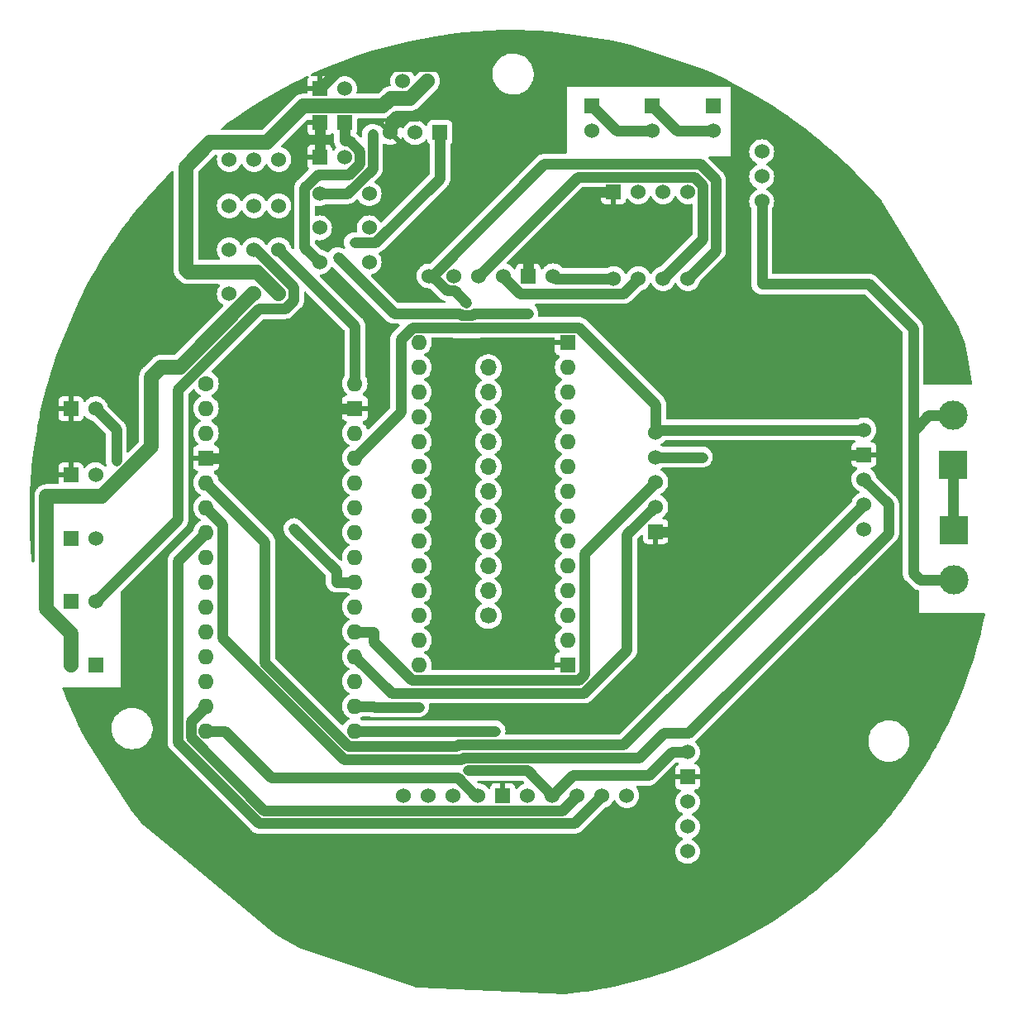
<source format=gbr>
%TF.GenerationSoftware,KiCad,Pcbnew,(6.0.5)*%
%TF.CreationDate,2022-08-04T01:21:19+09:00*%
%TF.ProjectId,sc11bbm,73633131-6262-46d2-9e6b-696361645f70,rev?*%
%TF.SameCoordinates,PXca2b5f1PY459e440*%
%TF.FileFunction,Copper,L1,Top*%
%TF.FilePolarity,Positive*%
%FSLAX46Y46*%
G04 Gerber Fmt 4.6, Leading zero omitted, Abs format (unit mm)*
G04 Created by KiCad (PCBNEW (6.0.5)) date 2022-08-04 01:21:19*
%MOMM*%
%LPD*%
G01*
G04 APERTURE LIST*
%TA.AperFunction,ComponentPad*%
%ADD10C,1.524000*%
%TD*%
%TA.AperFunction,ComponentPad*%
%ADD11R,1.524000X1.524000*%
%TD*%
%TA.AperFunction,ComponentPad*%
%ADD12C,3.000000*%
%TD*%
%TA.AperFunction,ComponentPad*%
%ADD13R,3.000000X3.000000*%
%TD*%
%TA.AperFunction,ComponentPad*%
%ADD14C,1.600000*%
%TD*%
%TA.AperFunction,ComponentPad*%
%ADD15O,1.600000X1.600000*%
%TD*%
%TA.AperFunction,ComponentPad*%
%ADD16R,1.600000X1.600000*%
%TD*%
%TA.AperFunction,ComponentPad*%
%ADD17C,1.700000*%
%TD*%
%TA.AperFunction,ComponentPad*%
%ADD18O,1.700000X1.700000*%
%TD*%
%TA.AperFunction,ViaPad*%
%ADD19C,0.800000*%
%TD*%
%TA.AperFunction,Conductor*%
%ADD20C,1.100000*%
%TD*%
%TA.AperFunction,Conductor*%
%ADD21C,1.500000*%
%TD*%
G04 APERTURE END LIST*
D10*
%TO.P,U9,1,DAT2*%
%TO.N,unconnected-(U9-Pad1)*%
X11679999Y-28860000D03*
%TO.P,U9,2,CD/DAT3*%
%TO.N,D4*%
X9139999Y-28860000D03*
%TO.P,U9,3,CMD*%
%TO.N,D11*%
X6599999Y-28860000D03*
%TO.P,U9,4,VDD*%
%TO.N,3V3*%
X4059999Y-28860000D03*
%TO.P,U9,5,CLK*%
%TO.N,D13*%
X1519999Y-28860000D03*
D11*
%TO.P,U9,6,VSS*%
%TO.N,GND*%
X-1020001Y-28860000D03*
D10*
%TO.P,U9,7,DAT0*%
%TO.N,D12*%
X-3560001Y-28860000D03*
%TO.P,U9,8,DAT1*%
%TO.N,unconnected-(U9-Pad8)*%
X-6100001Y-28860000D03*
%TO.P,U9,9*%
%TO.N,N/C*%
X-8640001Y-28860000D03*
%TO.P,U9,10*%
X-11180001Y-28860000D03*
%TD*%
D12*
%TO.P,CI1,1*%
%TO.N,Lipo3*%
X45209999Y-6790000D03*
D13*
%TO.P,CI1,2*%
%TO.N,N/C*%
X45209999Y-1710000D03*
%TD*%
D10*
%TO.P,BT4,1,+*%
%TO.N,Net-(SW1-Pad2)*%
X-42730001Y-9020000D03*
D11*
%TO.P,BT4,2,-*%
%TO.N,Net-(BT1-Pad1)*%
X-45270001Y-9020000D03*
%TD*%
D10*
%TO.P,R2,1*%
%TO.N,Net-(D2-Pad2)*%
X-19790001Y32750000D03*
%TO.P,R2,2*%
%TO.N,D8*%
X-14710001Y32750000D03*
%TD*%
%TO.P,SW1,1,A*%
%TO.N,Lipo2*%
X-23960001Y27000000D03*
%TO.P,SW1,2,B*%
%TO.N,Net-(SW1-Pad2)*%
X-26500001Y27000000D03*
%TO.P,SW1,3*%
%TO.N,N/C*%
X-29040001Y27000000D03*
%TD*%
%TO.P,BT6,4*%
%TO.N,Net-(BT3-Pad1)*%
X8059999Y39230000D03*
D11*
%TO.P,BT6,5*%
%TO.N,N/C*%
X8059999Y41770000D03*
%TD*%
%TO.P,D2,1,K*%
%TO.N,GND*%
X-19770001Y43500000D03*
D10*
%TO.P,D2,2,A*%
%TO.N,Net-(D2-Pad2)*%
X-17230001Y43500000D03*
%TD*%
%TO.P,RV1,1,1*%
%TO.N,Net-(Q1-Pad2)*%
X-11270001Y44270000D03*
%TO.P,RV1,2,2*%
%TO.N,Net-(RV1-Pad2)*%
X-8730001Y44270000D03*
%TD*%
%TO.P,BT1,1,+*%
%TO.N,Net-(BT1-Pad1)*%
X-42730001Y-2520000D03*
D11*
%TO.P,BT1,2,-*%
%TO.N,GND*%
X-45270001Y-2520000D03*
%TD*%
D14*
%TO.P,A1,1,D1/TX*%
%TO.N,Net-(A1-Pad1)*%
X-31424001Y13324000D03*
D15*
%TO.P,A1,2,D0/RX*%
%TO.N,Net-(A1-Pad2)*%
X-31424001Y10784000D03*
%TO.P,A1,3,~{RESET}*%
%TO.N,unconnected-(A1-Pad3)*%
X-31424001Y8244000D03*
D16*
%TO.P,A1,4,GND*%
%TO.N,GND*%
X-31424001Y5704000D03*
D15*
%TO.P,A1,5,D2*%
%TO.N,D2*%
X-31424001Y3164000D03*
%TO.P,A1,6,D3*%
%TO.N,D3*%
X-31424001Y624000D03*
%TO.P,A1,7,D4*%
%TO.N,D4*%
X-31424001Y-1916000D03*
%TO.P,A1,8,D5*%
%TO.N,D5*%
X-31424001Y-4456000D03*
%TO.P,A1,9,D6*%
%TO.N,D6*%
X-31424001Y-6996000D03*
%TO.P,A1,10,D7*%
%TO.N,D7*%
X-31424001Y-9536000D03*
%TO.P,A1,11,D8*%
%TO.N,D8*%
X-31424001Y-12076000D03*
%TO.P,A1,12,D9*%
%TO.N,D9*%
X-31424001Y-14616000D03*
%TO.P,A1,13,D10*%
%TO.N,D10*%
X-31424001Y-17156000D03*
%TO.P,A1,14,D11*%
%TO.N,D11*%
X-31424001Y-19696000D03*
%TO.P,A1,15,D12*%
%TO.N,D12*%
X-31424001Y-22236000D03*
%TO.P,A1,16,D13*%
%TO.N,D13*%
X-16184001Y-22236000D03*
%TO.P,A1,17,3V3*%
%TO.N,3V3*%
X-16184001Y-19696000D03*
%TO.P,A1,18,AREF*%
%TO.N,unconnected-(A1-Pad18)*%
X-16184001Y-17156000D03*
%TO.P,A1,19,A0*%
%TO.N,A0*%
X-16184001Y-14616000D03*
%TO.P,A1,20,A1*%
%TO.N,A1*%
X-16184001Y-12076000D03*
%TO.P,A1,21,A2*%
%TO.N,A2*%
X-16184001Y-9536000D03*
%TO.P,A1,22,A3*%
%TO.N,A3*%
X-16184001Y-6996000D03*
%TO.P,A1,23,A4*%
%TO.N,A4*%
X-16184001Y-4456000D03*
%TO.P,A1,24,A5*%
%TO.N,A5*%
X-16184001Y-1916000D03*
%TO.P,A1,25,A6*%
%TO.N,unconnected-(A1-Pad25)*%
X-16184001Y624000D03*
%TO.P,A1,26,A7*%
%TO.N,unconnected-(A1-Pad26)*%
X-16184001Y3164000D03*
%TO.P,A1,27,+5V*%
%TO.N,5V*%
X-16184001Y5704000D03*
%TO.P,A1,28,~{RESET}*%
%TO.N,unconnected-(A1-Pad28)*%
X-16184001Y8244000D03*
D16*
%TO.P,A1,29,GND*%
%TO.N,GND*%
X-16184001Y10784000D03*
D15*
%TO.P,A1,30,VIN*%
%TO.N,Lipo2*%
X-16184001Y13324000D03*
%TD*%
D11*
%TO.P,D1,1,K*%
%TO.N,GND*%
X-19770001Y40000000D03*
%TO.P,D1,2,A*%
%TO.N,Net-(D1-Pad2)*%
X-17230001Y40000000D03*
%TD*%
D10*
%TO.P,U2,1,PWM*%
%TO.N,D5*%
X-42730001Y3980000D03*
D11*
%TO.P,U2,3,GND*%
%TO.N,GND*%
X-45270001Y3980000D03*
%TD*%
D10*
%TO.P,SW2,1,A*%
%TO.N,RX*%
X-23960001Y31500000D03*
%TO.P,SW2,2,B*%
%TO.N,Net-(A1-Pad2)*%
X-26500001Y31500000D03*
%TO.P,SW2,3*%
%TO.N,N/C*%
X-29040001Y31500000D03*
%TD*%
D12*
%TO.P,C2,1*%
%TO.N,Lipo3*%
X45094999Y10040000D03*
D13*
%TO.P,C2,2*%
%TO.N,N/C*%
X45094999Y4960000D03*
%TD*%
D16*
%TO.P,U6,1,GND*%
%TO.N,GND*%
X5624999Y-15500000D03*
D15*
%TO.P,U6,2,DIO14/SCL*%
%TO.N,unconnected-(U6-Pad2)*%
X5624999Y-12960000D03*
%TO.P,U6,3,DIO7/RX*%
%TO.N,TX*%
X5624999Y-10420000D03*
%TO.P,U6,4,DIO5/PWM1*%
%TO.N,unconnected-(U6-Pad4)*%
X5624999Y-7880000D03*
%TO.P,U6,5,DIO18/DO1*%
%TO.N,unconnected-(U6-Pad5)*%
X5624999Y-5340000D03*
%TO.P,U6,6,DO0/PWM2*%
%TO.N,unconnected-(U6-Pad6)*%
X5624999Y-2800000D03*
%TO.P,U6,7,DO1/PWM3*%
%TO.N,unconnected-(U6-Pad7)*%
X5624999Y-260000D03*
%TO.P,U6,8,DIO19/DO2*%
%TO.N,unconnected-(U6-Pad8)*%
X5624999Y2280000D03*
%TO.P,U6,9,DIO4/DO3*%
%TO.N,unconnected-(U6-Pad9)*%
X5624999Y4820000D03*
%TO.P,U6,10,DIO6/TX*%
%TO.N,RX*%
X5624999Y7360000D03*
%TO.P,U6,11,DIO8/PWM4*%
%TO.N,unconnected-(U6-Pad11)*%
X5624999Y9900000D03*
%TO.P,U6,12,DIO9/DO4*%
%TO.N,unconnected-(U6-Pad12)*%
X5624999Y12440000D03*
%TO.P,U6,13,DIO10/M1*%
%TO.N,unconnected-(U6-Pad13)*%
X5624999Y14980000D03*
D16*
%TO.P,U6,14,GND*%
%TO.N,GND*%
X5624999Y17520000D03*
D15*
%TO.P,U6,15,DIO12/DI1*%
%TO.N,unconnected-(U6-Pad15)*%
X-9615001Y17520000D03*
%TO.P,U6,16,DIO13/DI2*%
%TO.N,unconnected-(U6-Pad16)*%
X-9615001Y14980000D03*
%TO.P,U6,17,DIO11/DI3*%
%TO.N,unconnected-(U6-Pad17)*%
X-9615001Y12440000D03*
%TO.P,U6,18,DIO16/DI4*%
%TO.N,unconnected-(U6-Pad18)*%
X-9615001Y9900000D03*
%TO.P,U6,19,DIO15/SDA*%
%TO.N,unconnected-(U6-Pad19)*%
X-9615001Y7360000D03*
%TO.P,U6,20,DIO17/BPS*%
%TO.N,unconnected-(U6-Pad20)*%
X-9615001Y4820000D03*
%TO.P,U6,21,~{RESET}*%
%TO.N,unconnected-(U6-Pad21)*%
X-9615001Y2280000D03*
%TO.P,U6,22,ADC1/AI1*%
%TO.N,unconnected-(U6-Pad22)*%
X-9615001Y-260000D03*
%TO.P,U6,23,DIO0/AI2*%
%TO.N,unconnected-(U6-Pad23)*%
X-9615001Y-2800000D03*
%TO.P,U6,24,ADC2/AI3*%
%TO.N,unconnected-(U6-Pad24)*%
X-9615001Y-5340000D03*
%TO.P,U6,25,DIO1/AI4*%
%TO.N,unconnected-(U6-Pad25)*%
X-9615001Y-7880000D03*
%TO.P,U6,26,DIO2/M2*%
%TO.N,unconnected-(U6-Pad26)*%
X-9615001Y-10420000D03*
%TO.P,U6,27,DIO3/M3*%
%TO.N,unconnected-(U6-Pad27)*%
X-9615001Y-12960000D03*
%TO.P,U6,28,VCC*%
%TO.N,3V3*%
X-9615001Y-15500000D03*
%TD*%
D10*
%TO.P,BT5,4*%
%TO.N,N/C*%
X20539999Y39230000D03*
D11*
%TO.P,BT5,5*%
X20539999Y41770000D03*
%TD*%
D10*
%TO.P,U1,1,PWM*%
%TO.N,D4*%
X-42730001Y10730000D03*
D11*
%TO.P,U1,3,GND*%
%TO.N,GND*%
X-45270001Y10730000D03*
%TD*%
D10*
%TO.P,U7,1,5V*%
%TO.N,5V*%
X35969999Y8580000D03*
D11*
%TO.P,U7,2,GND*%
%TO.N,GND*%
X35969999Y6040000D03*
D10*
%TO.P,U7,3,RXD*%
%TO.N,D3*%
X35969999Y3500000D03*
%TO.P,U7,4,TXD*%
%TO.N,D2*%
X35969999Y960000D03*
%TO.P,U7,5,1PPS*%
%TO.N,unconnected-(U7-Pad5)*%
X35969999Y-1580000D03*
%TD*%
%TO.P,U5,1,VCC*%
%TO.N,3V3*%
X4129999Y24330000D03*
D11*
%TO.P,U5,2,GND*%
%TO.N,GND*%
X1589999Y24330000D03*
D10*
%TO.P,U5,3,SCL*%
%TO.N,D13*%
X-950001Y24330000D03*
%TO.P,U5,4,SDA*%
%TO.N,D11*%
X-3490001Y24330000D03*
%TO.P,U5,5,CSB*%
%TO.N,D9*%
X-6030001Y24330000D03*
%TO.P,U5,6,SDO*%
%TO.N,D12*%
X-8570001Y24330000D03*
%TD*%
D11*
%TO.P,Q1,1,G*%
%TO.N,D6*%
X-7460001Y39000000D03*
D10*
%TO.P,Q1,2,D*%
%TO.N,Net-(Q1-Pad2)*%
X-10000001Y39000000D03*
%TO.P,Q1,3,S*%
%TO.N,GND*%
X-12540001Y39000000D03*
%TD*%
%TO.P,U4,1,VCC*%
%TO.N,3V3*%
X17899999Y-24420000D03*
D11*
%TO.P,U4,2,GND*%
%TO.N,GND*%
X17899999Y-26960000D03*
D10*
%TO.P,U4,3,SCL*%
%TO.N,A5*%
X17899999Y-29500000D03*
%TO.P,U4,4,SDA*%
%TO.N,A4*%
X17899999Y-32040000D03*
%TO.P,U4,5,DRDY*%
%TO.N,unconnected-(U4-Pad5)*%
X17899999Y-34580000D03*
%TD*%
%TO.P,R3,1*%
%TO.N,Net-(D3-Pad2)*%
X-19790001Y29250000D03*
%TO.P,R3,2*%
%TO.N,A3*%
X-14710001Y29250000D03*
%TD*%
%TO.P,SW3,1,A*%
%TO.N,TX*%
X-23960001Y36250000D03*
%TO.P,SW3,2,B*%
%TO.N,Net-(A1-Pad1)*%
X-26500001Y36250000D03*
%TO.P,SW3,3*%
%TO.N,N/C*%
X-29040001Y36250000D03*
%TD*%
%TO.P,U3,1,+V*%
%TO.N,3V3*%
X10324999Y24055000D03*
%TO.P,U3,2,SCL*%
%TO.N,D13*%
X12864999Y24055000D03*
%TO.P,U3,3,SDA*%
%TO.N,D11*%
X15404999Y24055000D03*
%TO.P,U3,4,SA0*%
%TO.N,D12*%
X17944999Y24055000D03*
%TO.P,U3,5,CS*%
%TO.N,D10*%
X17944999Y32945000D03*
%TO.P,U3,6,INT2*%
%TO.N,unconnected-(U3-Pad6)*%
X15404999Y32945000D03*
%TO.P,U3,7,INT1*%
%TO.N,unconnected-(U3-Pad7)*%
X12864999Y32945000D03*
D11*
%TO.P,U3,8,GND*%
%TO.N,GND*%
X10324999Y32945000D03*
%TD*%
D10*
%TO.P,BT2,1,+*%
%TO.N,Net-(BT2-Pad1)*%
X-45270001Y-15480000D03*
D11*
%TO.P,BT2,2,-*%
%TO.N,GND*%
X-42730001Y-15480000D03*
%TD*%
D10*
%TO.P,SW5,1,A*%
%TO.N,Lipo3*%
X25499999Y31960000D03*
%TO.P,SW5,2,B*%
%TO.N,Net-(BT3-Pad1)*%
X25499999Y34500000D03*
%TO.P,SW5,3*%
%TO.N,N/C*%
X25499999Y37040000D03*
%TD*%
%TO.P,R1,1*%
%TO.N,Net-(D1-Pad2)*%
X-19790001Y25750000D03*
%TO.P,R1,2*%
%TO.N,D7*%
X-14710001Y25750000D03*
%TD*%
%TO.P,BT3,4*%
%TO.N,N/C*%
X14289999Y39230000D03*
D11*
%TO.P,BT3,5*%
X14289999Y41770000D03*
%TD*%
D10*
%TO.P,SW4,1,A*%
%TO.N,Net-(RV1-Pad2)*%
X-23960001Y22500000D03*
%TO.P,SW4,2,B*%
%TO.N,Net-(BT2-Pad1)*%
X-26500001Y22500000D03*
%TO.P,SW4,3*%
%TO.N,N/C*%
X-29040001Y22500000D03*
%TD*%
D11*
%TO.P,D3,1,K*%
%TO.N,GND*%
X-19770001Y36500000D03*
D10*
%TO.P,D3,2,A*%
%TO.N,Net-(D3-Pad2)*%
X-17230001Y36500000D03*
%TD*%
D17*
%TO.P,REF\u002A\u002A,1*%
%TO.N,N/C*%
X-2500001Y-10450000D03*
D18*
%TO.P,REF\u002A\u002A,2*%
X-2500001Y-7910000D03*
%TO.P,REF\u002A\u002A,3*%
X-2500001Y-5370000D03*
%TO.P,REF\u002A\u002A,4*%
X-2500001Y-2830000D03*
%TO.P,REF\u002A\u002A,5*%
X-2500001Y-290000D03*
%TO.P,REF\u002A\u002A,6*%
X-2500001Y2250000D03*
%TO.P,REF\u002A\u002A,7*%
X-2500001Y4790000D03*
%TO.P,REF\u002A\u002A,8*%
X-2500001Y7330000D03*
%TO.P,REF\u002A\u002A,9*%
X-2500001Y9870000D03*
%TO.P,REF\u002A\u002A,10*%
X-2500001Y12410000D03*
%TO.P,REF\u002A\u002A,11*%
X-2500001Y14950000D03*
%TD*%
D10*
%TO.P,U8,1,VCC*%
%TO.N,5V*%
X14649999Y8330000D03*
%TO.P,U8,2,X_out*%
%TO.N,A2*%
X14649999Y5790000D03*
%TO.P,U8,3,Y_out*%
%TO.N,A1*%
X14649999Y3250000D03*
%TO.P,U8,4,Z_out*%
%TO.N,A0*%
X14649999Y710000D03*
D11*
%TO.P,U8,5,GND*%
%TO.N,GND*%
X14649999Y-1830000D03*
%TD*%
D19*
%TO.N,GND*%
X8636000Y46228000D03*
X2540000Y-6604000D03*
X36576000Y-30988000D03*
X15748000Y-13716000D03*
X23368000Y-41656000D03*
X-36576000Y-29972000D03*
X-41656000Y22860000D03*
X508000Y40640000D03*
X36576000Y17780000D03*
%TO.N,*%
X45000000Y2000000D03*
%TO.N,D4*%
X-40619201Y5379200D03*
%TO.N,3V3*%
X-9632701Y-19784300D03*
X-4570901Y-26265700D03*
%TO.N,D13*%
X-1803101Y-22236000D03*
%TO.N,D12*%
X-4734201Y21619000D03*
%TO.N,RX*%
X1541799Y20486500D03*
X-17918001Y26227400D03*
%TO.N,D6*%
X-16222401Y27737600D03*
%TO.N,A2*%
X19438199Y5790000D03*
%TO.N,Net-(D2-Pad2)*%
X-14358201Y38819200D03*
%TO.N,A3*%
X-22427001Y-1534800D03*
%TD*%
D20*
%TO.N,*%
X45094999Y4960000D02*
X45094999Y-1595000D01*
X45094999Y-1595000D02*
X45209999Y-1710000D01*
X16829999Y39230000D02*
X14289999Y41770000D01*
X14289999Y39230000D02*
X10599999Y39230000D01*
X10599999Y39230000D02*
X8059999Y41770000D01*
X20539999Y39230000D02*
X16829999Y39230000D01*
D21*
%TO.N,Net-(BT2-Pad1)*%
X-37000000Y6877760D02*
X-42127760Y1750000D01*
X-34102443Y15000000D02*
X-36000000Y15000000D01*
X-36000000Y15000000D02*
X-37000000Y14000000D01*
X-42127760Y1750000D02*
X-47750000Y1750000D01*
X-26602443Y22500000D02*
X-34102443Y15000000D01*
X-37000000Y14000000D02*
X-37000000Y6877760D01*
X-47750000Y-9763912D02*
X-45270001Y-12243911D01*
X-45270001Y-12243911D02*
X-45270001Y-15480000D01*
X-26500001Y22500000D02*
X-26602443Y22500000D01*
X-47750000Y1750000D02*
X-47750000Y-9763912D01*
D20*
%TO.N,GND*%
X-6500000Y45250000D02*
X-6500000Y44000000D01*
X16511999Y-1830000D02*
X24381999Y6040000D01*
X-12540001Y40209999D02*
X-12540001Y39000000D01*
X-6500000Y44000000D02*
X-9750000Y40750000D01*
X-7049400Y45799400D02*
X-6500000Y45250000D01*
X-19770001Y36500000D02*
X-19770001Y40000000D01*
X-9750000Y40750000D02*
X-12000000Y40750000D01*
X-19770001Y43500000D02*
X-17470601Y45799400D01*
X-17470601Y45799400D02*
X-7049400Y45799400D01*
X1709999Y26192000D02*
X1589999Y26192000D01*
X14649999Y-1830000D02*
X16511999Y-1830000D01*
X8462999Y32945000D02*
X1709999Y26192000D01*
X1589999Y24330000D02*
X1589999Y26192000D01*
X-31424001Y5704000D02*
X-23164001Y5704000D01*
X-16184001Y10784000D02*
X-18084001Y10784000D01*
X10324999Y32945000D02*
X8462999Y32945000D01*
X-12000000Y40750000D02*
X-12540001Y40209999D01*
X-23164001Y5704000D02*
X-18084001Y10784000D01*
X24381999Y6040000D02*
X35969999Y6040000D01*
%TO.N,D4*%
X-40619201Y8619200D02*
X-40619201Y5379200D01*
X6305999Y-31694000D02*
X9139999Y-28860000D01*
X-42730001Y10730000D02*
X-40619201Y8619200D01*
X-31424001Y-1916000D02*
X-34307001Y-4799000D01*
X-34307001Y-23388400D02*
X-26001401Y-31694000D01*
X-26001401Y-31694000D02*
X6305999Y-31694000D01*
X-34307001Y-4799000D02*
X-34307001Y-23388400D01*
%TO.N,D11*%
X5087699Y-30372300D02*
X6599999Y-28860000D01*
X19473999Y33616000D02*
X19473999Y28124000D01*
X-3490001Y24330000D02*
X6637299Y34457300D01*
X-32989001Y-22865300D02*
X-25482001Y-30372300D01*
X18632699Y34457300D02*
X19473999Y33616000D01*
X-25482001Y-30372300D02*
X5087699Y-30372300D01*
X6637299Y34457300D02*
X18632699Y34457300D01*
X-32989001Y-21261000D02*
X-32989001Y-22865300D01*
X-31424001Y-19696000D02*
X-32989001Y-21261000D01*
X19473999Y28124000D02*
X15404999Y24055000D01*
%TO.N,3V3*%
X6135099Y-26784900D02*
X4059999Y-28860000D01*
X16270399Y-24420000D02*
X13905499Y-26784900D01*
X-16184001Y-19696000D02*
X-14284001Y-19696000D01*
X-14195701Y-19784300D02*
X-9632701Y-19784300D01*
X1465699Y-26265700D02*
X4059999Y-28860000D01*
X4404999Y24055000D02*
X4129999Y24330000D01*
X-4570901Y-26265700D02*
X1465699Y-26265700D01*
X17899999Y-24420000D02*
X16270399Y-24420000D01*
X13905499Y-26784900D02*
X6135099Y-26784900D01*
X-14284001Y-19696000D02*
X-14195701Y-19784300D01*
X10324999Y24055000D02*
X4404999Y24055000D01*
%TO.N,D13*%
X12864999Y24055000D02*
X11351499Y22541500D01*
X11351499Y22541500D02*
X727799Y22541500D01*
X-16184001Y-22236000D02*
X-14284001Y-22236000D01*
X727799Y22541500D02*
X-950001Y24219300D01*
X-14284001Y-22236000D02*
X-1803101Y-22236000D01*
X-950001Y24219300D02*
X-950001Y24330000D01*
%TO.N,D12*%
X-31424001Y-22236000D02*
X-29524001Y-22236000D01*
X-5932801Y22817600D02*
X-4734201Y21619000D01*
X19178299Y35764800D02*
X20774299Y34168800D01*
X-8234301Y24330000D02*
X-6721901Y22817600D01*
X3200499Y35764800D02*
X19178299Y35764800D01*
X-5636301Y-27039200D02*
X-24720801Y-27039200D01*
X-6721901Y22817600D02*
X-5932801Y22817600D01*
X-8234301Y24330000D02*
X3200499Y35764800D01*
X20774299Y26884300D02*
X17944999Y24055000D01*
X20774299Y34168800D02*
X20774299Y26884300D01*
X-3560001Y-28860000D02*
X-3815501Y-28860000D01*
X-3815501Y-28860000D02*
X-5636301Y-27039200D01*
X-24720801Y-27039200D02*
X-29524001Y-22236000D01*
X-8570001Y24330000D02*
X-8234301Y24330000D01*
%TO.N,Lipo2*%
X-23960001Y27000000D02*
X-16184001Y19224000D01*
X-16184001Y13324000D02*
X-16184001Y15224000D01*
X-16184001Y19224000D02*
X-16184001Y15224000D01*
%TO.N,RX*%
X-4195501Y20318700D02*
X-4027701Y20486500D01*
X-4027701Y20486500D02*
X1541799Y20486500D01*
X-5440601Y20486500D02*
X-5272801Y20318700D01*
X-5272801Y20318700D02*
X-4195501Y20318700D01*
X-12177101Y20486500D02*
X-5440601Y20486500D01*
X-17918001Y26227400D02*
X-12177101Y20486500D01*
%TO.N,D2*%
X-16845901Y-23786400D02*
X-25396301Y-15236000D01*
X-25396301Y-15236000D02*
X-25396301Y-2863700D01*
X35969999Y960000D02*
X11344899Y-23665100D01*
X-5648101Y-23665100D02*
X-5769401Y-23786400D01*
X11344899Y-23665100D02*
X-5648101Y-23665100D01*
X-25396301Y-2863700D02*
X-31424001Y3164000D01*
X-5769401Y-23786400D02*
X-16845901Y-23786400D01*
%TO.N,D3*%
X35969999Y3500000D02*
X38500000Y969999D01*
X-17342701Y-25128700D02*
X-29733501Y-12737900D01*
X-5109501Y-24965400D02*
X-5272801Y-25128700D01*
X-29733501Y-1066500D02*
X-31424001Y624000D01*
X15446099Y-22486100D02*
X12966799Y-24965400D01*
X-5272801Y-25128700D02*
X-17342701Y-25128700D01*
X-29733501Y-12737900D02*
X-29733501Y-1066500D01*
X38500000Y-2000000D02*
X18013900Y-22486100D01*
X12966799Y-24965400D02*
X-5109501Y-24965400D01*
X18013900Y-22486100D02*
X15446099Y-22486100D01*
X38500000Y969999D02*
X38500000Y-2000000D01*
%TO.N,D6*%
X-14044001Y27737600D02*
X-16222401Y27737600D01*
X-7460001Y34321600D02*
X-14044001Y27737600D01*
X-7460001Y39000000D02*
X-7460001Y34321600D01*
%TO.N,A0*%
X14562299Y710000D02*
X11692399Y-2159900D01*
X14649999Y710000D02*
X14562299Y710000D01*
X11692399Y-2159900D02*
X11692399Y-13968300D01*
X-12426801Y-18373200D02*
X-16184001Y-14616000D01*
X11692399Y-13968300D02*
X7287499Y-18373200D01*
X7287499Y-18373200D02*
X-12426801Y-18373200D01*
%TO.N,A1*%
X7352099Y-4047900D02*
X7352099Y-16454000D01*
X-14284001Y-13141400D02*
X-14284001Y-12076000D01*
X7352099Y-16454000D02*
X6740499Y-17065600D01*
X-10359801Y-17065600D02*
X-14284001Y-13141400D01*
X14649999Y3250000D02*
X7352099Y-4047900D01*
X-16184001Y-12076000D02*
X-14284001Y-12076000D01*
X6740499Y-17065600D02*
X-10359801Y-17065600D01*
%TO.N,A2*%
X14649999Y5790000D02*
X19438199Y5790000D01*
%TO.N,5V*%
X-16184001Y5704000D02*
X-11477301Y10410700D01*
X-10256501Y19077600D02*
X-5870601Y19077600D01*
X14649999Y8580000D02*
X35969999Y8580000D01*
X-11477301Y10410700D02*
X-11477301Y17856800D01*
X-5870601Y19077600D02*
X-5811401Y19018400D01*
X14649999Y11199200D02*
X14649999Y8580000D01*
X14649999Y8330000D02*
X14649999Y8580000D01*
X-3597701Y19077600D02*
X6771599Y19077600D01*
X6771599Y19077600D02*
X14649999Y11199200D01*
X-3656901Y19018400D02*
X-3597701Y19077600D01*
X-5811401Y19018400D02*
X-3656901Y19018400D01*
X-11477301Y17856800D02*
X-10256501Y19077600D01*
D21*
%TO.N,Net-(RV1-Pad2)*%
X-12500000Y42500000D02*
X-10500001Y42500000D01*
X-23960001Y22500000D02*
X-26210001Y24750000D01*
X-33500000Y25000000D02*
X-33500000Y35500000D01*
X-31000000Y38000000D02*
X-25193023Y38000000D01*
X-26210001Y24750000D02*
X-33250000Y24750000D01*
X-33500000Y35500000D02*
X-31000000Y38000000D01*
X-10500001Y42500000D02*
X-8730001Y44270000D01*
X-13288489Y41711511D02*
X-12500000Y42500000D01*
X-25193023Y38000000D02*
X-21481512Y41711511D01*
X-21481512Y41711511D02*
X-13288489Y41711511D01*
D20*
X-33250000Y24750000D02*
X-33500000Y25000000D01*
%TO.N,Lipo3*%
X45094999Y10040000D02*
X42540000Y10040000D01*
X41000000Y8500000D02*
X41000000Y19000000D01*
X41000000Y8500000D02*
X41000000Y-6080000D01*
X41710000Y-6790000D02*
X45209999Y-6790000D01*
X25500000Y23500000D02*
X25499999Y31960000D01*
X41500000Y9000000D02*
X41000000Y8500000D01*
X41000000Y-6080000D02*
X41710000Y-6790000D01*
X42540000Y10040000D02*
X41500000Y9000000D01*
X36500000Y23500000D02*
X25500000Y23500000D01*
X41000000Y19000000D02*
X36500000Y23500000D01*
%TO.N,Net-(D1-Pad2)*%
X-15686501Y35846300D02*
X-16804501Y34728300D01*
X-17230001Y40000000D02*
X-17230001Y38138000D01*
X-15686501Y37101000D02*
X-15686501Y35846300D01*
X-19951201Y34728300D02*
X-21325701Y33353800D01*
X-16723501Y38138000D02*
X-15686501Y37101000D01*
X-21325701Y27285700D02*
X-19790001Y25750000D01*
X-17230001Y38138000D02*
X-16723501Y38138000D01*
X-16804501Y34728300D02*
X-19951201Y34728300D01*
X-21325701Y33353800D02*
X-21325701Y27285700D01*
%TO.N,Net-(D2-Pad2)*%
X-16943701Y32750000D02*
X-19790001Y32750000D01*
X-14358201Y35335500D02*
X-16943701Y32750000D01*
X-14358201Y38819200D02*
X-14358201Y35335500D01*
%TO.N,A3*%
X-18084001Y-6996000D02*
X-18084001Y-5877800D01*
X-18084001Y-5877800D02*
X-22427001Y-1534800D01*
X-16184001Y-6996000D02*
X-18084001Y-6996000D01*
%TO.N,Net-(SW1-Pad2)*%
X-42730001Y-9020000D02*
X-34280501Y-570500D01*
X-34280501Y-570500D02*
X-34280501Y12701300D01*
X-22431701Y23151700D02*
X-26280001Y27000000D01*
X-22431701Y21863100D02*
X-22431701Y23151700D01*
X-25994201Y20987600D02*
X-23307201Y20987600D01*
X-23307201Y20987600D02*
X-22431701Y21863100D01*
X-26280001Y27000000D02*
X-26500001Y27000000D01*
X-34280501Y12701300D02*
X-25994201Y20987600D01*
%TD*%
%TA.AperFunction,Conductor*%
%TO.N,GND*%
G36*
X347345Y49500256D02*
G01*
X754493Y49491727D01*
X1725790Y49471381D01*
X1729306Y49471259D01*
X2815594Y49418131D01*
X3106477Y49403904D01*
X3109973Y49403685D01*
X3378358Y49383034D01*
X3863732Y49345686D01*
X3871969Y49344778D01*
X10194160Y48437213D01*
X10203313Y48435553D01*
X11302037Y48193983D01*
X11305417Y48193189D01*
X11964218Y48028932D01*
X11973483Y48026242D01*
X19215118Y45618835D01*
X19225790Y45614739D01*
X20447730Y45080887D01*
X20450863Y45079465D01*
X21698444Y44492399D01*
X21701554Y44490883D01*
X22762736Y43954841D01*
X22932276Y43869200D01*
X22935394Y43867570D01*
X24148270Y43211770D01*
X24151311Y43210069D01*
X25106874Y42658375D01*
X25345353Y42520689D01*
X25348375Y42518888D01*
X26522745Y41796411D01*
X26525716Y41794525D01*
X27679401Y41039575D01*
X27682318Y41037608D01*
X28079881Y40761295D01*
X28814534Y40250698D01*
X28817345Y40248686D01*
X29725509Y39579129D01*
X29927173Y39430449D01*
X29929975Y39428321D01*
X31000003Y38592324D01*
X31016428Y38579491D01*
X31019162Y38577294D01*
X31279016Y38362324D01*
X32081554Y37698407D01*
X32084234Y37696126D01*
X32463218Y37364351D01*
X33101955Y36805179D01*
X33121633Y36787952D01*
X33124237Y36785608D01*
X34121293Y35862324D01*
X34135902Y35848796D01*
X34138446Y35846374D01*
X34389459Y35600564D01*
X35123569Y34881670D01*
X35126048Y34879173D01*
X35700785Y34284016D01*
X36018661Y33954846D01*
X36083831Y33887360D01*
X36086237Y33884798D01*
X36344483Y33601981D01*
X37015938Y32866644D01*
X37018274Y32864013D01*
X37794399Y31964864D01*
X37803701Y31954087D01*
X37815804Y31937507D01*
X37970562Y31684522D01*
X45651472Y19128422D01*
X45659799Y19112308D01*
X45765719Y18865179D01*
X45767059Y18861928D01*
X45965027Y18361918D01*
X46274629Y17579951D01*
X46275878Y17576661D01*
X46392592Y17255991D01*
X46398569Y17233049D01*
X46618062Y15878367D01*
X47017976Y13410152D01*
X47027049Y13354152D01*
X47018200Y13283709D01*
X46972671Y13229233D01*
X46902671Y13208000D01*
X42184500Y13208000D01*
X42116379Y13228002D01*
X42069886Y13281658D01*
X42058500Y13334000D01*
X42058500Y18935423D01*
X42059237Y18949031D01*
X42062898Y18982735D01*
X42063564Y18988862D01*
X42058980Y19041255D01*
X42058650Y19046085D01*
X42058500Y19049152D01*
X42058500Y19052237D01*
X42054093Y19097189D01*
X42053972Y19098500D01*
X42046009Y19189511D01*
X42046008Y19189515D01*
X42045471Y19195655D01*
X42043911Y19201025D01*
X42043365Y19206592D01*
X42041473Y19212861D01*
X42015146Y19300062D01*
X42014772Y19301326D01*
X41989277Y19389080D01*
X41989276Y19389082D01*
X41987558Y19394996D01*
X41984985Y19399961D01*
X41983368Y19405315D01*
X41979010Y19413512D01*
X41945981Y19475628D01*
X41937513Y19491554D01*
X41936926Y19492672D01*
X41930381Y19505300D01*
X41903815Y19556551D01*
X41894867Y19573814D01*
X41894864Y19573818D01*
X41892028Y19579290D01*
X41888538Y19583661D01*
X41885913Y19588599D01*
X41882017Y19593376D01*
X41882013Y19593382D01*
X41824217Y19664246D01*
X41823467Y19665174D01*
X41790607Y19706338D01*
X41788105Y19708840D01*
X41787065Y19710003D01*
X41783378Y19714319D01*
X41754715Y19749464D01*
X41749973Y19753387D01*
X41749970Y19753390D01*
X41717407Y19780328D01*
X41708628Y19788317D01*
X37294134Y24202811D01*
X37285033Y24212954D01*
X37263792Y24239372D01*
X37259929Y24244177D01*
X37255211Y24248135D01*
X37255209Y24248138D01*
X37219619Y24278001D01*
X37215970Y24281185D01*
X37213716Y24283229D01*
X37211535Y24285410D01*
X37176673Y24314045D01*
X37175692Y24314860D01*
X37105635Y24373645D01*
X37100911Y24377609D01*
X37096008Y24380304D01*
X37091688Y24383853D01*
X37086264Y24386762D01*
X37086260Y24386764D01*
X37005702Y24429959D01*
X37004543Y24430588D01*
X36970455Y24449328D01*
X36919005Y24477613D01*
X36913674Y24479304D01*
X36908745Y24481947D01*
X36902857Y24483747D01*
X36902855Y24483748D01*
X36815387Y24510489D01*
X36814127Y24510882D01*
X36721139Y24540379D01*
X36715579Y24541003D01*
X36710233Y24542637D01*
X36704108Y24543259D01*
X36704104Y24543260D01*
X36636398Y24550137D01*
X36613156Y24552498D01*
X36611950Y24552626D01*
X36559587Y24558500D01*
X36556082Y24558500D01*
X36554473Y24558590D01*
X36548777Y24559038D01*
X36509842Y24562993D01*
X36509836Y24562993D01*
X36503713Y24563615D01*
X36455851Y24559091D01*
X36455512Y24559059D01*
X36443655Y24558500D01*
X26684500Y24558500D01*
X26616379Y24578502D01*
X26569886Y24632158D01*
X26558500Y24684500D01*
X26558499Y31216919D01*
X26581284Y31289187D01*
X26604487Y31322324D01*
X26632567Y31382540D01*
X26696116Y31518822D01*
X26696117Y31518823D01*
X26698439Y31523804D01*
X26711000Y31570680D01*
X26720599Y31606504D01*
X26755977Y31738537D01*
X26775352Y31960000D01*
X26755977Y32181463D01*
X26698439Y32396196D01*
X26663717Y32470658D01*
X26606813Y32592689D01*
X26606810Y32592694D01*
X26604487Y32597676D01*
X26551825Y32672885D01*
X26480135Y32775270D01*
X26480133Y32775273D01*
X26476976Y32779781D01*
X26319780Y32936977D01*
X26315272Y32940134D01*
X26315269Y32940136D01*
X26211101Y33013075D01*
X26137676Y33064488D01*
X26132694Y33066811D01*
X26132689Y33066814D01*
X26027626Y33115805D01*
X25974341Y33162722D01*
X25954880Y33230999D01*
X25975422Y33298959D01*
X26027626Y33344195D01*
X26132689Y33393186D01*
X26132694Y33393189D01*
X26137676Y33395512D01*
X26239774Y33467002D01*
X26315269Y33519864D01*
X26315272Y33519866D01*
X26319780Y33523023D01*
X26476976Y33680219D01*
X26505314Y33720689D01*
X26601330Y33857815D01*
X26601331Y33857817D01*
X26604487Y33862324D01*
X26606810Y33867306D01*
X26606813Y33867311D01*
X26696116Y34058822D01*
X26696117Y34058823D01*
X26698439Y34063804D01*
X26701016Y34073419D01*
X26737183Y34208398D01*
X26755977Y34278537D01*
X26775352Y34500000D01*
X26755977Y34721463D01*
X26705163Y34911101D01*
X26699862Y34930886D01*
X26699861Y34930888D01*
X26698439Y34936196D01*
X26690644Y34952912D01*
X26606813Y35132689D01*
X26606810Y35132694D01*
X26604487Y35137676D01*
X26529776Y35244375D01*
X26480135Y35315270D01*
X26480133Y35315273D01*
X26476976Y35319781D01*
X26319780Y35476977D01*
X26315272Y35480134D01*
X26315269Y35480136D01*
X26212462Y35552122D01*
X26137676Y35604488D01*
X26132694Y35606811D01*
X26132689Y35606814D01*
X26027626Y35655805D01*
X25974341Y35702722D01*
X25954880Y35770999D01*
X25975422Y35838959D01*
X26027626Y35884195D01*
X26132689Y35933186D01*
X26132694Y35933189D01*
X26137676Y35935512D01*
X26278354Y36034016D01*
X26315269Y36059864D01*
X26315272Y36059866D01*
X26319780Y36063023D01*
X26476976Y36220219D01*
X26490922Y36240135D01*
X26601330Y36397815D01*
X26601331Y36397817D01*
X26604487Y36402324D01*
X26606810Y36407306D01*
X26606813Y36407311D01*
X26696116Y36598822D01*
X26696117Y36598823D01*
X26698439Y36603804D01*
X26710974Y36650583D01*
X26729975Y36721498D01*
X26755977Y36818537D01*
X26775352Y37040000D01*
X26755977Y37261463D01*
X26698439Y37476196D01*
X26687314Y37500054D01*
X26606813Y37672689D01*
X26606810Y37672694D01*
X26604487Y37677676D01*
X26601330Y37682185D01*
X26480135Y37855270D01*
X26480133Y37855273D01*
X26476976Y37859781D01*
X26319780Y38016977D01*
X26315272Y38020134D01*
X26315269Y38020136D01*
X26164776Y38125512D01*
X26137676Y38144488D01*
X26132694Y38146811D01*
X26132689Y38146814D01*
X25941177Y38236117D01*
X25941176Y38236118D01*
X25936195Y38238440D01*
X25930887Y38239862D01*
X25930885Y38239863D01*
X25865050Y38257503D01*
X25721462Y38295978D01*
X25499999Y38315353D01*
X25278536Y38295978D01*
X25134948Y38257503D01*
X25069113Y38239863D01*
X25069111Y38239862D01*
X25063803Y38238440D01*
X25058822Y38236118D01*
X25058821Y38236117D01*
X24867310Y38146814D01*
X24867305Y38146811D01*
X24862323Y38144488D01*
X24857816Y38141332D01*
X24857814Y38141331D01*
X24684729Y38020136D01*
X24684726Y38020134D01*
X24680218Y38016977D01*
X24523022Y37859781D01*
X24519865Y37855273D01*
X24519863Y37855270D01*
X24398668Y37682185D01*
X24395511Y37677676D01*
X24393188Y37672694D01*
X24393185Y37672689D01*
X24312684Y37500054D01*
X24301559Y37476196D01*
X24244021Y37261463D01*
X24224646Y37040000D01*
X24244021Y36818537D01*
X24270023Y36721498D01*
X24289025Y36650583D01*
X24301559Y36603804D01*
X24303881Y36598823D01*
X24303882Y36598822D01*
X24393185Y36407311D01*
X24393188Y36407306D01*
X24395511Y36402324D01*
X24398667Y36397817D01*
X24398668Y36397815D01*
X24509077Y36240135D01*
X24523022Y36220219D01*
X24680218Y36063023D01*
X24684726Y36059866D01*
X24684729Y36059864D01*
X24721644Y36034016D01*
X24862322Y35935512D01*
X24867304Y35933189D01*
X24867309Y35933186D01*
X24972372Y35884195D01*
X25025657Y35837278D01*
X25045118Y35769001D01*
X25024576Y35701041D01*
X24972372Y35655805D01*
X24867310Y35606814D01*
X24867305Y35606811D01*
X24862323Y35604488D01*
X24857816Y35601332D01*
X24857814Y35601331D01*
X24684729Y35480136D01*
X24684726Y35480134D01*
X24680218Y35476977D01*
X24523022Y35319781D01*
X24519865Y35315273D01*
X24519863Y35315270D01*
X24470222Y35244375D01*
X24395511Y35137676D01*
X24393188Y35132694D01*
X24393185Y35132689D01*
X24309354Y34952912D01*
X24301559Y34936196D01*
X24300137Y34930888D01*
X24300136Y34930886D01*
X24294835Y34911101D01*
X24244021Y34721463D01*
X24224646Y34500000D01*
X24244021Y34278537D01*
X24262815Y34208398D01*
X24298983Y34073419D01*
X24301559Y34063804D01*
X24303881Y34058823D01*
X24303882Y34058822D01*
X24393185Y33867311D01*
X24393188Y33867306D01*
X24395511Y33862324D01*
X24398667Y33857817D01*
X24398668Y33857815D01*
X24494685Y33720689D01*
X24523022Y33680219D01*
X24680218Y33523023D01*
X24684726Y33519866D01*
X24684729Y33519864D01*
X24760224Y33467002D01*
X24862322Y33395512D01*
X24867304Y33393189D01*
X24867309Y33393186D01*
X24972372Y33344195D01*
X25025657Y33297278D01*
X25045118Y33229001D01*
X25024576Y33161041D01*
X24972372Y33115805D01*
X24867310Y33066814D01*
X24867305Y33066811D01*
X24862323Y33064488D01*
X24857816Y33061332D01*
X24857814Y33061331D01*
X24684729Y32940136D01*
X24684726Y32940134D01*
X24680218Y32936977D01*
X24523022Y32779781D01*
X24519865Y32775273D01*
X24519863Y32775270D01*
X24448173Y32672885D01*
X24395511Y32597676D01*
X24393188Y32592694D01*
X24393185Y32592689D01*
X24336281Y32470658D01*
X24301559Y32396196D01*
X24244021Y32181463D01*
X24224646Y31960000D01*
X24244021Y31738537D01*
X24279399Y31606504D01*
X24288999Y31570680D01*
X24301559Y31523804D01*
X24303881Y31518823D01*
X24303882Y31518822D01*
X24367432Y31382540D01*
X24395511Y31322324D01*
X24418714Y31289187D01*
X24441499Y31216919D01*
X24441500Y23562516D01*
X24440810Y23549346D01*
X24438501Y23527373D01*
X24436404Y23507425D01*
X24441200Y23454726D01*
X24441500Y23450436D01*
X24441500Y23447763D01*
X24441800Y23444705D01*
X24441800Y23444701D01*
X24446112Y23400723D01*
X24446194Y23399848D01*
X24448083Y23379098D01*
X24455218Y23300697D01*
X24456271Y23297119D01*
X24456635Y23293408D01*
X24472897Y23239546D01*
X24485420Y23198067D01*
X24485670Y23197225D01*
X24512086Y23107473D01*
X24512089Y23107466D01*
X24513827Y23101560D01*
X24515553Y23098258D01*
X24516632Y23094685D01*
X24519522Y23089250D01*
X24519526Y23089240D01*
X24563435Y23006660D01*
X24563845Y23005883D01*
X24600277Y22936196D01*
X24609999Y22917600D01*
X24612337Y22914692D01*
X24614087Y22911401D01*
X24617984Y22906623D01*
X24677049Y22834201D01*
X24677555Y22833577D01*
X24740071Y22755823D01*
X24742929Y22753425D01*
X24745285Y22750536D01*
X24750033Y22746608D01*
X24750040Y22746601D01*
X24822223Y22686886D01*
X24822760Y22686439D01*
X24899089Y22622391D01*
X24902355Y22620596D01*
X24905230Y22618217D01*
X24910647Y22615288D01*
X24910656Y22615282D01*
X24992916Y22570805D01*
X24993659Y22570400D01*
X25080995Y22522387D01*
X25084551Y22521259D01*
X25087830Y22519486D01*
X25133092Y22505475D01*
X25183108Y22489992D01*
X25183946Y22489729D01*
X25220395Y22478167D01*
X25278861Y22459621D01*
X25282564Y22459206D01*
X25286129Y22458102D01*
X25292250Y22457459D01*
X25292253Y22457458D01*
X25385319Y22447676D01*
X25386191Y22447581D01*
X25421950Y22443571D01*
X25440413Y22441500D01*
X25443099Y22441500D01*
X25447311Y22441161D01*
X25492575Y22436404D01*
X25542867Y22440981D01*
X25554287Y22441500D01*
X36009365Y22441500D01*
X36077486Y22421498D01*
X36098460Y22404595D01*
X39904595Y18598460D01*
X39938621Y18536148D01*
X39941500Y18509365D01*
X39941500Y8560451D01*
X39940855Y8547718D01*
X39938378Y8523331D01*
X39936385Y8503713D01*
X39939892Y8466607D01*
X39940941Y8455512D01*
X39941500Y8443655D01*
X39941500Y-6015423D01*
X39940763Y-6029031D01*
X39936436Y-6068862D01*
X39936973Y-6075001D01*
X39936973Y-6075006D01*
X39941022Y-6121286D01*
X39941352Y-6126122D01*
X39941500Y-6129155D01*
X39941500Y-6132237D01*
X39941799Y-6135292D01*
X39941800Y-6135302D01*
X39945903Y-6177147D01*
X39946024Y-6178459D01*
X39952589Y-6253489D01*
X39954528Y-6275655D01*
X39956090Y-6281030D01*
X39956635Y-6286592D01*
X39974631Y-6346198D01*
X39984824Y-6379958D01*
X39985199Y-6381224D01*
X40010722Y-6469078D01*
X40010724Y-6469084D01*
X40012442Y-6474996D01*
X40015015Y-6479961D01*
X40016632Y-6485315D01*
X40040114Y-6529476D01*
X40062460Y-6571502D01*
X40063044Y-6572616D01*
X40067450Y-6581114D01*
X40105133Y-6653814D01*
X40105136Y-6653818D01*
X40107972Y-6659290D01*
X40111462Y-6663661D01*
X40114087Y-6668599D01*
X40117983Y-6673376D01*
X40117987Y-6673382D01*
X40175783Y-6744246D01*
X40176533Y-6745174D01*
X40209393Y-6786338D01*
X40211895Y-6788840D01*
X40212935Y-6790003D01*
X40216622Y-6794319D01*
X40245285Y-6829464D01*
X40250027Y-6833387D01*
X40250030Y-6833390D01*
X40282593Y-6860328D01*
X40291372Y-6868317D01*
X40915866Y-7492811D01*
X40924967Y-7502954D01*
X40950071Y-7534177D01*
X40954789Y-7538135D01*
X40954791Y-7538138D01*
X40990381Y-7568001D01*
X40994030Y-7571185D01*
X40996284Y-7573229D01*
X40998465Y-7575410D01*
X41033293Y-7604017D01*
X41034308Y-7604860D01*
X41087613Y-7649588D01*
X41109089Y-7667609D01*
X41113992Y-7670304D01*
X41118312Y-7673853D01*
X41123736Y-7676762D01*
X41123740Y-7676764D01*
X41204280Y-7719949D01*
X41205409Y-7720562D01*
X41290995Y-7767613D01*
X41296326Y-7769304D01*
X41301255Y-7771947D01*
X41307150Y-7773749D01*
X41307154Y-7773751D01*
X41394581Y-7800480D01*
X41395839Y-7800872D01*
X41482981Y-7828514D01*
X41482983Y-7828514D01*
X41488861Y-7830379D01*
X41494418Y-7831002D01*
X41499768Y-7832638D01*
X41530790Y-7835789D01*
X41542732Y-7837002D01*
X41608483Y-7863785D01*
X41649316Y-7921864D01*
X41656000Y-7962357D01*
X41656000Y-10160000D01*
X48287287Y-10160000D01*
X48355408Y-10180002D01*
X48401901Y-10233658D01*
X48412005Y-10303932D01*
X48410534Y-10312197D01*
X48271717Y-10965279D01*
X48270937Y-10968710D01*
X48073850Y-11783368D01*
X47976223Y-12186912D01*
X47946732Y-12308811D01*
X47945857Y-12312219D01*
X47584354Y-13642772D01*
X47583384Y-13646154D01*
X47184875Y-14966080D01*
X47183811Y-14969434D01*
X46748603Y-16277716D01*
X46747446Y-16281039D01*
X46275878Y-17576662D01*
X46274629Y-17579951D01*
X45939260Y-18426999D01*
X45767060Y-18861926D01*
X45765720Y-18865176D01*
X45248776Y-20071299D01*
X45222563Y-20132458D01*
X45221142Y-20135649D01*
X44916494Y-20794967D01*
X44642803Y-21387288D01*
X44641283Y-21390461D01*
X44028213Y-22625483D01*
X44026604Y-22628612D01*
X43725595Y-23194728D01*
X43400955Y-23805287D01*
X43379327Y-23845963D01*
X43377642Y-23849028D01*
X43008085Y-24499568D01*
X42696589Y-25047900D01*
X42694809Y-25050934D01*
X41980557Y-26230303D01*
X41978692Y-26233287D01*
X41231809Y-27392223D01*
X41229862Y-27395154D01*
X40450892Y-28532810D01*
X40448864Y-28535685D01*
X39638443Y-29651134D01*
X39636336Y-29653951D01*
X39267640Y-30132713D01*
X38904325Y-30604488D01*
X38795074Y-30746353D01*
X38792897Y-30749099D01*
X38260140Y-31402324D01*
X37921449Y-31817600D01*
X37919187Y-31820295D01*
X37380846Y-32443970D01*
X37380055Y-32444886D01*
X37376835Y-32448475D01*
X34945430Y-35055935D01*
X34941467Y-35059997D01*
X34301383Y-35686814D01*
X34138450Y-35846370D01*
X34135902Y-35848796D01*
X33124248Y-36785598D01*
X33121633Y-36787952D01*
X32084234Y-37696126D01*
X32081554Y-37698407D01*
X31019170Y-38577287D01*
X31016437Y-38579484D01*
X30468327Y-39007714D01*
X29929975Y-39428321D01*
X29927173Y-39430449D01*
X28817345Y-40248686D01*
X28814534Y-40250698D01*
X28242723Y-40648117D01*
X27682318Y-41037608D01*
X27679401Y-41039575D01*
X26525716Y-41794525D01*
X26522745Y-41796411D01*
X25348375Y-42518888D01*
X25345363Y-42520683D01*
X24267599Y-43142931D01*
X24151326Y-43210061D01*
X24148270Y-43211770D01*
X23210817Y-43718649D01*
X22935394Y-43867570D01*
X22932276Y-43869200D01*
X21701554Y-44490883D01*
X21698444Y-44492399D01*
X20450863Y-45079465D01*
X20447730Y-45080887D01*
X19693981Y-45410192D01*
X19184195Y-45632912D01*
X19180951Y-45634275D01*
X17902613Y-46150757D01*
X17899333Y-46152030D01*
X17507308Y-46297823D01*
X16606965Y-46632657D01*
X16603704Y-46633818D01*
X15298464Y-47078158D01*
X15295118Y-47079245D01*
X13977995Y-47486963D01*
X13974620Y-47487956D01*
X12646648Y-47858732D01*
X12643246Y-47859631D01*
X11956183Y-48030935D01*
X11305417Y-48193189D01*
X11302037Y-48193983D01*
X10732663Y-48319168D01*
X9955358Y-48490069D01*
X9951911Y-48490776D01*
X8782003Y-48713948D01*
X8780769Y-48714177D01*
X8493532Y-48766010D01*
X8491301Y-48766392D01*
X7605298Y-48909893D01*
X7233053Y-48970184D01*
X7229596Y-48970694D01*
X6510405Y-49066655D01*
X5862935Y-49153046D01*
X5859442Y-49153463D01*
X5411447Y-49200549D01*
X5392881Y-49201123D01*
X-9587102Y-48559124D01*
X-9607043Y-48556667D01*
X-9916222Y-48493202D01*
X-10030955Y-48469651D01*
X-10046517Y-48465402D01*
X-10837411Y-48193988D01*
X-16787633Y-46152030D01*
X-21831432Y-44421132D01*
X-21845768Y-44415202D01*
X-22317529Y-44185109D01*
X-22320669Y-44183523D01*
X-23542567Y-43544730D01*
X-23545662Y-43543056D01*
X-23820427Y-43389496D01*
X-24261605Y-43142929D01*
X-24280463Y-43130015D01*
X-25018959Y-42518888D01*
X-34612445Y-34580000D01*
X16624646Y-34580000D01*
X16644021Y-34801463D01*
X16701559Y-35016196D01*
X16703881Y-35021177D01*
X16703882Y-35021178D01*
X16793185Y-35212689D01*
X16793188Y-35212694D01*
X16795511Y-35217676D01*
X16923022Y-35399781D01*
X17080218Y-35556977D01*
X17084726Y-35560134D01*
X17084729Y-35560136D01*
X17142466Y-35600564D01*
X17262322Y-35684488D01*
X17267304Y-35686811D01*
X17267309Y-35686814D01*
X17458821Y-35776117D01*
X17463803Y-35778440D01*
X17469111Y-35779862D01*
X17469113Y-35779863D01*
X17534948Y-35797503D01*
X17678536Y-35835978D01*
X17899999Y-35855353D01*
X18121462Y-35835978D01*
X18265050Y-35797503D01*
X18330885Y-35779863D01*
X18330887Y-35779862D01*
X18336195Y-35778440D01*
X18341177Y-35776117D01*
X18532689Y-35686814D01*
X18532694Y-35686811D01*
X18537676Y-35684488D01*
X18657532Y-35600564D01*
X18715269Y-35560136D01*
X18715272Y-35560134D01*
X18719780Y-35556977D01*
X18876976Y-35399781D01*
X19004487Y-35217676D01*
X19006810Y-35212694D01*
X19006813Y-35212689D01*
X19096116Y-35021178D01*
X19096117Y-35021177D01*
X19098439Y-35016196D01*
X19155977Y-34801463D01*
X19175352Y-34580000D01*
X19155977Y-34358537D01*
X19098439Y-34143804D01*
X19063135Y-34068095D01*
X19006813Y-33947311D01*
X19006810Y-33947306D01*
X19004487Y-33942324D01*
X18876976Y-33760219D01*
X18719780Y-33603023D01*
X18715272Y-33599866D01*
X18715269Y-33599864D01*
X18635280Y-33543855D01*
X18537676Y-33475512D01*
X18532694Y-33473189D01*
X18532689Y-33473186D01*
X18427626Y-33424195D01*
X18374341Y-33377278D01*
X18354880Y-33309001D01*
X18375422Y-33241041D01*
X18427626Y-33195805D01*
X18532689Y-33146814D01*
X18532694Y-33146811D01*
X18537676Y-33144488D01*
X18639504Y-33073187D01*
X18715269Y-33020136D01*
X18715272Y-33020134D01*
X18719780Y-33016977D01*
X18876976Y-32859781D01*
X18948514Y-32757615D01*
X19001330Y-32682185D01*
X19001331Y-32682183D01*
X19004487Y-32677676D01*
X19006810Y-32672694D01*
X19006813Y-32672689D01*
X19096116Y-32481178D01*
X19096117Y-32481177D01*
X19098439Y-32476196D01*
X19107566Y-32442136D01*
X19154553Y-32266776D01*
X19155977Y-32261463D01*
X19175352Y-32040000D01*
X19155977Y-31818537D01*
X19098439Y-31603804D01*
X19096116Y-31598822D01*
X19006813Y-31407311D01*
X19006810Y-31407306D01*
X19004487Y-31402324D01*
X18876976Y-31220219D01*
X18719780Y-31063023D01*
X18715272Y-31059866D01*
X18715269Y-31059864D01*
X18639504Y-31006813D01*
X18537676Y-30935512D01*
X18532694Y-30933189D01*
X18532689Y-30933186D01*
X18427626Y-30884195D01*
X18374341Y-30837278D01*
X18354880Y-30769001D01*
X18375422Y-30701041D01*
X18427626Y-30655805D01*
X18532689Y-30606814D01*
X18532694Y-30606811D01*
X18537676Y-30604488D01*
X18639504Y-30533187D01*
X18715269Y-30480136D01*
X18715272Y-30480134D01*
X18719780Y-30476977D01*
X18876976Y-30319781D01*
X19004487Y-30137676D01*
X19006810Y-30132694D01*
X19006813Y-30132689D01*
X19096116Y-29941178D01*
X19096117Y-29941177D01*
X19098439Y-29936196D01*
X19155977Y-29721463D01*
X19175352Y-29500000D01*
X19155977Y-29278537D01*
X19106530Y-29093998D01*
X19099862Y-29069114D01*
X19099861Y-29069112D01*
X19098439Y-29063804D01*
X19096116Y-29058822D01*
X19006813Y-28867311D01*
X19006810Y-28867306D01*
X19004487Y-28862324D01*
X18876976Y-28680219D01*
X18719780Y-28523023D01*
X18715272Y-28519866D01*
X18715269Y-28519864D01*
X18628649Y-28459212D01*
X18584321Y-28403755D01*
X18577012Y-28333135D01*
X18609043Y-28269775D01*
X18670244Y-28233790D01*
X18700920Y-28229999D01*
X18706668Y-28229999D01*
X18713489Y-28229629D01*
X18764351Y-28224105D01*
X18779603Y-28220479D01*
X18900053Y-28175324D01*
X18915648Y-28166786D01*
X19017723Y-28090285D01*
X19030284Y-28077724D01*
X19106785Y-27975649D01*
X19115323Y-27960054D01*
X19160477Y-27839606D01*
X19164104Y-27824351D01*
X19169630Y-27773486D01*
X19169999Y-27766672D01*
X19169999Y-27232115D01*
X19165524Y-27216876D01*
X19164134Y-27215671D01*
X19156451Y-27214000D01*
X16648115Y-27214000D01*
X16632876Y-27218475D01*
X16631671Y-27219865D01*
X16630000Y-27227548D01*
X16630000Y-27766669D01*
X16630370Y-27773490D01*
X16635894Y-27824352D01*
X16639520Y-27839604D01*
X16684675Y-27960054D01*
X16693213Y-27975649D01*
X16769714Y-28077724D01*
X16782275Y-28090285D01*
X16884350Y-28166786D01*
X16899945Y-28175324D01*
X17020393Y-28220478D01*
X17035648Y-28224105D01*
X17086513Y-28229631D01*
X17093327Y-28230000D01*
X17099077Y-28230000D01*
X17167198Y-28250002D01*
X17213691Y-28303658D01*
X17223795Y-28373932D01*
X17194301Y-28438512D01*
X17171348Y-28459213D01*
X17084729Y-28519864D01*
X17084726Y-28519866D01*
X17080218Y-28523023D01*
X16923022Y-28680219D01*
X16795511Y-28862324D01*
X16793188Y-28867306D01*
X16793185Y-28867311D01*
X16703882Y-29058822D01*
X16701559Y-29063804D01*
X16700137Y-29069112D01*
X16700136Y-29069114D01*
X16693468Y-29093998D01*
X16644021Y-29278537D01*
X16624646Y-29500000D01*
X16644021Y-29721463D01*
X16701559Y-29936196D01*
X16703881Y-29941177D01*
X16703882Y-29941178D01*
X16793185Y-30132689D01*
X16793188Y-30132694D01*
X16795511Y-30137676D01*
X16923022Y-30319781D01*
X17080218Y-30476977D01*
X17084726Y-30480134D01*
X17084729Y-30480136D01*
X17160494Y-30533187D01*
X17262322Y-30604488D01*
X17267304Y-30606811D01*
X17267309Y-30606814D01*
X17372372Y-30655805D01*
X17425657Y-30702722D01*
X17445118Y-30770999D01*
X17424576Y-30838959D01*
X17372372Y-30884195D01*
X17267310Y-30933186D01*
X17267305Y-30933189D01*
X17262323Y-30935512D01*
X17257816Y-30938668D01*
X17257814Y-30938669D01*
X17084729Y-31059864D01*
X17084726Y-31059866D01*
X17080218Y-31063023D01*
X16923022Y-31220219D01*
X16795511Y-31402324D01*
X16793188Y-31407306D01*
X16793185Y-31407311D01*
X16703882Y-31598822D01*
X16701559Y-31603804D01*
X16644021Y-31818537D01*
X16624646Y-32040000D01*
X16644021Y-32261463D01*
X16645445Y-32266776D01*
X16692433Y-32442136D01*
X16701559Y-32476196D01*
X16703881Y-32481177D01*
X16703882Y-32481178D01*
X16793185Y-32672689D01*
X16793188Y-32672694D01*
X16795511Y-32677676D01*
X16798667Y-32682183D01*
X16798668Y-32682185D01*
X16851485Y-32757615D01*
X16923022Y-32859781D01*
X17080218Y-33016977D01*
X17084726Y-33020134D01*
X17084729Y-33020136D01*
X17160494Y-33073187D01*
X17262322Y-33144488D01*
X17267304Y-33146811D01*
X17267309Y-33146814D01*
X17372372Y-33195805D01*
X17425657Y-33242722D01*
X17445118Y-33310999D01*
X17424576Y-33378959D01*
X17372372Y-33424195D01*
X17267310Y-33473186D01*
X17267305Y-33473189D01*
X17262323Y-33475512D01*
X17257816Y-33478668D01*
X17257814Y-33478669D01*
X17084729Y-33599864D01*
X17084726Y-33599866D01*
X17080218Y-33603023D01*
X16923022Y-33760219D01*
X16795511Y-33942324D01*
X16793188Y-33947306D01*
X16793185Y-33947311D01*
X16736863Y-34068095D01*
X16701559Y-34143804D01*
X16644021Y-34358537D01*
X16624646Y-34580000D01*
X-34612445Y-34580000D01*
X-37825943Y-31920737D01*
X-37842127Y-31904664D01*
X-38359791Y-31287737D01*
X-38362011Y-31285014D01*
X-39161802Y-30275928D01*
X-39169090Y-30265730D01*
X-39248388Y-30142185D01*
X-40845960Y-27653214D01*
X-43817697Y-23023333D01*
X-43823726Y-23012866D01*
X-44276069Y-22132703D01*
X-41099258Y-22132703D01*
X-41061733Y-22417734D01*
X-41060600Y-22421874D01*
X-41060600Y-22421876D01*
X-41048936Y-22464511D01*
X-40985872Y-22695036D01*
X-40984188Y-22698984D01*
X-40918313Y-22853424D01*
X-40873078Y-22959476D01*
X-40861308Y-22979142D01*
X-40774126Y-23124812D01*
X-40725440Y-23206161D01*
X-40545688Y-23430528D01*
X-40487710Y-23485547D01*
X-40366157Y-23600896D01*
X-40337150Y-23628423D01*
X-40103684Y-23796186D01*
X-40099889Y-23798195D01*
X-40099888Y-23798196D01*
X-40078132Y-23809715D01*
X-39849609Y-23930712D01*
X-39579628Y-24029511D01*
X-39298737Y-24090755D01*
X-39283159Y-24091981D01*
X-39075719Y-24108307D01*
X-39075710Y-24108307D01*
X-39073262Y-24108500D01*
X-38917730Y-24108500D01*
X-38915594Y-24108354D01*
X-38915583Y-24108354D01*
X-38707453Y-24094165D01*
X-38707447Y-24094164D01*
X-38703176Y-24093873D01*
X-38698981Y-24093004D01*
X-38698979Y-24093004D01*
X-38509066Y-24053675D01*
X-38421659Y-24035574D01*
X-38150658Y-23939607D01*
X-37972260Y-23847529D01*
X-37898996Y-23809715D01*
X-37898995Y-23809715D01*
X-37895189Y-23807750D01*
X-37891688Y-23805289D01*
X-37891684Y-23805287D01*
X-37725909Y-23688778D01*
X-37659978Y-23642441D01*
X-37449379Y-23446740D01*
X-37267288Y-23224268D01*
X-37117074Y-22979142D01*
X-37054192Y-22835894D01*
X-37003244Y-22719830D01*
X-37001518Y-22715898D01*
X-36922757Y-22439406D01*
X-36882250Y-22154784D01*
X-36882156Y-22136951D01*
X-36880766Y-21871583D01*
X-36880766Y-21871576D01*
X-36880744Y-21867297D01*
X-36885377Y-21832101D01*
X-36908878Y-21653600D01*
X-36918269Y-21582266D01*
X-36994130Y-21304964D01*
X-37015703Y-21254386D01*
X-37105238Y-21044476D01*
X-37105240Y-21044472D01*
X-37106924Y-21040524D01*
X-37224937Y-20843338D01*
X-37252358Y-20797521D01*
X-37252361Y-20797517D01*
X-37254562Y-20793839D01*
X-37434314Y-20569472D01*
X-37557712Y-20452372D01*
X-37639743Y-20374527D01*
X-37639746Y-20374525D01*
X-37642852Y-20371577D01*
X-37876318Y-20203814D01*
X-37898158Y-20192250D01*
X-37977530Y-20150225D01*
X-38130393Y-20069288D01*
X-38400374Y-19970489D01*
X-38681265Y-19909245D01*
X-38712316Y-19906801D01*
X-38904283Y-19891693D01*
X-38904292Y-19891693D01*
X-38906740Y-19891500D01*
X-39062272Y-19891500D01*
X-39064408Y-19891646D01*
X-39064419Y-19891646D01*
X-39272549Y-19905835D01*
X-39272555Y-19905836D01*
X-39276826Y-19906127D01*
X-39281021Y-19906996D01*
X-39281023Y-19906996D01*
X-39417584Y-19935276D01*
X-39558343Y-19964426D01*
X-39829344Y-20060393D01*
X-40084813Y-20192250D01*
X-40088314Y-20194711D01*
X-40088318Y-20194713D01*
X-40101267Y-20203814D01*
X-40320024Y-20357559D01*
X-40348282Y-20383818D01*
X-40526841Y-20549746D01*
X-40530623Y-20553260D01*
X-40712714Y-20775732D01*
X-40862928Y-21020858D01*
X-40864654Y-21024791D01*
X-40864655Y-21024792D01*
X-40939342Y-21194934D01*
X-40978484Y-21284102D01*
X-40979659Y-21288229D01*
X-40979660Y-21288230D01*
X-40993180Y-21335693D01*
X-41057245Y-21560594D01*
X-41087516Y-21773296D01*
X-41096662Y-21837560D01*
X-41097752Y-21845216D01*
X-41097774Y-21849505D01*
X-41097775Y-21849512D01*
X-41099236Y-22128417D01*
X-41099258Y-22132703D01*
X-44276069Y-22132703D01*
X-44325410Y-22036697D01*
X-44338263Y-22011689D01*
X-44339824Y-22008545D01*
X-44544062Y-21582266D01*
X-44585096Y-21496623D01*
X-44935583Y-20765099D01*
X-44937059Y-20761905D01*
X-45497863Y-19502319D01*
X-45499249Y-19499085D01*
X-45533102Y-19416950D01*
X-45636533Y-19166008D01*
X-46024665Y-18224329D01*
X-46025960Y-18221058D01*
X-46128643Y-17950744D01*
X-46134135Y-17879960D01*
X-46100486Y-17817443D01*
X-46038380Y-17783043D01*
X-46010855Y-17780000D01*
X-40132000Y-17780000D01*
X-40132000Y-7971134D01*
X-40111998Y-7903013D01*
X-40095095Y-7882039D01*
X-33577690Y-1364634D01*
X-33567547Y-1355533D01*
X-33541129Y-1334292D01*
X-33536324Y-1330429D01*
X-33502499Y-1290118D01*
X-33499311Y-1286464D01*
X-33497276Y-1284220D01*
X-33495092Y-1282036D01*
X-33486455Y-1271521D01*
X-33466443Y-1247158D01*
X-33465599Y-1246143D01*
X-33406860Y-1176141D01*
X-33406856Y-1176135D01*
X-33402892Y-1171411D01*
X-33400197Y-1166508D01*
X-33396648Y-1162188D01*
X-33350526Y-1076173D01*
X-33349913Y-1075044D01*
X-33305857Y-994905D01*
X-33302888Y-989505D01*
X-33301198Y-984176D01*
X-33298554Y-979246D01*
X-33270004Y-885861D01*
X-33269615Y-884612D01*
X-33241985Y-797511D01*
X-33240122Y-791639D01*
X-33239498Y-786079D01*
X-33237864Y-780733D01*
X-33235777Y-760195D01*
X-33229634Y-699715D01*
X-33228003Y-683656D01*
X-33227868Y-682389D01*
X-33227792Y-681716D01*
X-33222001Y-630087D01*
X-33222001Y-626582D01*
X-33221911Y-624973D01*
X-33221463Y-619277D01*
X-33217508Y-580342D01*
X-33217508Y-580336D01*
X-33216886Y-574213D01*
X-33221442Y-526013D01*
X-33222001Y-514158D01*
X-33222001Y12210665D01*
X-33201999Y12278786D01*
X-33185096Y12299760D01*
X-32770203Y12714653D01*
X-32707891Y12748679D01*
X-32637076Y12743614D01*
X-32580240Y12701067D01*
X-32566915Y12678811D01*
X-32563850Y12672238D01*
X-32563847Y12672233D01*
X-32561524Y12667251D01*
X-32430199Y12479700D01*
X-32268301Y12317802D01*
X-32263793Y12314645D01*
X-32263790Y12314643D01*
X-32212581Y12278786D01*
X-32080750Y12186477D01*
X-32075768Y12184154D01*
X-32075763Y12184151D01*
X-32041544Y12168195D01*
X-31988259Y12121278D01*
X-31968798Y12053001D01*
X-31989340Y11985041D01*
X-32041544Y11939805D01*
X-32075763Y11923849D01*
X-32075768Y11923846D01*
X-32080750Y11921523D01*
X-32106422Y11903547D01*
X-32263790Y11793357D01*
X-32263793Y11793355D01*
X-32268301Y11790198D01*
X-32430199Y11628300D01*
X-32433356Y11623792D01*
X-32433358Y11623789D01*
X-32482450Y11553678D01*
X-32561524Y11440749D01*
X-32563847Y11435767D01*
X-32563850Y11435762D01*
X-32654919Y11240461D01*
X-32658285Y11233243D01*
X-32659707Y11227935D01*
X-32659708Y11227933D01*
X-32713226Y11028203D01*
X-32717544Y11012087D01*
X-32737499Y10784000D01*
X-32717544Y10555913D01*
X-32716120Y10550600D01*
X-32716120Y10550598D01*
X-32663501Y10354225D01*
X-32658285Y10334757D01*
X-32655962Y10329776D01*
X-32655962Y10329775D01*
X-32563850Y10132238D01*
X-32563847Y10132233D01*
X-32561524Y10127251D01*
X-32510090Y10053796D01*
X-32470908Y9997839D01*
X-32430199Y9939700D01*
X-32268301Y9777802D01*
X-32263793Y9774645D01*
X-32263790Y9774643D01*
X-32232913Y9753023D01*
X-32080750Y9646477D01*
X-32075768Y9644154D01*
X-32075763Y9644151D01*
X-32041544Y9628195D01*
X-31988259Y9581278D01*
X-31968798Y9513001D01*
X-31989340Y9445041D01*
X-32041544Y9399805D01*
X-32075763Y9383849D01*
X-32075768Y9383846D01*
X-32080750Y9381523D01*
X-32164642Y9322781D01*
X-32263790Y9253357D01*
X-32263793Y9253355D01*
X-32268301Y9250198D01*
X-32430199Y9088300D01*
X-32433356Y9083792D01*
X-32433358Y9083789D01*
X-32478613Y9019158D01*
X-32561524Y8900749D01*
X-32563847Y8895767D01*
X-32563850Y8895762D01*
X-32655552Y8699104D01*
X-32658285Y8693243D01*
X-32659707Y8687935D01*
X-32659708Y8687933D01*
X-32712810Y8489754D01*
X-32717544Y8472087D01*
X-32737499Y8244000D01*
X-32717544Y8015913D01*
X-32716120Y8010600D01*
X-32716120Y8010598D01*
X-32663501Y7814225D01*
X-32658285Y7794757D01*
X-32655962Y7789776D01*
X-32655962Y7789775D01*
X-32563850Y7592238D01*
X-32563847Y7592233D01*
X-32561524Y7587251D01*
X-32513392Y7518512D01*
X-32463908Y7447842D01*
X-32430199Y7399700D01*
X-32268301Y7237802D01*
X-32263790Y7234643D01*
X-32259577Y7231108D01*
X-32260389Y7230140D01*
X-32219911Y7179506D01*
X-32212597Y7108887D01*
X-32244625Y7045524D01*
X-32305824Y7009536D01*
X-32322902Y7006480D01*
X-32326353Y7006105D01*
X-32341605Y7002479D01*
X-32462055Y6957324D01*
X-32477650Y6948786D01*
X-32579725Y6872285D01*
X-32592286Y6859724D01*
X-32668787Y6757649D01*
X-32677325Y6742054D01*
X-32722479Y6621606D01*
X-32726106Y6606351D01*
X-32731632Y6555486D01*
X-32732001Y6548672D01*
X-32732001Y5976115D01*
X-32727526Y5960876D01*
X-32726136Y5959671D01*
X-32718453Y5958000D01*
X-30134117Y5958000D01*
X-30118878Y5962475D01*
X-30117673Y5963865D01*
X-30116002Y5971548D01*
X-30116002Y6548669D01*
X-30116372Y6555490D01*
X-30121896Y6606352D01*
X-30125522Y6621604D01*
X-30170677Y6742054D01*
X-30179215Y6757649D01*
X-30255716Y6859724D01*
X-30268277Y6872285D01*
X-30370352Y6948786D01*
X-30385947Y6957324D01*
X-30506395Y7002478D01*
X-30521644Y7006104D01*
X-30525097Y7006479D01*
X-30527607Y7007522D01*
X-30529332Y7007932D01*
X-30529266Y7008211D01*
X-30590660Y7033719D01*
X-30631089Y7092080D01*
X-30633547Y7163034D01*
X-30597254Y7224054D01*
X-30585761Y7233344D01*
X-30584213Y7234643D01*
X-30579701Y7237802D01*
X-30417803Y7399700D01*
X-30384093Y7447842D01*
X-30334610Y7518512D01*
X-30286478Y7587251D01*
X-30284155Y7592233D01*
X-30284152Y7592238D01*
X-30192040Y7789775D01*
X-30192040Y7789776D01*
X-30189717Y7794757D01*
X-30184500Y7814225D01*
X-30131882Y8010598D01*
X-30131882Y8010600D01*
X-30130458Y8015913D01*
X-30110503Y8244000D01*
X-30130458Y8472087D01*
X-30135192Y8489754D01*
X-30188294Y8687933D01*
X-30188295Y8687935D01*
X-30189717Y8693243D01*
X-30192450Y8699104D01*
X-30284152Y8895762D01*
X-30284155Y8895767D01*
X-30286478Y8900749D01*
X-30369389Y9019158D01*
X-30414644Y9083789D01*
X-30414646Y9083792D01*
X-30417803Y9088300D01*
X-30579701Y9250198D01*
X-30584209Y9253355D01*
X-30584212Y9253357D01*
X-30683360Y9322781D01*
X-30767252Y9381523D01*
X-30772234Y9383846D01*
X-30772239Y9383849D01*
X-30806458Y9399805D01*
X-30859743Y9446722D01*
X-30879204Y9514999D01*
X-30858662Y9582959D01*
X-30806458Y9628195D01*
X-30772239Y9644151D01*
X-30772234Y9644154D01*
X-30767252Y9646477D01*
X-30615089Y9753023D01*
X-30584212Y9774643D01*
X-30584209Y9774645D01*
X-30579701Y9777802D01*
X-30417803Y9939700D01*
X-30377093Y9997839D01*
X-30337912Y10053796D01*
X-30286478Y10127251D01*
X-30284155Y10132233D01*
X-30284152Y10132238D01*
X-30192040Y10329775D01*
X-30192040Y10329776D01*
X-30189717Y10334757D01*
X-30184500Y10354225D01*
X-30131882Y10550598D01*
X-30131882Y10550600D01*
X-30130458Y10555913D01*
X-30110503Y10784000D01*
X-30130458Y11012087D01*
X-30134776Y11028203D01*
X-30188294Y11227933D01*
X-30188295Y11227935D01*
X-30189717Y11233243D01*
X-30193083Y11240461D01*
X-30284152Y11435762D01*
X-30284155Y11435767D01*
X-30286478Y11440749D01*
X-30365552Y11553678D01*
X-30414644Y11623789D01*
X-30414646Y11623792D01*
X-30417803Y11628300D01*
X-30579701Y11790198D01*
X-30584209Y11793355D01*
X-30584212Y11793357D01*
X-30741580Y11903547D01*
X-30767252Y11921523D01*
X-30772234Y11923846D01*
X-30772239Y11923849D01*
X-30806458Y11939805D01*
X-30859743Y11986722D01*
X-30879204Y12054999D01*
X-30858662Y12122959D01*
X-30806458Y12168195D01*
X-30772239Y12184151D01*
X-30772234Y12184154D01*
X-30767252Y12186477D01*
X-30635421Y12278786D01*
X-30584212Y12314643D01*
X-30584209Y12314645D01*
X-30579701Y12317802D01*
X-30417803Y12479700D01*
X-30286478Y12667251D01*
X-30284155Y12672233D01*
X-30284152Y12672238D01*
X-30192040Y12869775D01*
X-30192040Y12869776D01*
X-30189717Y12874757D01*
X-30184500Y12894225D01*
X-30131882Y13090598D01*
X-30131882Y13090600D01*
X-30130458Y13095913D01*
X-30110503Y13324000D01*
X-30130458Y13552087D01*
X-30134776Y13568203D01*
X-30188294Y13767933D01*
X-30188295Y13767935D01*
X-30189717Y13773243D01*
X-30192450Y13779104D01*
X-30284152Y13975762D01*
X-30284155Y13975767D01*
X-30286478Y13980749D01*
X-30401651Y14145233D01*
X-30414644Y14163789D01*
X-30414646Y14163792D01*
X-30417803Y14168300D01*
X-30579701Y14330198D01*
X-30584209Y14333355D01*
X-30584212Y14333357D01*
X-30762748Y14458369D01*
X-30767252Y14461523D01*
X-30772234Y14463846D01*
X-30772239Y14463849D01*
X-30778812Y14466914D01*
X-30832096Y14513832D01*
X-30851555Y14582110D01*
X-30831011Y14650069D01*
X-30814654Y14670202D01*
X-25592661Y19892195D01*
X-25530349Y19926221D01*
X-25503566Y19929100D01*
X-23371778Y19929100D01*
X-23358170Y19928363D01*
X-23324464Y19924701D01*
X-23324460Y19924701D01*
X-23318339Y19924036D01*
X-23312200Y19924573D01*
X-23312195Y19924573D01*
X-23265915Y19928622D01*
X-23261079Y19928952D01*
X-23258046Y19929100D01*
X-23254964Y19929100D01*
X-23251909Y19929399D01*
X-23251899Y19929400D01*
X-23210054Y19933503D01*
X-23208742Y19933624D01*
X-23117692Y19941590D01*
X-23117689Y19941591D01*
X-23111546Y19942128D01*
X-23106171Y19943690D01*
X-23100609Y19944235D01*
X-23007180Y19972443D01*
X-23005977Y19972799D01*
X-22918123Y19998322D01*
X-22918117Y19998324D01*
X-22912205Y20000042D01*
X-22907240Y20002615D01*
X-22901886Y20004232D01*
X-22815647Y20050087D01*
X-22814585Y20050644D01*
X-22781233Y20067932D01*
X-22733387Y20092733D01*
X-22733383Y20092736D01*
X-22727911Y20095572D01*
X-22723540Y20099062D01*
X-22718602Y20101687D01*
X-22713825Y20105583D01*
X-22713819Y20105587D01*
X-22642955Y20163383D01*
X-22642027Y20164133D01*
X-22600863Y20196993D01*
X-22598361Y20199495D01*
X-22597198Y20200535D01*
X-22592882Y20204222D01*
X-22557737Y20232885D01*
X-22553814Y20237627D01*
X-22553811Y20237630D01*
X-22526873Y20270193D01*
X-22518884Y20278972D01*
X-21728890Y21068966D01*
X-21718747Y21078067D01*
X-21692329Y21099308D01*
X-21687524Y21103171D01*
X-21653696Y21143485D01*
X-21650516Y21147130D01*
X-21648472Y21149384D01*
X-21646291Y21151565D01*
X-21617656Y21186427D01*
X-21616841Y21187408D01*
X-21558056Y21257465D01*
X-21554092Y21262189D01*
X-21551397Y21267092D01*
X-21547848Y21271412D01*
X-21501735Y21357412D01*
X-21501123Y21358539D01*
X-21484436Y21388892D01*
X-21454088Y21444095D01*
X-21452397Y21449426D01*
X-21449754Y21454355D01*
X-21446770Y21464113D01*
X-21421212Y21547713D01*
X-21420819Y21548973D01*
X-21416624Y21562197D01*
X-21391322Y21641961D01*
X-21390698Y21647521D01*
X-21389064Y21652867D01*
X-21388391Y21659487D01*
X-21379208Y21749898D01*
X-21379068Y21751211D01*
X-21378520Y21756090D01*
X-21373201Y21803513D01*
X-21373201Y21807018D01*
X-21373111Y21808627D01*
X-21372663Y21814323D01*
X-21368708Y21853258D01*
X-21368708Y21853264D01*
X-21368086Y21859387D01*
X-21372642Y21907588D01*
X-21373201Y21919445D01*
X-21373201Y22612065D01*
X-21353199Y22680186D01*
X-21299543Y22726679D01*
X-21229269Y22736783D01*
X-21164689Y22707289D01*
X-21158106Y22701160D01*
X-17279406Y18822460D01*
X-17245380Y18760148D01*
X-17242501Y18733365D01*
X-17242501Y14133333D01*
X-17265288Y14061062D01*
X-17321524Y13980749D01*
X-17323847Y13975767D01*
X-17323850Y13975762D01*
X-17415552Y13779104D01*
X-17418285Y13773243D01*
X-17419707Y13767935D01*
X-17419708Y13767933D01*
X-17473226Y13568203D01*
X-17477544Y13552087D01*
X-17497499Y13324000D01*
X-17477544Y13095913D01*
X-17476120Y13090600D01*
X-17476120Y13090598D01*
X-17423501Y12894225D01*
X-17418285Y12874757D01*
X-17415962Y12869776D01*
X-17415962Y12869775D01*
X-17323850Y12672238D01*
X-17323847Y12672233D01*
X-17321524Y12667251D01*
X-17190199Y12479700D01*
X-17028301Y12317802D01*
X-17023790Y12314643D01*
X-17019577Y12311108D01*
X-17020389Y12310140D01*
X-16979911Y12259506D01*
X-16972597Y12188887D01*
X-17004625Y12125524D01*
X-17065824Y12089536D01*
X-17082902Y12086480D01*
X-17086353Y12086105D01*
X-17101605Y12082479D01*
X-17222055Y12037324D01*
X-17237650Y12028786D01*
X-17339725Y11952285D01*
X-17352286Y11939724D01*
X-17428787Y11837649D01*
X-17437325Y11822054D01*
X-17482479Y11701606D01*
X-17486106Y11686351D01*
X-17491632Y11635486D01*
X-17492001Y11628672D01*
X-17492001Y11056115D01*
X-17487526Y11040876D01*
X-17486136Y11039671D01*
X-17478453Y11038000D01*
X-14894117Y11038000D01*
X-14878878Y11042475D01*
X-14877673Y11043865D01*
X-14876002Y11051548D01*
X-14876002Y11628669D01*
X-14876372Y11635490D01*
X-14881896Y11686352D01*
X-14885522Y11701604D01*
X-14930677Y11822054D01*
X-14939215Y11837649D01*
X-15015716Y11939724D01*
X-15028277Y11952285D01*
X-15130352Y12028786D01*
X-15145947Y12037324D01*
X-15266395Y12082478D01*
X-15281644Y12086104D01*
X-15285097Y12086479D01*
X-15287607Y12087522D01*
X-15289332Y12087932D01*
X-15289266Y12088211D01*
X-15350660Y12113719D01*
X-15391089Y12172080D01*
X-15393547Y12243034D01*
X-15357254Y12304054D01*
X-15345761Y12313344D01*
X-15344213Y12314643D01*
X-15339701Y12317802D01*
X-15177803Y12479700D01*
X-15046478Y12667251D01*
X-15044155Y12672233D01*
X-15044152Y12672238D01*
X-14952040Y12869775D01*
X-14952040Y12869776D01*
X-14949717Y12874757D01*
X-14944500Y12894225D01*
X-14891882Y13090598D01*
X-14891882Y13090600D01*
X-14890458Y13095913D01*
X-14870503Y13324000D01*
X-14890458Y13552087D01*
X-14894776Y13568203D01*
X-14948294Y13767933D01*
X-14948295Y13767935D01*
X-14949717Y13773243D01*
X-14952450Y13779104D01*
X-15044152Y13975762D01*
X-15044155Y13975767D01*
X-15046478Y13980749D01*
X-15102714Y14061062D01*
X-15125501Y14133333D01*
X-15125501Y19159423D01*
X-15124764Y19173031D01*
X-15121102Y19206736D01*
X-15121102Y19206740D01*
X-15120437Y19212861D01*
X-15125023Y19265285D01*
X-15125352Y19270110D01*
X-15125501Y19273155D01*
X-15125501Y19276237D01*
X-15127837Y19300062D01*
X-15129897Y19321073D01*
X-15130019Y19322386D01*
X-15135854Y19389080D01*
X-15138529Y19419655D01*
X-15140091Y19425030D01*
X-15140636Y19430592D01*
X-15168849Y19524038D01*
X-15169196Y19525210D01*
X-15194722Y19613072D01*
X-15194723Y19613074D01*
X-15196443Y19618995D01*
X-15199016Y19623958D01*
X-15200633Y19629315D01*
X-15203528Y19634760D01*
X-15203531Y19634767D01*
X-15246468Y19715519D01*
X-15247081Y19716686D01*
X-15289135Y19797815D01*
X-15291973Y19803290D01*
X-15295463Y19807661D01*
X-15298088Y19812599D01*
X-15301984Y19817376D01*
X-15301988Y19817382D01*
X-15359784Y19888246D01*
X-15360534Y19889174D01*
X-15393394Y19930338D01*
X-15395896Y19932840D01*
X-15396936Y19934003D01*
X-15400623Y19938319D01*
X-15429286Y19973464D01*
X-15434028Y19977387D01*
X-15434031Y19977390D01*
X-15466594Y20004328D01*
X-15475373Y20012317D01*
X-19734754Y24271698D01*
X-19768780Y24334010D01*
X-19763715Y24404825D01*
X-19721168Y24461661D01*
X-19656641Y24486314D01*
X-19627317Y24488880D01*
X-19568538Y24494022D01*
X-19397055Y24539971D01*
X-19359115Y24550137D01*
X-19359113Y24550138D01*
X-19353805Y24551560D01*
X-19342619Y24556776D01*
X-19157311Y24643186D01*
X-19157306Y24643189D01*
X-19152324Y24645512D01*
X-18987553Y24760886D01*
X-18974731Y24769864D01*
X-18974728Y24769866D01*
X-18970220Y24773023D01*
X-18813024Y24930219D01*
X-18806029Y24940208D01*
X-18688670Y25107815D01*
X-18688669Y25107817D01*
X-18685513Y25112324D01*
X-18683190Y25117306D01*
X-18683187Y25117311D01*
X-18638921Y25212240D01*
X-18592003Y25265525D01*
X-18523726Y25284986D01*
X-18455766Y25264444D01*
X-18435631Y25248085D01*
X-12971235Y19783689D01*
X-12962134Y19773546D01*
X-12937030Y19742323D01*
X-12932312Y19738365D01*
X-12932310Y19738362D01*
X-12906477Y19716686D01*
X-12898512Y19710003D01*
X-12896720Y19708499D01*
X-12893071Y19705315D01*
X-12890817Y19703271D01*
X-12888636Y19701090D01*
X-12853808Y19672483D01*
X-12852793Y19671640D01*
X-12796718Y19624587D01*
X-12778012Y19608891D01*
X-12773109Y19606196D01*
X-12768789Y19602647D01*
X-12763365Y19599738D01*
X-12763361Y19599736D01*
X-12682821Y19556551D01*
X-12681692Y19555938D01*
X-12596106Y19508887D01*
X-12590775Y19507196D01*
X-12585846Y19504553D01*
X-12579951Y19502751D01*
X-12579947Y19502749D01*
X-12492520Y19476020D01*
X-12491262Y19475628D01*
X-12404120Y19447986D01*
X-12404118Y19447986D01*
X-12398240Y19446121D01*
X-12392683Y19445498D01*
X-12387333Y19443862D01*
X-12290212Y19433997D01*
X-12289025Y19433871D01*
X-12259796Y19430592D01*
X-12240185Y19428392D01*
X-12240181Y19428392D01*
X-12236688Y19428000D01*
X-12233162Y19428000D01*
X-12231586Y19427912D01*
X-12225899Y19427464D01*
X-12201931Y19425030D01*
X-12186940Y19423507D01*
X-12186937Y19423507D01*
X-12180814Y19422885D01*
X-12132613Y19427441D01*
X-12120756Y19428000D01*
X-11707236Y19428000D01*
X-11639115Y19407998D01*
X-11592622Y19354342D01*
X-11582518Y19284068D01*
X-11612012Y19219488D01*
X-11618141Y19212905D01*
X-12180112Y18650934D01*
X-12190255Y18641833D01*
X-12221478Y18616729D01*
X-12225436Y18612011D01*
X-12225439Y18612009D01*
X-12255302Y18576419D01*
X-12258486Y18572770D01*
X-12260530Y18570516D01*
X-12262711Y18568335D01*
X-12289149Y18536148D01*
X-12291318Y18533507D01*
X-12292161Y18532492D01*
X-12354910Y18457711D01*
X-12357605Y18452808D01*
X-12361154Y18448488D01*
X-12364063Y18443064D01*
X-12364065Y18443060D01*
X-12407250Y18362520D01*
X-12407863Y18361391D01*
X-12454914Y18275805D01*
X-12456605Y18270474D01*
X-12459248Y18265545D01*
X-12461048Y18259657D01*
X-12461049Y18259655D01*
X-12487790Y18172187D01*
X-12488179Y18170940D01*
X-12517680Y18077939D01*
X-12518304Y18072379D01*
X-12519938Y18067033D01*
X-12520560Y18060908D01*
X-12520561Y18060904D01*
X-12525315Y18014097D01*
X-12529551Y17972390D01*
X-12529794Y17970002D01*
X-12529927Y17968750D01*
X-12535801Y17916387D01*
X-12535801Y17912882D01*
X-12535891Y17911273D01*
X-12536339Y17905577D01*
X-12540294Y17866642D01*
X-12540294Y17866636D01*
X-12540916Y17860513D01*
X-12540336Y17854381D01*
X-12536360Y17812312D01*
X-12535801Y17800455D01*
X-12535801Y10901335D01*
X-12555803Y10833214D01*
X-12572706Y10812240D01*
X-14741389Y8643557D01*
X-14803701Y8609531D01*
X-14874516Y8614596D01*
X-14931352Y8657143D01*
X-14948576Y8688986D01*
X-14949717Y8693243D01*
X-14994607Y8789510D01*
X-15044152Y8895762D01*
X-15044155Y8895767D01*
X-15046478Y8900749D01*
X-15129389Y9019158D01*
X-15174644Y9083789D01*
X-15174646Y9083792D01*
X-15177803Y9088300D01*
X-15339701Y9250198D01*
X-15344212Y9253357D01*
X-15348425Y9256892D01*
X-15347613Y9257860D01*
X-15388091Y9308494D01*
X-15395405Y9379113D01*
X-15363377Y9442476D01*
X-15302178Y9478464D01*
X-15285100Y9481520D01*
X-15281649Y9481895D01*
X-15266397Y9485521D01*
X-15145947Y9530676D01*
X-15130352Y9539214D01*
X-15028277Y9615715D01*
X-15015716Y9628276D01*
X-14939215Y9730351D01*
X-14930677Y9745946D01*
X-14885523Y9866394D01*
X-14881896Y9881649D01*
X-14876370Y9932514D01*
X-14876001Y9939328D01*
X-14876001Y10511885D01*
X-14880476Y10527124D01*
X-14881866Y10528329D01*
X-14889549Y10530000D01*
X-17473885Y10530000D01*
X-17489124Y10525525D01*
X-17490329Y10524135D01*
X-17492000Y10516452D01*
X-17492000Y9939331D01*
X-17491630Y9932510D01*
X-17486106Y9881648D01*
X-17482480Y9866396D01*
X-17437325Y9745946D01*
X-17428787Y9730351D01*
X-17352286Y9628276D01*
X-17339725Y9615715D01*
X-17237650Y9539214D01*
X-17222055Y9530676D01*
X-17101607Y9485522D01*
X-17086358Y9481896D01*
X-17082905Y9481521D01*
X-17080395Y9480478D01*
X-17078670Y9480068D01*
X-17078736Y9479789D01*
X-17017342Y9454281D01*
X-16976913Y9395920D01*
X-16974455Y9324966D01*
X-17010748Y9263946D01*
X-17022241Y9254656D01*
X-17023787Y9253359D01*
X-17028301Y9250198D01*
X-17190199Y9088300D01*
X-17193356Y9083792D01*
X-17193358Y9083789D01*
X-17238613Y9019158D01*
X-17321524Y8900749D01*
X-17323847Y8895767D01*
X-17323850Y8895762D01*
X-17415552Y8699104D01*
X-17418285Y8693243D01*
X-17419707Y8687935D01*
X-17419708Y8687933D01*
X-17472810Y8489754D01*
X-17477544Y8472087D01*
X-17497499Y8244000D01*
X-17477544Y8015913D01*
X-17476120Y8010600D01*
X-17476120Y8010598D01*
X-17423501Y7814225D01*
X-17418285Y7794757D01*
X-17415962Y7789776D01*
X-17415962Y7789775D01*
X-17323850Y7592238D01*
X-17323847Y7592233D01*
X-17321524Y7587251D01*
X-17273392Y7518512D01*
X-17223908Y7447842D01*
X-17190199Y7399700D01*
X-17028301Y7237802D01*
X-17023793Y7234645D01*
X-17023790Y7234643D01*
X-16945612Y7179902D01*
X-16840750Y7106477D01*
X-16835768Y7104154D01*
X-16835763Y7104151D01*
X-16801544Y7088195D01*
X-16748259Y7041278D01*
X-16728798Y6973001D01*
X-16749340Y6905041D01*
X-16801544Y6859805D01*
X-16835763Y6843849D01*
X-16835768Y6843846D01*
X-16840750Y6841523D01*
X-16929085Y6779670D01*
X-17023790Y6713357D01*
X-17023793Y6713355D01*
X-17028301Y6710198D01*
X-17190199Y6548300D01*
X-17193356Y6543792D01*
X-17193358Y6543789D01*
X-17215755Y6511803D01*
X-17321524Y6360749D01*
X-17323847Y6355767D01*
X-17323850Y6355762D01*
X-17415552Y6159104D01*
X-17418285Y6153243D01*
X-17419707Y6147935D01*
X-17419708Y6147933D01*
X-17474488Y5943493D01*
X-17477544Y5932087D01*
X-17497499Y5704000D01*
X-17477544Y5475913D01*
X-17476120Y5470600D01*
X-17476120Y5470598D01*
X-17423501Y5274225D01*
X-17418285Y5254757D01*
X-17415962Y5249776D01*
X-17415962Y5249775D01*
X-17323850Y5052238D01*
X-17323847Y5052233D01*
X-17321524Y5047251D01*
X-17285392Y4995649D01*
X-17219251Y4901191D01*
X-17190199Y4859700D01*
X-17028301Y4697802D01*
X-17023793Y4694645D01*
X-17023790Y4694643D01*
X-16970047Y4657012D01*
X-16840750Y4566477D01*
X-16835768Y4564154D01*
X-16835763Y4564151D01*
X-16801544Y4548195D01*
X-16748259Y4501278D01*
X-16728798Y4433001D01*
X-16749340Y4365041D01*
X-16801544Y4319805D01*
X-16835763Y4303849D01*
X-16835768Y4303846D01*
X-16840750Y4301523D01*
X-16928806Y4239865D01*
X-17023790Y4173357D01*
X-17023793Y4173355D01*
X-17028301Y4170198D01*
X-17190199Y4008300D01*
X-17193356Y4003792D01*
X-17193358Y4003789D01*
X-17240687Y3936196D01*
X-17321524Y3820749D01*
X-17323847Y3815767D01*
X-17323850Y3815762D01*
X-17415552Y3619104D01*
X-17418285Y3613243D01*
X-17419707Y3607935D01*
X-17419708Y3607933D01*
X-17473226Y3408203D01*
X-17477544Y3392087D01*
X-17497499Y3164000D01*
X-17477544Y2935913D01*
X-17476120Y2930600D01*
X-17476120Y2930598D01*
X-17423501Y2734225D01*
X-17418285Y2714757D01*
X-17415962Y2709776D01*
X-17415962Y2709775D01*
X-17323850Y2512238D01*
X-17323847Y2512233D01*
X-17321524Y2507251D01*
X-17270744Y2434730D01*
X-17204770Y2340510D01*
X-17190199Y2319700D01*
X-17028301Y2157802D01*
X-17023793Y2154645D01*
X-17023790Y2154643D01*
X-16959642Y2109726D01*
X-16840750Y2026477D01*
X-16835768Y2024154D01*
X-16835763Y2024151D01*
X-16801544Y2008195D01*
X-16748259Y1961278D01*
X-16728798Y1893001D01*
X-16749340Y1825041D01*
X-16801544Y1779805D01*
X-16835763Y1763849D01*
X-16835768Y1763846D01*
X-16840750Y1761523D01*
X-16921856Y1704732D01*
X-17023790Y1633357D01*
X-17023793Y1633355D01*
X-17028301Y1630198D01*
X-17190199Y1468300D01*
X-17193356Y1463792D01*
X-17193358Y1463789D01*
X-17240687Y1396196D01*
X-17321524Y1280749D01*
X-17323847Y1275767D01*
X-17323850Y1275762D01*
X-17415552Y1079104D01*
X-17418285Y1073243D01*
X-17419707Y1067935D01*
X-17419708Y1067933D01*
X-17473226Y868203D01*
X-17477544Y852087D01*
X-17497499Y624000D01*
X-17477544Y395913D01*
X-17476120Y390600D01*
X-17476120Y390598D01*
X-17423501Y194225D01*
X-17418285Y174757D01*
X-17415962Y169776D01*
X-17415962Y169775D01*
X-17323850Y-27762D01*
X-17323847Y-27767D01*
X-17321524Y-32749D01*
X-17274655Y-99684D01*
X-17226148Y-168959D01*
X-17190199Y-220300D01*
X-17028301Y-382198D01*
X-17023793Y-385355D01*
X-17023790Y-385357D01*
X-16979930Y-416068D01*
X-16840750Y-513523D01*
X-16835768Y-515846D01*
X-16835763Y-515849D01*
X-16801544Y-531805D01*
X-16748259Y-578722D01*
X-16728798Y-646999D01*
X-16749340Y-714959D01*
X-16801544Y-760195D01*
X-16835763Y-776151D01*
X-16835768Y-776154D01*
X-16840750Y-778477D01*
X-16866422Y-796453D01*
X-17023790Y-906643D01*
X-17023793Y-906645D01*
X-17028301Y-909802D01*
X-17190199Y-1071700D01*
X-17193356Y-1076208D01*
X-17193358Y-1076211D01*
X-17240687Y-1143804D01*
X-17321524Y-1259251D01*
X-17323847Y-1264233D01*
X-17323850Y-1264238D01*
X-17415552Y-1460896D01*
X-17418285Y-1466757D01*
X-17419707Y-1472065D01*
X-17419708Y-1472067D01*
X-17473226Y-1671797D01*
X-17477544Y-1687913D01*
X-17497499Y-1916000D01*
X-17477544Y-2144087D01*
X-17476120Y-2149400D01*
X-17476120Y-2149402D01*
X-17423501Y-2345775D01*
X-17418285Y-2365243D01*
X-17415962Y-2370224D01*
X-17415962Y-2370225D01*
X-17323850Y-2567762D01*
X-17323847Y-2567767D01*
X-17321524Y-2572749D01*
X-17255153Y-2667536D01*
X-17193764Y-2755208D01*
X-17190199Y-2760300D01*
X-17028301Y-2922198D01*
X-17023793Y-2925355D01*
X-17023790Y-2925357D01*
X-16991846Y-2947724D01*
X-16840750Y-3053523D01*
X-16835768Y-3055846D01*
X-16835763Y-3055849D01*
X-16801544Y-3071805D01*
X-16748259Y-3118722D01*
X-16728798Y-3186999D01*
X-16749340Y-3254959D01*
X-16801544Y-3300195D01*
X-16835763Y-3316151D01*
X-16835768Y-3316154D01*
X-16840750Y-3318477D01*
X-16866422Y-3336453D01*
X-17023790Y-3446643D01*
X-17023793Y-3446645D01*
X-17028301Y-3449802D01*
X-17190199Y-3611700D01*
X-17193356Y-3616208D01*
X-17193358Y-3616211D01*
X-17206576Y-3635088D01*
X-17321524Y-3799251D01*
X-17323847Y-3804233D01*
X-17323850Y-3804238D01*
X-17415552Y-4000896D01*
X-17418285Y-4006757D01*
X-17419707Y-4012065D01*
X-17419708Y-4012067D01*
X-17473848Y-4214118D01*
X-17477544Y-4227913D01*
X-17497499Y-4456000D01*
X-17497020Y-4461475D01*
X-17497020Y-4461476D01*
X-17478644Y-4671520D01*
X-17492633Y-4741124D01*
X-17542033Y-4792117D01*
X-17611159Y-4808307D01*
X-17678064Y-4784554D01*
X-17693260Y-4771596D01*
X-21715466Y-749390D01*
X-21835313Y-650947D01*
X-21840740Y-648037D01*
X-21840743Y-648035D01*
X-22012827Y-555764D01*
X-22018256Y-552853D01*
X-22024143Y-551053D01*
X-22024146Y-551052D01*
X-22210873Y-493965D01*
X-22210875Y-493965D01*
X-22216768Y-492163D01*
X-22253419Y-488440D01*
X-22417160Y-471807D01*
X-22417165Y-471807D01*
X-22423288Y-471185D01*
X-22513532Y-479715D01*
X-22623819Y-490139D01*
X-22623824Y-490140D01*
X-22629950Y-490719D01*
X-22635851Y-492478D01*
X-22635855Y-492479D01*
X-22767768Y-531805D01*
X-22828881Y-550024D01*
X-23012505Y-646837D01*
X-23173827Y-777474D01*
X-23306702Y-936956D01*
X-23309649Y-942361D01*
X-23309651Y-942364D01*
X-23336755Y-992077D01*
X-23406070Y-1119210D01*
X-23468146Y-1317293D01*
X-23468811Y-1323416D01*
X-23468812Y-1323420D01*
X-23488115Y-1501114D01*
X-23490565Y-1523662D01*
X-23472473Y-1730455D01*
X-23428351Y-1882324D01*
X-23416976Y-1921475D01*
X-23414559Y-1929796D01*
X-23401227Y-1955516D01*
X-23341294Y-2071136D01*
X-23319029Y-2114090D01*
X-23315188Y-2118902D01*
X-23315187Y-2118903D01*
X-23219804Y-2238388D01*
X-23219797Y-2238395D01*
X-23217608Y-2241138D01*
X-19179406Y-6279340D01*
X-19145380Y-6341652D01*
X-19142501Y-6368435D01*
X-19142501Y-6933484D01*
X-19143191Y-6946654D01*
X-19147597Y-6988575D01*
X-19142801Y-7041274D01*
X-19142501Y-7045564D01*
X-19142501Y-7048237D01*
X-19142201Y-7051295D01*
X-19142201Y-7051299D01*
X-19137889Y-7095277D01*
X-19137807Y-7096152D01*
X-19128783Y-7195303D01*
X-19127730Y-7198881D01*
X-19127366Y-7202592D01*
X-19106836Y-7270590D01*
X-19098581Y-7297933D01*
X-19098331Y-7298775D01*
X-19071915Y-7388527D01*
X-19071912Y-7388534D01*
X-19070174Y-7394440D01*
X-19068448Y-7397742D01*
X-19067369Y-7401315D01*
X-19064479Y-7406750D01*
X-19064475Y-7406760D01*
X-19020566Y-7489340D01*
X-19020156Y-7490117D01*
X-18995051Y-7538138D01*
X-18974002Y-7578400D01*
X-18971664Y-7581308D01*
X-18969914Y-7584599D01*
X-18966017Y-7589377D01*
X-18906952Y-7661799D01*
X-18906446Y-7662423D01*
X-18843930Y-7740177D01*
X-18841072Y-7742575D01*
X-18838716Y-7745464D01*
X-18833968Y-7749392D01*
X-18833961Y-7749399D01*
X-18761778Y-7809114D01*
X-18761241Y-7809561D01*
X-18684912Y-7873609D01*
X-18681646Y-7875404D01*
X-18678771Y-7877783D01*
X-18673354Y-7880712D01*
X-18673345Y-7880718D01*
X-18591085Y-7925195D01*
X-18590342Y-7925600D01*
X-18503006Y-7973613D01*
X-18499450Y-7974741D01*
X-18496171Y-7976514D01*
X-18440912Y-7993620D01*
X-18400893Y-8006008D01*
X-18400055Y-8006271D01*
X-18363606Y-8017833D01*
X-18305140Y-8036379D01*
X-18301437Y-8036794D01*
X-18297872Y-8037898D01*
X-18291751Y-8038541D01*
X-18291748Y-8038542D01*
X-18198682Y-8048324D01*
X-18197810Y-8048419D01*
X-18162051Y-8052429D01*
X-18143588Y-8054500D01*
X-18140902Y-8054500D01*
X-18136690Y-8054839D01*
X-18091426Y-8059596D01*
X-18041134Y-8055019D01*
X-18029714Y-8054500D01*
X-16993334Y-8054500D01*
X-16921063Y-8077287D01*
X-16840750Y-8133523D01*
X-16835768Y-8135846D01*
X-16835763Y-8135849D01*
X-16801544Y-8151805D01*
X-16748259Y-8198722D01*
X-16728798Y-8266999D01*
X-16749340Y-8334959D01*
X-16801544Y-8380195D01*
X-16835763Y-8396151D01*
X-16835768Y-8396154D01*
X-16840750Y-8398477D01*
X-16866422Y-8416453D01*
X-17023790Y-8526643D01*
X-17023793Y-8526645D01*
X-17028301Y-8529802D01*
X-17190199Y-8691700D01*
X-17193356Y-8696208D01*
X-17193358Y-8696211D01*
X-17206576Y-8715088D01*
X-17321524Y-8879251D01*
X-17323847Y-8884233D01*
X-17323850Y-8884238D01*
X-17415552Y-9080896D01*
X-17418285Y-9086757D01*
X-17419707Y-9092065D01*
X-17419708Y-9092067D01*
X-17472952Y-9290775D01*
X-17477544Y-9307913D01*
X-17497499Y-9536000D01*
X-17477544Y-9764087D01*
X-17476120Y-9769400D01*
X-17476120Y-9769402D01*
X-17423501Y-9965775D01*
X-17418285Y-9985243D01*
X-17415962Y-9990224D01*
X-17415962Y-9990225D01*
X-17323850Y-10187762D01*
X-17323847Y-10187767D01*
X-17321524Y-10192749D01*
X-17190199Y-10380300D01*
X-17028301Y-10542198D01*
X-17023793Y-10545355D01*
X-17023790Y-10545357D01*
X-16945612Y-10600098D01*
X-16840750Y-10673523D01*
X-16835768Y-10675846D01*
X-16835763Y-10675849D01*
X-16801544Y-10691805D01*
X-16748259Y-10738722D01*
X-16728798Y-10806999D01*
X-16749340Y-10874959D01*
X-16801544Y-10920195D01*
X-16835763Y-10936151D01*
X-16835768Y-10936154D01*
X-16840750Y-10938477D01*
X-16883927Y-10968710D01*
X-17023790Y-11066643D01*
X-17023793Y-11066645D01*
X-17028301Y-11069802D01*
X-17190199Y-11231700D01*
X-17193356Y-11236208D01*
X-17193358Y-11236211D01*
X-17206576Y-11255088D01*
X-17321524Y-11419251D01*
X-17323847Y-11424233D01*
X-17323850Y-11424238D01*
X-17406131Y-11600693D01*
X-17418285Y-11626757D01*
X-17419707Y-11632065D01*
X-17419708Y-11632067D01*
X-17471574Y-11825634D01*
X-17477544Y-11847913D01*
X-17497499Y-12076000D01*
X-17477544Y-12304087D01*
X-17476120Y-12309400D01*
X-17476120Y-12309402D01*
X-17423501Y-12505775D01*
X-17418285Y-12525243D01*
X-17415962Y-12530224D01*
X-17415962Y-12530225D01*
X-17323850Y-12727762D01*
X-17323847Y-12727767D01*
X-17321524Y-12732749D01*
X-17190199Y-12920300D01*
X-17028301Y-13082198D01*
X-17023793Y-13085355D01*
X-17023790Y-13085357D01*
X-16953606Y-13134500D01*
X-16840750Y-13213523D01*
X-16835768Y-13215846D01*
X-16835763Y-13215849D01*
X-16801544Y-13231805D01*
X-16748259Y-13278722D01*
X-16728798Y-13346999D01*
X-16749340Y-13414959D01*
X-16801544Y-13460195D01*
X-16835763Y-13476151D01*
X-16835768Y-13476154D01*
X-16840750Y-13478477D01*
X-16902924Y-13522012D01*
X-17023790Y-13606643D01*
X-17023793Y-13606645D01*
X-17028301Y-13609802D01*
X-17190199Y-13771700D01*
X-17321524Y-13959251D01*
X-17323847Y-13964233D01*
X-17323850Y-13964238D01*
X-17394526Y-14115805D01*
X-17418285Y-14166757D01*
X-17419707Y-14172065D01*
X-17419708Y-14172067D01*
X-17475800Y-14381403D01*
X-17477544Y-14387913D01*
X-17497499Y-14616000D01*
X-17477544Y-14844087D01*
X-17476120Y-14849400D01*
X-17476120Y-14849402D01*
X-17423501Y-15045775D01*
X-17418285Y-15065243D01*
X-17415962Y-15070224D01*
X-17415962Y-15070225D01*
X-17323850Y-15267762D01*
X-17323847Y-15267767D01*
X-17321524Y-15272749D01*
X-17190199Y-15460300D01*
X-17028301Y-15622198D01*
X-17023793Y-15625355D01*
X-17023790Y-15625357D01*
X-17020015Y-15628000D01*
X-16840750Y-15753523D01*
X-16835768Y-15755846D01*
X-16835763Y-15755849D01*
X-16801544Y-15771805D01*
X-16748259Y-15818722D01*
X-16728798Y-15886999D01*
X-16749340Y-15954959D01*
X-16801544Y-16000195D01*
X-16835763Y-16016151D01*
X-16835768Y-16016154D01*
X-16840750Y-16018477D01*
X-16945612Y-16091902D01*
X-17023790Y-16146643D01*
X-17023793Y-16146645D01*
X-17028301Y-16149802D01*
X-17190199Y-16311700D01*
X-17321524Y-16499251D01*
X-17323847Y-16504233D01*
X-17323850Y-16504238D01*
X-17375724Y-16615484D01*
X-17418285Y-16706757D01*
X-17419707Y-16712065D01*
X-17419708Y-16712067D01*
X-17476120Y-16922598D01*
X-17477544Y-16927913D01*
X-17497499Y-17156000D01*
X-17477544Y-17384087D01*
X-17418285Y-17605243D01*
X-17415965Y-17610218D01*
X-17415962Y-17610225D01*
X-17323850Y-17807762D01*
X-17323847Y-17807767D01*
X-17321524Y-17812749D01*
X-17190199Y-18000300D01*
X-17028301Y-18162198D01*
X-17023793Y-18165355D01*
X-17023790Y-18165357D01*
X-16945612Y-18220098D01*
X-16840750Y-18293523D01*
X-16835768Y-18295846D01*
X-16835763Y-18295849D01*
X-16801544Y-18311805D01*
X-16748259Y-18358722D01*
X-16728798Y-18426999D01*
X-16749340Y-18494959D01*
X-16801544Y-18540195D01*
X-16835763Y-18556151D01*
X-16835768Y-18556154D01*
X-16840750Y-18558477D01*
X-16898521Y-18598929D01*
X-17023790Y-18686643D01*
X-17023793Y-18686645D01*
X-17028301Y-18689802D01*
X-17190199Y-18851700D01*
X-17193356Y-18856208D01*
X-17193358Y-18856211D01*
X-17198500Y-18863555D01*
X-17321524Y-19039251D01*
X-17323847Y-19044233D01*
X-17323850Y-19044238D01*
X-17395278Y-19197417D01*
X-17418285Y-19246757D01*
X-17419707Y-19252065D01*
X-17419708Y-19252067D01*
X-17469054Y-19436227D01*
X-17477544Y-19467913D01*
X-17497499Y-19696000D01*
X-17477544Y-19924087D01*
X-17476120Y-19929400D01*
X-17476120Y-19929402D01*
X-17438098Y-20071299D01*
X-17418285Y-20145243D01*
X-17415962Y-20150224D01*
X-17415962Y-20150225D01*
X-17323850Y-20347762D01*
X-17323847Y-20347767D01*
X-17321524Y-20352749D01*
X-17190199Y-20540300D01*
X-17028301Y-20702198D01*
X-17023793Y-20705355D01*
X-17023790Y-20705357D01*
X-16953606Y-20754500D01*
X-16840750Y-20833523D01*
X-16835768Y-20835846D01*
X-16835763Y-20835849D01*
X-16801544Y-20851805D01*
X-16748259Y-20898722D01*
X-16728798Y-20966999D01*
X-16749340Y-21034959D01*
X-16801544Y-21080195D01*
X-16835763Y-21096151D01*
X-16835768Y-21096154D01*
X-16840750Y-21098477D01*
X-16921063Y-21154713D01*
X-17023790Y-21226643D01*
X-17023793Y-21226645D01*
X-17028301Y-21229802D01*
X-17190199Y-21391700D01*
X-17193356Y-21396208D01*
X-17193358Y-21396211D01*
X-17234157Y-21454478D01*
X-17321524Y-21579251D01*
X-17323848Y-21584235D01*
X-17324933Y-21586114D01*
X-17376316Y-21635107D01*
X-17446029Y-21648543D01*
X-17511940Y-21622157D01*
X-17523147Y-21612209D01*
X-24300896Y-14834460D01*
X-24334922Y-14772148D01*
X-24337801Y-14745365D01*
X-24337801Y-2928269D01*
X-24337064Y-2914662D01*
X-24333403Y-2880964D01*
X-24333403Y-2880959D01*
X-24332738Y-2874838D01*
X-24337322Y-2822439D01*
X-24337651Y-2817611D01*
X-24337801Y-2814540D01*
X-24337801Y-2811463D01*
X-24338100Y-2808409D01*
X-24338101Y-2808398D01*
X-24342207Y-2766528D01*
X-24342329Y-2765213D01*
X-24350293Y-2674178D01*
X-24350294Y-2674173D01*
X-24350830Y-2668045D01*
X-24352390Y-2662675D01*
X-24352936Y-2657108D01*
X-24357048Y-2643486D01*
X-24381155Y-2563638D01*
X-24381529Y-2562374D01*
X-24407024Y-2474620D01*
X-24407025Y-2474618D01*
X-24408743Y-2468704D01*
X-24411316Y-2463739D01*
X-24412933Y-2458385D01*
X-24458788Y-2372146D01*
X-24459375Y-2371028D01*
X-24462373Y-2365243D01*
X-24496950Y-2298537D01*
X-24501434Y-2289886D01*
X-24501437Y-2289882D01*
X-24504273Y-2284410D01*
X-24507763Y-2280039D01*
X-24510388Y-2275101D01*
X-24514284Y-2270324D01*
X-24514288Y-2270318D01*
X-24572084Y-2199454D01*
X-24572834Y-2198526D01*
X-24605694Y-2157362D01*
X-24608196Y-2154860D01*
X-24609236Y-2153697D01*
X-24612923Y-2149381D01*
X-24641586Y-2114236D01*
X-24646328Y-2110313D01*
X-24646331Y-2110310D01*
X-24678894Y-2083372D01*
X-24687673Y-2075383D01*
X-30097672Y3334616D01*
X-30127940Y3392762D01*
X-30130458Y3392087D01*
X-30188294Y3607933D01*
X-30188295Y3607935D01*
X-30189717Y3613243D01*
X-30192450Y3619104D01*
X-30284152Y3815762D01*
X-30284155Y3815767D01*
X-30286478Y3820749D01*
X-30367315Y3936196D01*
X-30414644Y4003789D01*
X-30414646Y4003792D01*
X-30417803Y4008300D01*
X-30579701Y4170198D01*
X-30584212Y4173357D01*
X-30588425Y4176892D01*
X-30587613Y4177860D01*
X-30628091Y4228494D01*
X-30635405Y4299113D01*
X-30603377Y4362476D01*
X-30542178Y4398464D01*
X-30525100Y4401520D01*
X-30521649Y4401895D01*
X-30506397Y4405521D01*
X-30385947Y4450676D01*
X-30370352Y4459214D01*
X-30268277Y4535715D01*
X-30255716Y4548276D01*
X-30179215Y4650351D01*
X-30170677Y4665946D01*
X-30125523Y4786394D01*
X-30121896Y4801649D01*
X-30116370Y4852514D01*
X-30116001Y4859328D01*
X-30116001Y5431885D01*
X-30120476Y5447124D01*
X-30121866Y5448329D01*
X-30129549Y5450000D01*
X-32713885Y5450000D01*
X-32729124Y5445525D01*
X-32730329Y5444135D01*
X-32732000Y5436452D01*
X-32732000Y4859331D01*
X-32731630Y4852510D01*
X-32726106Y4801648D01*
X-32722480Y4786396D01*
X-32677325Y4665946D01*
X-32668787Y4650351D01*
X-32592286Y4548276D01*
X-32579725Y4535715D01*
X-32477650Y4459214D01*
X-32462055Y4450676D01*
X-32341607Y4405522D01*
X-32326358Y4401896D01*
X-32322905Y4401521D01*
X-32320395Y4400478D01*
X-32318670Y4400068D01*
X-32318736Y4399789D01*
X-32257342Y4374281D01*
X-32216913Y4315920D01*
X-32214455Y4244966D01*
X-32250748Y4183946D01*
X-32262241Y4174656D01*
X-32263787Y4173359D01*
X-32268301Y4170198D01*
X-32430199Y4008300D01*
X-32433356Y4003792D01*
X-32433358Y4003789D01*
X-32480687Y3936196D01*
X-32561524Y3820749D01*
X-32563847Y3815767D01*
X-32563850Y3815762D01*
X-32655552Y3619104D01*
X-32658285Y3613243D01*
X-32659707Y3607935D01*
X-32659708Y3607933D01*
X-32713226Y3408203D01*
X-32717544Y3392087D01*
X-32737499Y3164000D01*
X-32717544Y2935913D01*
X-32716120Y2930600D01*
X-32716120Y2930598D01*
X-32663501Y2734225D01*
X-32658285Y2714757D01*
X-32655962Y2709776D01*
X-32655962Y2709775D01*
X-32563850Y2512238D01*
X-32563847Y2512233D01*
X-32561524Y2507251D01*
X-32510744Y2434730D01*
X-32444770Y2340510D01*
X-32430199Y2319700D01*
X-32268301Y2157802D01*
X-32263793Y2154645D01*
X-32263790Y2154643D01*
X-32199642Y2109726D01*
X-32080750Y2026477D01*
X-32075768Y2024154D01*
X-32075763Y2024151D01*
X-32041544Y2008195D01*
X-31988259Y1961278D01*
X-31968798Y1893001D01*
X-31989340Y1825041D01*
X-32041544Y1779805D01*
X-32075763Y1763849D01*
X-32075768Y1763846D01*
X-32080750Y1761523D01*
X-32161856Y1704732D01*
X-32263790Y1633357D01*
X-32263793Y1633355D01*
X-32268301Y1630198D01*
X-32430199Y1468300D01*
X-32433356Y1463792D01*
X-32433358Y1463789D01*
X-32480687Y1396196D01*
X-32561524Y1280749D01*
X-32563847Y1275767D01*
X-32563850Y1275762D01*
X-32655552Y1079104D01*
X-32658285Y1073243D01*
X-32659707Y1067935D01*
X-32659708Y1067933D01*
X-32713226Y868203D01*
X-32717544Y852087D01*
X-32737499Y624000D01*
X-32717544Y395913D01*
X-32716120Y390600D01*
X-32716120Y390598D01*
X-32663501Y194225D01*
X-32658285Y174757D01*
X-32655962Y169776D01*
X-32655962Y169775D01*
X-32563850Y-27762D01*
X-32563847Y-27767D01*
X-32561524Y-32749D01*
X-32514655Y-99684D01*
X-32466148Y-168959D01*
X-32430199Y-220300D01*
X-32268301Y-382198D01*
X-32263793Y-385355D01*
X-32263790Y-385357D01*
X-32219930Y-416068D01*
X-32080750Y-513523D01*
X-32075768Y-515846D01*
X-32075763Y-515849D01*
X-32041544Y-531805D01*
X-31988259Y-578722D01*
X-31968798Y-646999D01*
X-31989340Y-714959D01*
X-32041544Y-760195D01*
X-32075763Y-776151D01*
X-32075768Y-776154D01*
X-32080750Y-778477D01*
X-32106422Y-796453D01*
X-32263790Y-906643D01*
X-32263793Y-906645D01*
X-32268301Y-909802D01*
X-32430199Y-1071700D01*
X-32433356Y-1076208D01*
X-32433358Y-1076211D01*
X-32480687Y-1143804D01*
X-32561524Y-1259251D01*
X-32563847Y-1264233D01*
X-32563850Y-1264238D01*
X-32655552Y-1460896D01*
X-32658285Y-1466757D01*
X-32659707Y-1472065D01*
X-32659708Y-1472067D01*
X-32686358Y-1571525D01*
X-32717544Y-1687913D01*
X-32720062Y-1687238D01*
X-32750330Y-1745384D01*
X-35009812Y-4004866D01*
X-35019955Y-4013967D01*
X-35051178Y-4039071D01*
X-35055136Y-4043789D01*
X-35055139Y-4043791D01*
X-35085002Y-4079381D01*
X-35088186Y-4083030D01*
X-35090230Y-4085284D01*
X-35092411Y-4087465D01*
X-35113678Y-4113357D01*
X-35121018Y-4122293D01*
X-35121861Y-4123308D01*
X-35153794Y-4161364D01*
X-35184610Y-4198089D01*
X-35187305Y-4202992D01*
X-35190854Y-4207312D01*
X-35193763Y-4212736D01*
X-35193765Y-4212740D01*
X-35236950Y-4293280D01*
X-35237563Y-4294409D01*
X-35284614Y-4379995D01*
X-35286305Y-4385326D01*
X-35288948Y-4390255D01*
X-35290748Y-4396143D01*
X-35290749Y-4396145D01*
X-35317490Y-4483613D01*
X-35317879Y-4484860D01*
X-35347380Y-4577861D01*
X-35348004Y-4583421D01*
X-35349638Y-4588767D01*
X-35350260Y-4594892D01*
X-35350261Y-4594896D01*
X-35356249Y-4653853D01*
X-35359235Y-4683251D01*
X-35359494Y-4685798D01*
X-35359627Y-4687050D01*
X-35365501Y-4739413D01*
X-35365501Y-4742918D01*
X-35365591Y-4744527D01*
X-35366039Y-4750223D01*
X-35369994Y-4789158D01*
X-35369994Y-4789164D01*
X-35370616Y-4795287D01*
X-35367455Y-4828733D01*
X-35366060Y-4843488D01*
X-35365501Y-4855345D01*
X-35365501Y-23323823D01*
X-35366238Y-23337431D01*
X-35369345Y-23366035D01*
X-35370565Y-23377262D01*
X-35370028Y-23383401D01*
X-35370028Y-23383406D01*
X-35365979Y-23429686D01*
X-35365649Y-23434522D01*
X-35365501Y-23437555D01*
X-35365501Y-23440637D01*
X-35365202Y-23443692D01*
X-35365201Y-23443702D01*
X-35361098Y-23485547D01*
X-35360977Y-23486859D01*
X-35352473Y-23584055D01*
X-35350911Y-23589430D01*
X-35350366Y-23594992D01*
X-35322177Y-23688358D01*
X-35321802Y-23689624D01*
X-35296279Y-23777478D01*
X-35296277Y-23777484D01*
X-35294559Y-23783396D01*
X-35291986Y-23788361D01*
X-35290369Y-23793715D01*
X-35262587Y-23845963D01*
X-35244541Y-23879902D01*
X-35243927Y-23881072D01*
X-35201868Y-23962214D01*
X-35201865Y-23962218D01*
X-35199029Y-23967690D01*
X-35195539Y-23972061D01*
X-35192914Y-23976999D01*
X-35189018Y-23981776D01*
X-35189014Y-23981782D01*
X-35131218Y-24052646D01*
X-35130468Y-24053574D01*
X-35097608Y-24094738D01*
X-35095106Y-24097240D01*
X-35094066Y-24098403D01*
X-35090379Y-24102719D01*
X-35061716Y-24137864D01*
X-35056974Y-24141787D01*
X-35056971Y-24141790D01*
X-35024408Y-24168728D01*
X-35015629Y-24176717D01*
X-26795535Y-32396812D01*
X-26786434Y-32406954D01*
X-26761330Y-32438177D01*
X-26722349Y-32470886D01*
X-26721033Y-32471990D01*
X-26717384Y-32475174D01*
X-26715119Y-32477228D01*
X-26712937Y-32479410D01*
X-26678003Y-32508105D01*
X-26677080Y-32508872D01*
X-26607041Y-32567642D01*
X-26607034Y-32567647D01*
X-26602312Y-32571609D01*
X-26597409Y-32574304D01*
X-26593089Y-32577853D01*
X-26587665Y-32580762D01*
X-26587661Y-32580764D01*
X-26507121Y-32623949D01*
X-26505992Y-32624562D01*
X-26420406Y-32671613D01*
X-26415075Y-32673304D01*
X-26410146Y-32675947D01*
X-26404258Y-32677747D01*
X-26404256Y-32677748D01*
X-26316788Y-32704489D01*
X-26315541Y-32704878D01*
X-26222540Y-32734379D01*
X-26216980Y-32735003D01*
X-26211634Y-32736637D01*
X-26205509Y-32737259D01*
X-26205505Y-32737260D01*
X-26146548Y-32743248D01*
X-26114557Y-32746498D01*
X-26113351Y-32746626D01*
X-26060988Y-32752500D01*
X-26057483Y-32752500D01*
X-26055874Y-32752590D01*
X-26050178Y-32753038D01*
X-26011243Y-32756993D01*
X-26011237Y-32756993D01*
X-26005114Y-32757615D01*
X-25956913Y-32753059D01*
X-25945056Y-32752500D01*
X6241422Y-32752500D01*
X6255030Y-32753237D01*
X6288736Y-32756899D01*
X6288740Y-32756899D01*
X6294861Y-32757564D01*
X6301000Y-32757027D01*
X6301005Y-32757027D01*
X6347285Y-32752978D01*
X6352121Y-32752648D01*
X6355154Y-32752500D01*
X6358236Y-32752500D01*
X6361291Y-32752201D01*
X6361301Y-32752200D01*
X6403146Y-32748097D01*
X6404458Y-32747976D01*
X6495508Y-32740010D01*
X6495511Y-32740009D01*
X6501654Y-32739472D01*
X6507029Y-32737910D01*
X6512591Y-32737365D01*
X6606020Y-32709157D01*
X6607223Y-32708801D01*
X6695077Y-32683278D01*
X6695083Y-32683276D01*
X6700995Y-32681558D01*
X6705960Y-32678985D01*
X6711314Y-32677368D01*
X6797553Y-32631513D01*
X6798615Y-32630956D01*
X6831967Y-32613668D01*
X6879813Y-32588867D01*
X6879817Y-32588864D01*
X6885289Y-32586028D01*
X6889660Y-32582538D01*
X6894598Y-32579913D01*
X6899375Y-32576017D01*
X6899381Y-32576013D01*
X6970245Y-32518217D01*
X6971173Y-32517467D01*
X7012337Y-32484607D01*
X7014839Y-32482105D01*
X7016002Y-32481065D01*
X7020318Y-32477378D01*
X7055463Y-32448715D01*
X7059386Y-32443973D01*
X7059389Y-32443970D01*
X7086327Y-32411407D01*
X7094316Y-32402628D01*
X9364231Y-30132713D01*
X9420715Y-30100101D01*
X9570885Y-30059863D01*
X9570887Y-30059862D01*
X9576195Y-30058440D01*
X9581177Y-30056117D01*
X9772689Y-29966814D01*
X9772694Y-29966811D01*
X9777676Y-29964488D01*
X9879504Y-29893187D01*
X9955269Y-29840136D01*
X9955272Y-29840134D01*
X9959780Y-29836977D01*
X10116976Y-29679781D01*
X10135063Y-29653951D01*
X10241330Y-29502185D01*
X10241331Y-29502183D01*
X10244487Y-29497676D01*
X10246810Y-29492694D01*
X10246813Y-29492689D01*
X10295804Y-29387627D01*
X10342722Y-29334342D01*
X10410999Y-29314881D01*
X10478959Y-29335423D01*
X10524194Y-29387627D01*
X10573185Y-29492689D01*
X10573188Y-29492694D01*
X10575511Y-29497676D01*
X10578667Y-29502183D01*
X10578668Y-29502185D01*
X10684936Y-29653951D01*
X10703022Y-29679781D01*
X10860218Y-29836977D01*
X10864726Y-29840134D01*
X10864729Y-29840136D01*
X10940494Y-29893187D01*
X11042322Y-29964488D01*
X11047304Y-29966811D01*
X11047309Y-29966814D01*
X11238821Y-30056117D01*
X11243803Y-30058440D01*
X11249111Y-30059862D01*
X11249113Y-30059863D01*
X11314948Y-30077503D01*
X11458536Y-30115978D01*
X11679999Y-30135353D01*
X11901462Y-30115978D01*
X12045050Y-30077503D01*
X12110885Y-30059863D01*
X12110887Y-30059862D01*
X12116195Y-30058440D01*
X12121177Y-30056117D01*
X12312689Y-29966814D01*
X12312694Y-29966811D01*
X12317676Y-29964488D01*
X12419504Y-29893187D01*
X12495269Y-29840136D01*
X12495272Y-29840134D01*
X12499780Y-29836977D01*
X12656976Y-29679781D01*
X12675063Y-29653951D01*
X12781330Y-29502185D01*
X12781331Y-29502183D01*
X12784487Y-29497676D01*
X12786810Y-29492694D01*
X12786813Y-29492689D01*
X12876116Y-29301178D01*
X12876117Y-29301177D01*
X12878439Y-29296196D01*
X12881450Y-29284961D01*
X12916222Y-29155189D01*
X12935977Y-29081463D01*
X12955352Y-28860000D01*
X12935977Y-28638537D01*
X12878439Y-28423804D01*
X12855183Y-28373932D01*
X12786813Y-28227311D01*
X12786810Y-28227306D01*
X12784487Y-28222324D01*
X12781330Y-28217816D01*
X12781327Y-28217810D01*
X12657993Y-28041670D01*
X12635305Y-27974396D01*
X12652590Y-27905536D01*
X12704360Y-27856952D01*
X12761206Y-27843400D01*
X13840922Y-27843400D01*
X13854530Y-27844137D01*
X13888236Y-27847799D01*
X13888240Y-27847799D01*
X13894361Y-27848464D01*
X13900500Y-27847927D01*
X13900505Y-27847927D01*
X13946785Y-27843878D01*
X13951621Y-27843548D01*
X13954654Y-27843400D01*
X13957736Y-27843400D01*
X13960791Y-27843101D01*
X13960801Y-27843100D01*
X14002646Y-27838997D01*
X14003958Y-27838876D01*
X14095008Y-27830910D01*
X14095011Y-27830909D01*
X14101154Y-27830372D01*
X14106529Y-27828810D01*
X14112091Y-27828265D01*
X14205520Y-27800057D01*
X14206723Y-27799701D01*
X14294577Y-27774178D01*
X14294583Y-27774176D01*
X14300495Y-27772458D01*
X14305460Y-27769885D01*
X14310814Y-27768268D01*
X14397053Y-27722413D01*
X14398115Y-27721856D01*
X14431467Y-27704568D01*
X14479313Y-27679767D01*
X14479317Y-27679764D01*
X14484789Y-27676928D01*
X14489160Y-27673438D01*
X14494098Y-27670813D01*
X14498875Y-27666917D01*
X14498881Y-27666913D01*
X14569745Y-27609117D01*
X14570673Y-27608367D01*
X14611837Y-27575507D01*
X14614339Y-27573005D01*
X14615502Y-27571965D01*
X14619818Y-27568278D01*
X14654963Y-27539615D01*
X14658886Y-27534873D01*
X14658889Y-27534870D01*
X14685827Y-27502307D01*
X14693816Y-27493528D01*
X16671939Y-25515405D01*
X16734251Y-25481379D01*
X16761034Y-25478500D01*
X16914917Y-25478500D01*
X16983038Y-25498502D01*
X17029531Y-25552158D01*
X17039635Y-25622432D01*
X17010141Y-25687012D01*
X16959147Y-25722482D01*
X16899945Y-25744676D01*
X16884350Y-25753214D01*
X16782275Y-25829715D01*
X16769714Y-25842276D01*
X16693213Y-25944351D01*
X16684675Y-25959946D01*
X16639521Y-26080394D01*
X16635894Y-26095649D01*
X16630368Y-26146514D01*
X16629999Y-26153328D01*
X16629999Y-26687885D01*
X16634474Y-26703124D01*
X16635864Y-26704329D01*
X16643547Y-26706000D01*
X19151883Y-26706000D01*
X19167122Y-26701525D01*
X19168327Y-26700135D01*
X19169998Y-26692452D01*
X19169998Y-26153331D01*
X19169628Y-26146510D01*
X19164104Y-26095648D01*
X19160478Y-26080396D01*
X19115323Y-25959946D01*
X19106785Y-25944351D01*
X19030284Y-25842276D01*
X19017723Y-25829715D01*
X18915648Y-25753214D01*
X18900053Y-25744676D01*
X18779605Y-25699522D01*
X18764350Y-25695895D01*
X18713485Y-25690369D01*
X18706671Y-25690000D01*
X18700921Y-25690000D01*
X18632800Y-25669998D01*
X18586307Y-25616342D01*
X18576203Y-25546068D01*
X18605697Y-25481488D01*
X18628650Y-25460787D01*
X18715269Y-25400136D01*
X18715272Y-25400134D01*
X18719780Y-25396977D01*
X18876976Y-25239781D01*
X18899589Y-25207487D01*
X19001330Y-25062185D01*
X19001331Y-25062183D01*
X19004487Y-25057676D01*
X19006810Y-25052694D01*
X19006813Y-25052689D01*
X19096116Y-24861178D01*
X19096117Y-24861177D01*
X19098439Y-24856196D01*
X19155977Y-24641463D01*
X19175352Y-24420000D01*
X19155977Y-24198537D01*
X19098439Y-23983804D01*
X19092963Y-23972061D01*
X19006813Y-23787311D01*
X19006810Y-23787306D01*
X19004487Y-23782324D01*
X18960031Y-23718834D01*
X18880135Y-23604730D01*
X18880133Y-23604727D01*
X18876976Y-23600219D01*
X18726588Y-23449831D01*
X18703747Y-23408003D01*
X36430142Y-23408003D01*
X36430701Y-23412247D01*
X36430701Y-23412251D01*
X36443076Y-23506246D01*
X36467667Y-23693034D01*
X36543528Y-23970336D01*
X36545212Y-23974284D01*
X36643202Y-24204016D01*
X36656322Y-24234776D01*
X36668092Y-24254442D01*
X36763900Y-24414525D01*
X36803960Y-24481461D01*
X36983712Y-24705828D01*
X37192250Y-24903723D01*
X37425716Y-25071486D01*
X37429511Y-25073495D01*
X37429512Y-25073496D01*
X37451268Y-25085015D01*
X37679791Y-25206012D01*
X37949772Y-25304811D01*
X38230663Y-25366055D01*
X38259240Y-25368304D01*
X38453681Y-25383607D01*
X38453690Y-25383607D01*
X38456138Y-25383800D01*
X38611670Y-25383800D01*
X38613806Y-25383654D01*
X38613817Y-25383654D01*
X38821947Y-25369465D01*
X38821953Y-25369464D01*
X38826224Y-25369173D01*
X38830419Y-25368304D01*
X38830421Y-25368304D01*
X38966983Y-25340023D01*
X39107741Y-25310874D01*
X39378742Y-25214907D01*
X39634211Y-25083050D01*
X39637712Y-25080589D01*
X39637716Y-25080587D01*
X39815474Y-24955656D01*
X39869422Y-24917741D01*
X40080021Y-24722040D01*
X40262112Y-24499568D01*
X40412326Y-24254442D01*
X40434462Y-24204016D01*
X40526156Y-23995130D01*
X40527882Y-23991198D01*
X40531408Y-23978822D01*
X40588762Y-23777478D01*
X40606643Y-23714706D01*
X40646430Y-23435144D01*
X40646545Y-23434336D01*
X40646545Y-23434334D01*
X40647150Y-23430084D01*
X40647244Y-23412251D01*
X40648634Y-23146883D01*
X40648634Y-23146876D01*
X40648656Y-23142597D01*
X40611131Y-22857566D01*
X40535270Y-22580264D01*
X40473377Y-22435159D01*
X40424162Y-22319776D01*
X40424160Y-22319772D01*
X40422476Y-22315824D01*
X40326096Y-22154784D01*
X40277042Y-22072821D01*
X40277039Y-22072817D01*
X40274838Y-22069139D01*
X40095086Y-21844772D01*
X39971688Y-21727672D01*
X39889657Y-21649827D01*
X39889654Y-21649825D01*
X39886548Y-21646877D01*
X39670768Y-21491823D01*
X39656571Y-21481621D01*
X39656570Y-21481620D01*
X39653082Y-21479114D01*
X39631242Y-21467550D01*
X39554397Y-21426863D01*
X39399007Y-21344588D01*
X39264017Y-21295189D01*
X39133057Y-21247264D01*
X39133055Y-21247263D01*
X39129026Y-21245789D01*
X38848135Y-21184545D01*
X38817084Y-21182101D01*
X38625117Y-21166993D01*
X38625108Y-21166993D01*
X38622660Y-21166800D01*
X38467128Y-21166800D01*
X38464992Y-21166946D01*
X38464981Y-21166946D01*
X38256851Y-21181135D01*
X38256845Y-21181136D01*
X38252574Y-21181427D01*
X38248379Y-21182296D01*
X38248377Y-21182296D01*
X38175037Y-21197484D01*
X37971057Y-21239726D01*
X37700056Y-21335693D01*
X37696247Y-21337659D01*
X37469914Y-21454478D01*
X37444587Y-21467550D01*
X37441086Y-21470011D01*
X37441082Y-21470013D01*
X37326982Y-21550204D01*
X37209376Y-21632859D01*
X36998777Y-21828560D01*
X36816686Y-22051032D01*
X36666472Y-22296158D01*
X36664746Y-22300091D01*
X36664745Y-22300092D01*
X36601778Y-22443534D01*
X36550916Y-22559402D01*
X36472155Y-22835894D01*
X36431648Y-23120516D01*
X36431626Y-23124805D01*
X36431625Y-23124812D01*
X36430249Y-23387519D01*
X36430142Y-23408003D01*
X18703747Y-23408003D01*
X18692562Y-23387519D01*
X18697627Y-23316704D01*
X18736046Y-23263095D01*
X18763364Y-23240815D01*
X18767287Y-23236073D01*
X18767290Y-23236070D01*
X18794228Y-23203507D01*
X18802217Y-23194728D01*
X39202811Y-2794134D01*
X39212954Y-2785033D01*
X39224043Y-2776117D01*
X39244177Y-2759929D01*
X39278002Y-2719618D01*
X39281190Y-2715964D01*
X39283225Y-2713720D01*
X39285409Y-2711536D01*
X39299525Y-2694351D01*
X39314058Y-2676658D01*
X39314902Y-2675643D01*
X39373641Y-2605641D01*
X39373645Y-2605635D01*
X39377609Y-2600911D01*
X39380304Y-2596008D01*
X39383853Y-2591688D01*
X39429975Y-2505673D01*
X39430588Y-2504544D01*
X39474644Y-2424405D01*
X39477613Y-2419005D01*
X39479303Y-2413676D01*
X39481947Y-2408746D01*
X39487464Y-2390702D01*
X39510493Y-2315373D01*
X39510886Y-2314112D01*
X39524779Y-2270318D01*
X39540379Y-2221139D01*
X39541003Y-2215579D01*
X39542637Y-2210233D01*
X39543837Y-2198425D01*
X39552493Y-2113202D01*
X39552633Y-2111889D01*
X39553730Y-2102115D01*
X39558500Y-2059587D01*
X39558500Y-2056082D01*
X39558590Y-2054473D01*
X39559038Y-2048777D01*
X39562993Y-2009842D01*
X39562993Y-2009836D01*
X39563615Y-2003713D01*
X39559059Y-1955513D01*
X39558500Y-1943658D01*
X39558500Y905422D01*
X39559237Y919030D01*
X39562899Y952735D01*
X39562899Y952739D01*
X39563564Y958860D01*
X39561008Y988079D01*
X39558978Y1011284D01*
X39558649Y1016109D01*
X39558500Y1019154D01*
X39558500Y1022236D01*
X39555338Y1054484D01*
X39554104Y1067072D01*
X39553982Y1068385D01*
X39548525Y1130758D01*
X39545472Y1165654D01*
X39543910Y1171029D01*
X39543365Y1176591D01*
X39515152Y1270037D01*
X39514805Y1271209D01*
X39514355Y1272760D01*
X39494038Y1342689D01*
X39489279Y1359071D01*
X39489278Y1359073D01*
X39487558Y1364994D01*
X39484985Y1369957D01*
X39483368Y1375314D01*
X39480473Y1380759D01*
X39480470Y1380766D01*
X39437533Y1461518D01*
X39436920Y1462685D01*
X39394866Y1543814D01*
X39392028Y1549289D01*
X39388538Y1553660D01*
X39385913Y1558598D01*
X39382017Y1563375D01*
X39382013Y1563381D01*
X39324217Y1634245D01*
X39323467Y1635173D01*
X39290607Y1676337D01*
X39288105Y1678839D01*
X39287065Y1680002D01*
X39283378Y1684318D01*
X39254715Y1719463D01*
X39249973Y1723386D01*
X39249970Y1723389D01*
X39217407Y1750327D01*
X39208628Y1758316D01*
X37242712Y3724232D01*
X37210100Y3780716D01*
X37209253Y3783879D01*
X37168439Y3936196D01*
X37148013Y3980000D01*
X37076813Y4132689D01*
X37076810Y4132694D01*
X37074487Y4137676D01*
X37054444Y4166301D01*
X36950135Y4315270D01*
X36950133Y4315273D01*
X36946976Y4319781D01*
X36789780Y4476977D01*
X36785272Y4480134D01*
X36785269Y4480136D01*
X36698649Y4540788D01*
X36654321Y4596245D01*
X36647012Y4666865D01*
X36679043Y4730225D01*
X36740244Y4766210D01*
X36770920Y4770001D01*
X36776668Y4770001D01*
X36783489Y4770371D01*
X36834351Y4775895D01*
X36849603Y4779521D01*
X36970053Y4824676D01*
X36985648Y4833214D01*
X37087723Y4909715D01*
X37100284Y4922276D01*
X37176785Y5024351D01*
X37185323Y5039946D01*
X37230477Y5160394D01*
X37234104Y5175649D01*
X37239630Y5226514D01*
X37239999Y5233328D01*
X37239999Y5767885D01*
X37235524Y5783124D01*
X37234134Y5784329D01*
X37226451Y5786000D01*
X34718115Y5786000D01*
X34702876Y5781525D01*
X34701671Y5780135D01*
X34700000Y5772452D01*
X34700000Y5233331D01*
X34700370Y5226510D01*
X34705894Y5175648D01*
X34709520Y5160396D01*
X34754675Y5039946D01*
X34763213Y5024351D01*
X34839714Y4922276D01*
X34852275Y4909715D01*
X34954350Y4833214D01*
X34969945Y4824676D01*
X35090393Y4779522D01*
X35105648Y4775895D01*
X35156513Y4770369D01*
X35163327Y4770000D01*
X35169077Y4770000D01*
X35237198Y4749998D01*
X35283691Y4696342D01*
X35293795Y4626068D01*
X35264301Y4561488D01*
X35241348Y4540787D01*
X35154729Y4480136D01*
X35154726Y4480134D01*
X35150218Y4476977D01*
X34993022Y4319781D01*
X34989865Y4315273D01*
X34989863Y4315270D01*
X34885554Y4166301D01*
X34865511Y4137676D01*
X34863188Y4132694D01*
X34863185Y4132689D01*
X34791985Y3980000D01*
X34771559Y3936196D01*
X34714021Y3721463D01*
X34694646Y3500000D01*
X34714021Y3278537D01*
X34746178Y3158525D01*
X34766758Y3081723D01*
X34771559Y3063804D01*
X34773881Y3058823D01*
X34773882Y3058822D01*
X34863185Y2867311D01*
X34863188Y2867306D01*
X34865511Y2862324D01*
X34868667Y2857817D01*
X34868668Y2857815D01*
X34986665Y2689298D01*
X34993022Y2680219D01*
X35150218Y2523023D01*
X35154726Y2519866D01*
X35154729Y2519864D01*
X35215006Y2477658D01*
X35332322Y2395512D01*
X35337304Y2393189D01*
X35337309Y2393186D01*
X35442372Y2344195D01*
X35495657Y2297278D01*
X35515118Y2229001D01*
X35494576Y2161041D01*
X35442372Y2115805D01*
X35337310Y2066814D01*
X35337305Y2066811D01*
X35332323Y2064488D01*
X35327816Y2061332D01*
X35327814Y2061331D01*
X35154729Y1940136D01*
X35154726Y1940134D01*
X35150218Y1936977D01*
X34993022Y1779781D01*
X34989865Y1775273D01*
X34989863Y1775270D01*
X34885554Y1626301D01*
X34865511Y1597676D01*
X34863188Y1592694D01*
X34863185Y1592689D01*
X34789980Y1435700D01*
X34771559Y1396196D01*
X34770137Y1390888D01*
X34770136Y1390886D01*
X34729898Y1240716D01*
X34697286Y1184232D01*
X10943359Y-22569695D01*
X10881047Y-22603721D01*
X10854264Y-22606600D01*
X-639498Y-22606600D01*
X-707619Y-22586598D01*
X-754112Y-22532942D01*
X-764216Y-22462668D01*
X-762992Y-22455651D01*
X-761203Y-22449871D01*
X-759656Y-22435159D01*
X-740149Y-22249554D01*
X-740149Y-22249552D01*
X-739505Y-22243425D01*
X-755031Y-22072821D01*
X-757760Y-22042836D01*
X-757761Y-22042833D01*
X-758319Y-22036697D01*
X-766144Y-22010108D01*
X-814675Y-21845216D01*
X-816928Y-21837560D01*
X-913100Y-21653600D01*
X-1043172Y-21491823D01*
X-1047892Y-21487862D01*
X-1163692Y-21390695D01*
X-1202190Y-21358391D01*
X-1207582Y-21355427D01*
X-1207586Y-21355424D01*
X-1378699Y-21261354D01*
X-1378701Y-21261353D01*
X-1384096Y-21258387D01*
X-1581962Y-21195621D01*
X-1588079Y-21194935D01*
X-1588083Y-21194934D01*
X-1680707Y-21184545D01*
X-1743514Y-21177500D01*
X-15374668Y-21177500D01*
X-15446939Y-21154713D01*
X-15452716Y-21150668D01*
X-15527252Y-21098477D01*
X-15532234Y-21096154D01*
X-15532239Y-21096151D01*
X-15566458Y-21080195D01*
X-15619743Y-21033278D01*
X-15639204Y-20965001D01*
X-15618662Y-20897041D01*
X-15566458Y-20851805D01*
X-15532239Y-20835849D01*
X-15532234Y-20835846D01*
X-15527252Y-20833523D01*
X-15446939Y-20777287D01*
X-15374668Y-20754500D01*
X-14656340Y-20754500D01*
X-14614999Y-20762986D01*
X-14614663Y-20761927D01*
X-14613964Y-20762149D01*
X-14608049Y-20764315D01*
X-14604446Y-20766247D01*
X-14598558Y-20768047D01*
X-14598556Y-20768048D01*
X-14561470Y-20779386D01*
X-14514195Y-20793839D01*
X-14511088Y-20794789D01*
X-14509841Y-20795178D01*
X-14416840Y-20824679D01*
X-14411280Y-20825303D01*
X-14405934Y-20826937D01*
X-14399809Y-20827559D01*
X-14399805Y-20827560D01*
X-14341097Y-20833523D01*
X-14308857Y-20836798D01*
X-14307651Y-20836926D01*
X-14255288Y-20842800D01*
X-14251783Y-20842800D01*
X-14250174Y-20842890D01*
X-14244478Y-20843338D01*
X-14205543Y-20847293D01*
X-14205537Y-20847293D01*
X-14199414Y-20847915D01*
X-14151213Y-20843359D01*
X-14139356Y-20842800D01*
X-9580464Y-20842800D01*
X-9577408Y-20842500D01*
X-9577401Y-20842500D01*
X-9432235Y-20828266D01*
X-9432232Y-20828265D01*
X-9426109Y-20827665D01*
X-9294155Y-20787826D01*
X-9233294Y-20769452D01*
X-9233291Y-20769451D01*
X-9227386Y-20767668D01*
X-9221783Y-20764689D01*
X-9049548Y-20673109D01*
X-9049546Y-20673108D01*
X-9044102Y-20670213D01*
X-8984230Y-20621383D01*
X-8888012Y-20542910D01*
X-8888009Y-20542907D01*
X-8883237Y-20539015D01*
X-8750918Y-20379070D01*
X-8747987Y-20373650D01*
X-8655117Y-20201890D01*
X-8655115Y-20201885D01*
X-8652187Y-20196470D01*
X-8590803Y-19998171D01*
X-8590159Y-19992045D01*
X-8569749Y-19797854D01*
X-8569749Y-19797852D01*
X-8569105Y-19791725D01*
X-8587919Y-19584997D01*
X-8589178Y-19580720D01*
X-8582349Y-19510643D01*
X-8538353Y-19454921D01*
X-8465466Y-19431700D01*
X7222922Y-19431700D01*
X7236530Y-19432437D01*
X7270236Y-19436099D01*
X7270240Y-19436099D01*
X7276361Y-19436764D01*
X7282500Y-19436227D01*
X7282505Y-19436227D01*
X7328785Y-19432178D01*
X7333621Y-19431848D01*
X7336654Y-19431700D01*
X7339736Y-19431700D01*
X7342791Y-19431401D01*
X7342801Y-19431400D01*
X7384646Y-19427297D01*
X7385958Y-19427176D01*
X7477008Y-19419210D01*
X7477011Y-19419209D01*
X7483154Y-19418672D01*
X7488529Y-19417110D01*
X7494091Y-19416565D01*
X7587520Y-19388357D01*
X7588723Y-19388001D01*
X7676577Y-19362478D01*
X7676583Y-19362476D01*
X7682495Y-19360758D01*
X7687460Y-19358185D01*
X7692814Y-19356568D01*
X7779053Y-19310713D01*
X7780115Y-19310156D01*
X7813467Y-19292868D01*
X7861313Y-19268067D01*
X7861317Y-19268064D01*
X7866789Y-19265228D01*
X7871160Y-19261738D01*
X7876098Y-19259113D01*
X7880875Y-19255217D01*
X7880881Y-19255213D01*
X7951745Y-19197417D01*
X7952673Y-19196667D01*
X7993837Y-19163807D01*
X7996339Y-19161305D01*
X7997502Y-19160265D01*
X8001818Y-19156578D01*
X8036963Y-19127915D01*
X8040886Y-19123173D01*
X8040889Y-19123170D01*
X8067827Y-19090607D01*
X8075816Y-19081828D01*
X12395210Y-14762434D01*
X12405353Y-14753333D01*
X12431771Y-14732092D01*
X12436576Y-14728229D01*
X12470401Y-14687918D01*
X12473589Y-14684264D01*
X12475624Y-14682020D01*
X12477808Y-14679836D01*
X12500834Y-14651803D01*
X12506457Y-14644958D01*
X12507301Y-14643943D01*
X12566040Y-14573941D01*
X12566044Y-14573935D01*
X12570008Y-14569211D01*
X12572703Y-14564308D01*
X12576252Y-14559988D01*
X12622365Y-14473988D01*
X12622977Y-14472861D01*
X12637551Y-14446351D01*
X12670012Y-14387305D01*
X12671703Y-14381974D01*
X12674346Y-14377045D01*
X12684365Y-14344276D01*
X12702888Y-14283687D01*
X12703281Y-14282427D01*
X12714622Y-14246676D01*
X12732778Y-14189439D01*
X12733402Y-14183879D01*
X12735036Y-14178533D01*
X12736233Y-14166757D01*
X12741647Y-14113447D01*
X12744897Y-14081456D01*
X12745032Y-14080189D01*
X12750508Y-14031370D01*
X12750899Y-14027887D01*
X12750899Y-14024382D01*
X12750989Y-14022773D01*
X12751437Y-14017077D01*
X12755392Y-13978142D01*
X12755392Y-13978136D01*
X12756014Y-13972013D01*
X12751458Y-13923813D01*
X12750899Y-13911958D01*
X12750899Y-2650535D01*
X12770901Y-2582414D01*
X12787804Y-2561440D01*
X13164905Y-2184339D01*
X13227217Y-2150313D01*
X13298032Y-2155378D01*
X13354868Y-2197925D01*
X13379679Y-2264445D01*
X13380000Y-2273434D01*
X13380000Y-2636669D01*
X13380370Y-2643490D01*
X13385894Y-2694352D01*
X13389520Y-2709604D01*
X13434675Y-2830054D01*
X13443213Y-2845649D01*
X13519714Y-2947724D01*
X13532275Y-2960285D01*
X13634350Y-3036786D01*
X13649945Y-3045324D01*
X13770393Y-3090478D01*
X13785648Y-3094105D01*
X13836513Y-3099631D01*
X13843327Y-3100000D01*
X14377884Y-3100000D01*
X14393123Y-3095525D01*
X14394328Y-3094135D01*
X14395999Y-3086452D01*
X14395999Y-3081884D01*
X14903999Y-3081884D01*
X14908474Y-3097123D01*
X14909864Y-3098328D01*
X14917547Y-3099999D01*
X15456668Y-3099999D01*
X15463489Y-3099629D01*
X15514351Y-3094105D01*
X15529603Y-3090479D01*
X15650053Y-3045324D01*
X15665648Y-3036786D01*
X15767723Y-2960285D01*
X15780284Y-2947724D01*
X15856785Y-2845649D01*
X15865323Y-2830054D01*
X15910477Y-2709606D01*
X15914104Y-2694351D01*
X15919630Y-2643486D01*
X15919999Y-2636672D01*
X15919999Y-2102115D01*
X15915524Y-2086876D01*
X15914134Y-2085671D01*
X15906451Y-2084000D01*
X14922114Y-2084000D01*
X14906875Y-2088475D01*
X14905670Y-2089865D01*
X14903999Y-2097548D01*
X14903999Y-3081884D01*
X14395999Y-3081884D01*
X14395999Y-1702000D01*
X14416001Y-1633879D01*
X14469657Y-1587386D01*
X14521999Y-1576000D01*
X15901883Y-1576000D01*
X15917122Y-1571525D01*
X15918327Y-1570135D01*
X15919998Y-1562452D01*
X15919998Y-1023331D01*
X15919628Y-1016510D01*
X15914104Y-965648D01*
X15910478Y-950396D01*
X15865323Y-829946D01*
X15856785Y-814351D01*
X15780284Y-712276D01*
X15767723Y-699715D01*
X15665648Y-623214D01*
X15650053Y-614676D01*
X15529605Y-569522D01*
X15514350Y-565895D01*
X15463485Y-560369D01*
X15456671Y-560000D01*
X15450921Y-560000D01*
X15382800Y-539998D01*
X15336307Y-486342D01*
X15326203Y-416068D01*
X15355697Y-351488D01*
X15378650Y-330787D01*
X15388312Y-324022D01*
X15441690Y-286646D01*
X15465269Y-270136D01*
X15465272Y-270134D01*
X15469780Y-266977D01*
X15626976Y-109781D01*
X15676043Y-39707D01*
X15751330Y67815D01*
X15751331Y67817D01*
X15754487Y72324D01*
X15756810Y77306D01*
X15756813Y77311D01*
X15846116Y268822D01*
X15846117Y268823D01*
X15848439Y273804D01*
X15905977Y488537D01*
X15925352Y710000D01*
X15905977Y931463D01*
X15848439Y1146196D01*
X15834051Y1177051D01*
X15756813Y1342689D01*
X15756810Y1342694D01*
X15754487Y1347676D01*
X15742361Y1364994D01*
X15630135Y1525270D01*
X15630133Y1525273D01*
X15626976Y1529781D01*
X15469780Y1686977D01*
X15465272Y1690134D01*
X15465269Y1690136D01*
X15367826Y1758366D01*
X15287676Y1814488D01*
X15282694Y1816811D01*
X15282689Y1816814D01*
X15177626Y1865805D01*
X15124341Y1912722D01*
X15104880Y1980999D01*
X15125422Y2048959D01*
X15177626Y2094195D01*
X15282689Y2143186D01*
X15282694Y2143189D01*
X15287676Y2145512D01*
X15441690Y2253354D01*
X15465269Y2269864D01*
X15465272Y2269866D01*
X15469780Y2273023D01*
X15626976Y2430219D01*
X15676043Y2500293D01*
X15751330Y2607815D01*
X15751331Y2607817D01*
X15754487Y2612324D01*
X15756810Y2617306D01*
X15756813Y2617311D01*
X15846116Y2808822D01*
X15846117Y2808823D01*
X15848439Y2813804D01*
X15849953Y2819452D01*
X15876872Y2919918D01*
X15905977Y3028537D01*
X15925352Y3250000D01*
X15905977Y3471463D01*
X15848439Y3686196D01*
X15831965Y3721525D01*
X15756813Y3882689D01*
X15756810Y3882694D01*
X15754487Y3887676D01*
X15689841Y3980000D01*
X15630135Y4065270D01*
X15630133Y4065273D01*
X15626976Y4069781D01*
X15469780Y4226977D01*
X15465272Y4230134D01*
X15465269Y4230136D01*
X15366759Y4299113D01*
X15287676Y4354488D01*
X15282694Y4356811D01*
X15282689Y4356814D01*
X15177626Y4405805D01*
X15124341Y4452722D01*
X15104880Y4520999D01*
X15125422Y4588959D01*
X15177626Y4634195D01*
X15282689Y4683186D01*
X15282694Y4683189D01*
X15287676Y4685512D01*
X15320810Y4708713D01*
X15393081Y4731500D01*
X19490436Y4731500D01*
X19493492Y4731800D01*
X19493499Y4731800D01*
X19638665Y4746034D01*
X19638668Y4746035D01*
X19644791Y4746635D01*
X19790416Y4790601D01*
X19837606Y4804848D01*
X19837609Y4804849D01*
X19843514Y4806632D01*
X19848961Y4809528D01*
X20021352Y4901191D01*
X20021354Y4901192D01*
X20026798Y4904087D01*
X20119943Y4980054D01*
X20182888Y5031390D01*
X20182891Y5031393D01*
X20187663Y5035285D01*
X20193721Y5042607D01*
X20316054Y5190482D01*
X20319982Y5195230D01*
X20322913Y5200650D01*
X20415783Y5372410D01*
X20415785Y5372415D01*
X20418713Y5377830D01*
X20480097Y5576129D01*
X20501795Y5782575D01*
X20488005Y5934100D01*
X20483540Y5983164D01*
X20483539Y5983167D01*
X20482981Y5989303D01*
X20480235Y5998636D01*
X20426111Y6182531D01*
X20424372Y6188440D01*
X20328200Y6372400D01*
X20198128Y6534177D01*
X20192959Y6538515D01*
X20043828Y6663650D01*
X20039110Y6667609D01*
X20033718Y6670573D01*
X20033714Y6670576D01*
X19862601Y6764646D01*
X19857204Y6767613D01*
X19659338Y6830379D01*
X19653221Y6831065D01*
X19653217Y6831066D01*
X19576601Y6839659D01*
X19497786Y6848500D01*
X15393081Y6848500D01*
X15320810Y6871287D01*
X15319385Y6872285D01*
X15287676Y6894488D01*
X15282694Y6896811D01*
X15282689Y6896814D01*
X15177626Y6945805D01*
X15124341Y6992722D01*
X15104880Y7060999D01*
X15125422Y7128959D01*
X15177626Y7174195D01*
X15282689Y7223186D01*
X15282694Y7223189D01*
X15287676Y7225512D01*
X15412604Y7312988D01*
X15465269Y7349864D01*
X15465272Y7349866D01*
X15469780Y7353023D01*
X15601352Y7484595D01*
X15663664Y7518621D01*
X15690447Y7521500D01*
X34984917Y7521500D01*
X35053038Y7501498D01*
X35099531Y7447842D01*
X35109635Y7377568D01*
X35080141Y7312988D01*
X35029147Y7277518D01*
X34969945Y7255324D01*
X34954350Y7246786D01*
X34852275Y7170285D01*
X34839714Y7157724D01*
X34763213Y7055649D01*
X34754675Y7040054D01*
X34709521Y6919606D01*
X34705894Y6904351D01*
X34700368Y6853486D01*
X34699999Y6846672D01*
X34699999Y6312115D01*
X34704474Y6296876D01*
X34705864Y6295671D01*
X34713547Y6294000D01*
X37221883Y6294000D01*
X37237122Y6298475D01*
X37238327Y6299865D01*
X37239998Y6307548D01*
X37239998Y6846669D01*
X37239628Y6853490D01*
X37234104Y6904352D01*
X37230478Y6919604D01*
X37185323Y7040054D01*
X37176785Y7055649D01*
X37100284Y7157724D01*
X37087723Y7170285D01*
X36985648Y7246786D01*
X36970053Y7255324D01*
X36849605Y7300478D01*
X36834350Y7304105D01*
X36783485Y7309631D01*
X36776671Y7310000D01*
X36770921Y7310000D01*
X36702800Y7330002D01*
X36656307Y7383658D01*
X36646203Y7453932D01*
X36675697Y7518512D01*
X36698650Y7539213D01*
X36785269Y7599864D01*
X36785272Y7599866D01*
X36789780Y7603023D01*
X36946976Y7760219D01*
X36953334Y7769298D01*
X37071330Y7937815D01*
X37071331Y7937817D01*
X37074487Y7942324D01*
X37076810Y7947306D01*
X37076813Y7947311D01*
X37166116Y8138822D01*
X37166117Y8138823D01*
X37168439Y8143804D01*
X37173241Y8161723D01*
X37201119Y8265766D01*
X37225977Y8358537D01*
X37245352Y8580000D01*
X37225977Y8801463D01*
X37175269Y8990708D01*
X37169862Y9010886D01*
X37169861Y9010888D01*
X37168439Y9016196D01*
X37164421Y9024813D01*
X37076813Y9212689D01*
X37076810Y9212694D01*
X37074487Y9217676D01*
X37054444Y9246301D01*
X36950135Y9395270D01*
X36950133Y9395273D01*
X36946976Y9399781D01*
X36789780Y9556977D01*
X36785272Y9560134D01*
X36785269Y9560136D01*
X36687955Y9628276D01*
X36607676Y9684488D01*
X36602694Y9686811D01*
X36602689Y9686814D01*
X36411177Y9776117D01*
X36411176Y9776118D01*
X36406195Y9778440D01*
X36400887Y9779862D01*
X36400885Y9779863D01*
X36300504Y9806760D01*
X36191462Y9835978D01*
X35969999Y9855353D01*
X35748536Y9835978D01*
X35639494Y9806760D01*
X35539113Y9779863D01*
X35539111Y9779862D01*
X35533803Y9778440D01*
X35528822Y9776118D01*
X35528821Y9776117D01*
X35337304Y9686811D01*
X35337301Y9686809D01*
X35332323Y9684488D01*
X35299186Y9661285D01*
X35226918Y9638500D01*
X15834499Y9638500D01*
X15766378Y9658502D01*
X15719885Y9712158D01*
X15708499Y9764500D01*
X15708499Y11134631D01*
X15709236Y11148238D01*
X15712897Y11181936D01*
X15712897Y11181941D01*
X15713562Y11188062D01*
X15709256Y11237278D01*
X15708978Y11240461D01*
X15708649Y11245289D01*
X15708499Y11248360D01*
X15708499Y11251437D01*
X15708200Y11254491D01*
X15708199Y11254502D01*
X15704093Y11296372D01*
X15703971Y11297687D01*
X15696007Y11388722D01*
X15696006Y11388727D01*
X15695470Y11394855D01*
X15693910Y11400225D01*
X15693364Y11405792D01*
X15685862Y11430643D01*
X15665145Y11499262D01*
X15664771Y11500526D01*
X15639276Y11588280D01*
X15639275Y11588282D01*
X15637557Y11594196D01*
X15634984Y11599161D01*
X15633367Y11604515D01*
X15587512Y11690754D01*
X15586925Y11691872D01*
X15581880Y11701606D01*
X15559050Y11745649D01*
X15544866Y11773014D01*
X15544863Y11773018D01*
X15542027Y11778490D01*
X15538537Y11782861D01*
X15535912Y11787799D01*
X15532016Y11792576D01*
X15532012Y11792582D01*
X15474216Y11863446D01*
X15473466Y11864374D01*
X15440606Y11905538D01*
X15438104Y11908040D01*
X15437064Y11909203D01*
X15433377Y11913519D01*
X15404714Y11948664D01*
X15399972Y11952587D01*
X15399969Y11952590D01*
X15367406Y11979528D01*
X15358627Y11987517D01*
X7565733Y19780411D01*
X7556632Y19790554D01*
X7546392Y19803290D01*
X7531528Y19821777D01*
X7526810Y19825735D01*
X7526808Y19825738D01*
X7491218Y19855601D01*
X7487569Y19858785D01*
X7485315Y19860829D01*
X7483134Y19863010D01*
X7448272Y19891645D01*
X7447291Y19892460D01*
X7377234Y19951245D01*
X7372510Y19955209D01*
X7367607Y19957904D01*
X7363287Y19961453D01*
X7357863Y19964362D01*
X7357859Y19964364D01*
X7277301Y20007559D01*
X7276142Y20008188D01*
X7190604Y20055213D01*
X7185273Y20056904D01*
X7180344Y20059547D01*
X7174456Y20061347D01*
X7174454Y20061348D01*
X7086986Y20088089D01*
X7085726Y20088482D01*
X7063375Y20095572D01*
X6992738Y20117979D01*
X6987178Y20118603D01*
X6981832Y20120237D01*
X6975707Y20120859D01*
X6975703Y20120860D01*
X6916746Y20126848D01*
X6884755Y20130098D01*
X6883549Y20130226D01*
X6831186Y20136100D01*
X6827681Y20136100D01*
X6826072Y20136190D01*
X6820376Y20136638D01*
X6781441Y20140593D01*
X6781435Y20140593D01*
X6775312Y20141215D01*
X6727450Y20136691D01*
X6727111Y20136659D01*
X6715254Y20136100D01*
X2709285Y20136100D01*
X2641164Y20156102D01*
X2594671Y20209758D01*
X2583975Y20275270D01*
X2604751Y20472946D01*
X2604751Y20472948D01*
X2605395Y20479075D01*
X2586581Y20685803D01*
X2527972Y20884940D01*
X2431800Y21068900D01*
X2301728Y21230677D01*
X2297010Y21234635D01*
X2297008Y21234638D01*
X2266212Y21260479D01*
X2226886Y21319589D01*
X2225760Y21390576D01*
X2263192Y21450904D01*
X2327297Y21481417D01*
X2347204Y21483000D01*
X11286922Y21483000D01*
X11300530Y21482263D01*
X11334236Y21478601D01*
X11334240Y21478601D01*
X11340361Y21477936D01*
X11346500Y21478473D01*
X11346505Y21478473D01*
X11392785Y21482522D01*
X11397621Y21482852D01*
X11400654Y21483000D01*
X11403736Y21483000D01*
X11406791Y21483299D01*
X11406801Y21483300D01*
X11448646Y21487403D01*
X11449958Y21487524D01*
X11541008Y21495490D01*
X11541011Y21495491D01*
X11547154Y21496028D01*
X11552529Y21497590D01*
X11558091Y21498135D01*
X11651520Y21526343D01*
X11652723Y21526699D01*
X11740577Y21552222D01*
X11740583Y21552224D01*
X11746495Y21553942D01*
X11751460Y21556515D01*
X11756814Y21558132D01*
X11843053Y21603987D01*
X11844115Y21604544D01*
X11904965Y21636086D01*
X11925313Y21646633D01*
X11925317Y21646636D01*
X11930789Y21649472D01*
X11935160Y21652962D01*
X11940098Y21655587D01*
X11944875Y21659483D01*
X11944881Y21659487D01*
X12015745Y21717283D01*
X12016673Y21718033D01*
X12057837Y21750893D01*
X12060339Y21753395D01*
X12061502Y21754435D01*
X12065818Y21758122D01*
X12100963Y21786785D01*
X12131833Y21824100D01*
X12139811Y21832867D01*
X13089233Y22782288D01*
X13145716Y22814899D01*
X13295884Y22855137D01*
X13295883Y22855137D01*
X13301195Y22856560D01*
X13418802Y22911401D01*
X13497689Y22948186D01*
X13497694Y22948189D01*
X13502676Y22950512D01*
X13679066Y23074022D01*
X13680269Y23074864D01*
X13680272Y23074866D01*
X13684780Y23078023D01*
X13841976Y23235219D01*
X13846066Y23241059D01*
X13966330Y23412815D01*
X13966331Y23412817D01*
X13969487Y23417324D01*
X13971810Y23422306D01*
X13971813Y23422311D01*
X14020804Y23527373D01*
X14067722Y23580658D01*
X14135999Y23600119D01*
X14203959Y23579577D01*
X14249194Y23527373D01*
X14298185Y23422311D01*
X14298188Y23422306D01*
X14300511Y23417324D01*
X14303667Y23412817D01*
X14303668Y23412815D01*
X14423933Y23241059D01*
X14428022Y23235219D01*
X14585218Y23078023D01*
X14589726Y23074866D01*
X14589729Y23074864D01*
X14590932Y23074022D01*
X14767322Y22950512D01*
X14772304Y22948189D01*
X14772309Y22948186D01*
X14861442Y22906623D01*
X14968803Y22856560D01*
X14974111Y22855138D01*
X14974113Y22855137D01*
X15039948Y22837497D01*
X15183536Y22799022D01*
X15404999Y22779647D01*
X15626462Y22799022D01*
X15770050Y22837497D01*
X15835885Y22855137D01*
X15835887Y22855138D01*
X15841195Y22856560D01*
X15948556Y22906623D01*
X16037689Y22948186D01*
X16037694Y22948189D01*
X16042676Y22950512D01*
X16219066Y23074022D01*
X16220269Y23074864D01*
X16220272Y23074866D01*
X16224780Y23078023D01*
X16381976Y23235219D01*
X16386066Y23241059D01*
X16506330Y23412815D01*
X16506331Y23412817D01*
X16509487Y23417324D01*
X16511810Y23422306D01*
X16511813Y23422311D01*
X16560804Y23527373D01*
X16607722Y23580658D01*
X16675999Y23600119D01*
X16743959Y23579577D01*
X16789194Y23527373D01*
X16838185Y23422311D01*
X16838188Y23422306D01*
X16840511Y23417324D01*
X16843667Y23412817D01*
X16843668Y23412815D01*
X16963933Y23241059D01*
X16968022Y23235219D01*
X17125218Y23078023D01*
X17129726Y23074866D01*
X17129729Y23074864D01*
X17130932Y23074022D01*
X17307322Y22950512D01*
X17312304Y22948189D01*
X17312309Y22948186D01*
X17401442Y22906623D01*
X17508803Y22856560D01*
X17514111Y22855138D01*
X17514113Y22855137D01*
X17579948Y22837497D01*
X17723536Y22799022D01*
X17944999Y22779647D01*
X18166462Y22799022D01*
X18310050Y22837497D01*
X18375885Y22855137D01*
X18375887Y22855138D01*
X18381195Y22856560D01*
X18488556Y22906623D01*
X18577689Y22948186D01*
X18577694Y22948189D01*
X18582676Y22950512D01*
X18759066Y23074022D01*
X18760269Y23074864D01*
X18760272Y23074866D01*
X18764780Y23078023D01*
X18921976Y23235219D01*
X18926066Y23241059D01*
X19046330Y23412815D01*
X19046331Y23412817D01*
X19049487Y23417324D01*
X19051810Y23422306D01*
X19051813Y23422311D01*
X19141116Y23613822D01*
X19141117Y23613823D01*
X19143439Y23618804D01*
X19185100Y23774284D01*
X19217712Y23830768D01*
X21477110Y26090166D01*
X21487253Y26099267D01*
X21513671Y26120508D01*
X21518476Y26124371D01*
X21552301Y26164682D01*
X21555489Y26168336D01*
X21557524Y26170580D01*
X21559708Y26172764D01*
X21574833Y26191178D01*
X21588357Y26207642D01*
X21589201Y26208657D01*
X21647940Y26278659D01*
X21647944Y26278665D01*
X21651908Y26283389D01*
X21654603Y26288292D01*
X21658152Y26292612D01*
X21704274Y26378627D01*
X21704887Y26379756D01*
X21748943Y26459895D01*
X21751912Y26465295D01*
X21753602Y26470624D01*
X21756246Y26475554D01*
X21784796Y26568939D01*
X21785185Y26570188D01*
X21796369Y26605442D01*
X21814678Y26663161D01*
X21815302Y26668721D01*
X21816936Y26674067D01*
X21818714Y26691563D01*
X21825373Y26757125D01*
X21826797Y26771144D01*
X21826932Y26772411D01*
X21827024Y26773224D01*
X21832799Y26824713D01*
X21832799Y26828218D01*
X21832889Y26829827D01*
X21833337Y26835523D01*
X21837292Y26874458D01*
X21837292Y26874464D01*
X21837914Y26880587D01*
X21833358Y26928787D01*
X21832799Y26940642D01*
X21832799Y34104223D01*
X21833536Y34117831D01*
X21837198Y34151537D01*
X21837198Y34151541D01*
X21837863Y34157662D01*
X21837326Y34163801D01*
X21837326Y34163806D01*
X21833277Y34210086D01*
X21832947Y34214922D01*
X21832799Y34217955D01*
X21832799Y34221037D01*
X21832500Y34224092D01*
X21832499Y34224102D01*
X21828396Y34265947D01*
X21828275Y34267259D01*
X21820309Y34358309D01*
X21820308Y34358312D01*
X21819771Y34364455D01*
X21818209Y34369830D01*
X21817664Y34375392D01*
X21789451Y34468838D01*
X21789104Y34470010D01*
X21763578Y34557872D01*
X21763577Y34557874D01*
X21761857Y34563795D01*
X21759284Y34568758D01*
X21757667Y34574115D01*
X21754772Y34579560D01*
X21754769Y34579567D01*
X21711832Y34660319D01*
X21711219Y34661486D01*
X21669165Y34742615D01*
X21666327Y34748090D01*
X21662837Y34752461D01*
X21660212Y34757399D01*
X21656316Y34762176D01*
X21656312Y34762182D01*
X21598516Y34833046D01*
X21597766Y34833974D01*
X21564906Y34875138D01*
X21562404Y34877640D01*
X21561364Y34878803D01*
X21557677Y34883119D01*
X21529014Y34918264D01*
X21524272Y34922187D01*
X21524269Y34922190D01*
X21491706Y34949128D01*
X21482927Y34957117D01*
X20079139Y36360905D01*
X20045113Y36423217D01*
X20050178Y36494032D01*
X20092725Y36550868D01*
X20159245Y36575679D01*
X20168234Y36576000D01*
X22352000Y36576000D01*
X22352000Y43688000D01*
X5519999Y43688000D01*
X5519999Y36949300D01*
X5499997Y36881179D01*
X5446341Y36834686D01*
X5393999Y36823300D01*
X3265068Y36823300D01*
X3251461Y36824037D01*
X3217763Y36827698D01*
X3217758Y36827698D01*
X3211637Y36828363D01*
X3190502Y36826514D01*
X3159238Y36823779D01*
X3154410Y36823450D01*
X3151339Y36823300D01*
X3148262Y36823300D01*
X3145208Y36823001D01*
X3145197Y36823000D01*
X3103327Y36818894D01*
X3102012Y36818772D01*
X3010977Y36810808D01*
X3010972Y36810807D01*
X3004844Y36810271D01*
X2999474Y36808711D01*
X2993907Y36808165D01*
X2988017Y36806387D01*
X2988013Y36806386D01*
X2900437Y36779946D01*
X2899173Y36779572D01*
X2811419Y36754077D01*
X2811417Y36754076D01*
X2805503Y36752358D01*
X2800538Y36749785D01*
X2795184Y36748168D01*
X2708945Y36702313D01*
X2707883Y36701756D01*
X2687477Y36691178D01*
X2626685Y36659667D01*
X2626681Y36659664D01*
X2621209Y36656828D01*
X2616838Y36653338D01*
X2611900Y36650713D01*
X2607123Y36646817D01*
X2607117Y36646813D01*
X2536253Y36589017D01*
X2535325Y36588267D01*
X2494161Y36555407D01*
X2491659Y36552905D01*
X2490496Y36551865D01*
X2486180Y36548178D01*
X2451035Y36519515D01*
X2447112Y36514773D01*
X2447109Y36514770D01*
X2420171Y36482207D01*
X2412182Y36473428D01*
X-8423526Y25637720D01*
X-8485838Y25603694D01*
X-8523602Y25601294D01*
X-8564525Y25604874D01*
X-8564526Y25604874D01*
X-8570001Y25605353D01*
X-8791464Y25585978D01*
X-8925108Y25550168D01*
X-9000887Y25529863D01*
X-9000889Y25529862D01*
X-9006197Y25528440D01*
X-9011178Y25526118D01*
X-9011179Y25526117D01*
X-9202690Y25436814D01*
X-9202695Y25436811D01*
X-9207677Y25434488D01*
X-9212181Y25431334D01*
X-9212186Y25431331D01*
X-9385271Y25310136D01*
X-9385274Y25310134D01*
X-9389782Y25306977D01*
X-9546978Y25149781D01*
X-9550135Y25145273D01*
X-9550137Y25145270D01*
X-9671332Y24972185D01*
X-9674489Y24967676D01*
X-9676812Y24962694D01*
X-9676815Y24962689D01*
X-9725806Y24857627D01*
X-9768441Y24766196D01*
X-9825979Y24551463D01*
X-9845354Y24330000D01*
X-9825979Y24108537D01*
X-9768441Y23893804D01*
X-9766119Y23888823D01*
X-9766118Y23888822D01*
X-9676815Y23697311D01*
X-9676812Y23697306D01*
X-9674489Y23692324D01*
X-9671333Y23687817D01*
X-9671332Y23687815D01*
X-9556773Y23524208D01*
X-9546978Y23510219D01*
X-9389782Y23353023D01*
X-9385274Y23349866D01*
X-9385271Y23349864D01*
X-9342308Y23319781D01*
X-9207678Y23225512D01*
X-9202696Y23223189D01*
X-9202691Y23223186D01*
X-9019313Y23137676D01*
X-9006197Y23131560D01*
X-9000889Y23130138D01*
X-9000887Y23130137D01*
X-8989463Y23127076D01*
X-8791464Y23074022D01*
X-8570001Y23054647D01*
X-8564526Y23055126D01*
X-8564525Y23055126D01*
X-8523602Y23058706D01*
X-8453997Y23044716D01*
X-8423526Y23022280D01*
X-7516035Y22114789D01*
X-7506934Y22104646D01*
X-7481830Y22073423D01*
X-7477112Y22069465D01*
X-7477110Y22069462D01*
X-7441520Y22039599D01*
X-7437871Y22036415D01*
X-7435617Y22034371D01*
X-7433436Y22032190D01*
X-7406552Y22010108D01*
X-7398608Y22003583D01*
X-7397593Y22002740D01*
X-7322812Y21939991D01*
X-7317909Y21937296D01*
X-7313589Y21933747D01*
X-7308165Y21930838D01*
X-7308161Y21930836D01*
X-7227621Y21887651D01*
X-7226492Y21887038D01*
X-7140906Y21839987D01*
X-7135575Y21838296D01*
X-7130646Y21835653D01*
X-7124751Y21833851D01*
X-7124747Y21833849D01*
X-7037320Y21807120D01*
X-7036062Y21806728D01*
X-6986801Y21791102D01*
X-6927916Y21751440D01*
X-6899823Y21686238D01*
X-6911440Y21616198D01*
X-6959079Y21563558D01*
X-7024898Y21545000D01*
X-11686466Y21545000D01*
X-11754587Y21565002D01*
X-11775561Y21581905D01*
X-14491277Y24297621D01*
X-14525303Y24359933D01*
X-14520238Y24430748D01*
X-14477691Y24487584D01*
X-14434793Y24508423D01*
X-14279115Y24550137D01*
X-14279113Y24550138D01*
X-14273805Y24551560D01*
X-14262619Y24556776D01*
X-14077311Y24643186D01*
X-14077306Y24643189D01*
X-14072324Y24645512D01*
X-13907553Y24760886D01*
X-13894731Y24769864D01*
X-13894728Y24769866D01*
X-13890220Y24773023D01*
X-13733024Y24930219D01*
X-13726029Y24940208D01*
X-13608670Y25107815D01*
X-13608669Y25107817D01*
X-13605513Y25112324D01*
X-13603190Y25117306D01*
X-13603187Y25117311D01*
X-13513884Y25308822D01*
X-13513883Y25308823D01*
X-13511561Y25313804D01*
X-13454023Y25528537D01*
X-13434648Y25750000D01*
X-13454023Y25971463D01*
X-13511561Y26186196D01*
X-13521561Y26207642D01*
X-13603187Y26382689D01*
X-13603190Y26382694D01*
X-13605513Y26387676D01*
X-13608670Y26392184D01*
X-13608673Y26392190D01*
X-13722758Y26555121D01*
X-13745446Y26622395D01*
X-13728161Y26691255D01*
X-13676391Y26739839D01*
X-13658872Y26746743D01*
X-13654920Y26748324D01*
X-13649005Y26750042D01*
X-13644040Y26752615D01*
X-13638686Y26754232D01*
X-13552447Y26800087D01*
X-13551385Y26800644D01*
X-13514361Y26819836D01*
X-13470187Y26842733D01*
X-13470183Y26842736D01*
X-13464711Y26845572D01*
X-13460340Y26849062D01*
X-13455402Y26851687D01*
X-13450625Y26855583D01*
X-13450619Y26855587D01*
X-13379755Y26913383D01*
X-13378827Y26914133D01*
X-13337663Y26946993D01*
X-13335161Y26949495D01*
X-13333998Y26950535D01*
X-13329682Y26954222D01*
X-13294537Y26982885D01*
X-13290614Y26987627D01*
X-13290611Y26987630D01*
X-13263673Y27020193D01*
X-13255684Y27028972D01*
X-6757190Y33527466D01*
X-6747047Y33536567D01*
X-6720629Y33557808D01*
X-6715824Y33561671D01*
X-6681996Y33601985D01*
X-6678816Y33605630D01*
X-6676772Y33607884D01*
X-6674591Y33610065D01*
X-6645956Y33644927D01*
X-6645141Y33645908D01*
X-6586356Y33715965D01*
X-6582392Y33720689D01*
X-6579697Y33725592D01*
X-6576148Y33729912D01*
X-6530035Y33815912D01*
X-6529423Y33817039D01*
X-6506069Y33859520D01*
X-6482388Y33902595D01*
X-6480697Y33907926D01*
X-6478054Y33912855D01*
X-6449509Y34006224D01*
X-6449119Y34007473D01*
X-6436442Y34047437D01*
X-6419622Y34100461D01*
X-6418998Y34106021D01*
X-6417364Y34111367D01*
X-6416731Y34117592D01*
X-6407508Y34208398D01*
X-6407368Y34209711D01*
X-6406713Y34215544D01*
X-6401501Y34262013D01*
X-6401501Y34265518D01*
X-6401411Y34267127D01*
X-6400963Y34272823D01*
X-6397008Y34311758D01*
X-6397008Y34311764D01*
X-6396386Y34317887D01*
X-6400942Y34366088D01*
X-6401501Y34377945D01*
X-6401501Y37761677D01*
X-6381499Y37829798D01*
X-6351067Y37862502D01*
X-6341922Y37869356D01*
X-6341921Y37869357D01*
X-6334740Y37874739D01*
X-6247386Y37991295D01*
X-6196256Y38127684D01*
X-6189501Y38189866D01*
X-6189501Y39810134D01*
X-6196256Y39872316D01*
X-6247386Y40008705D01*
X-6334740Y40125261D01*
X-6451296Y40212615D01*
X-6587685Y40263745D01*
X-6649867Y40270500D01*
X-8270135Y40270500D01*
X-8332317Y40263745D01*
X-8468706Y40212615D01*
X-8585262Y40125261D01*
X-8672616Y40008705D01*
X-8723746Y39872316D01*
X-8730501Y39810134D01*
X-8730501Y39801636D01*
X-8750503Y39733515D01*
X-8804159Y39687022D01*
X-8874433Y39676918D01*
X-8939013Y39706412D01*
X-8959714Y39729365D01*
X-9019865Y39815270D01*
X-9019867Y39815273D01*
X-9023024Y39819781D01*
X-9180220Y39976977D01*
X-9184728Y39980134D01*
X-9184731Y39980136D01*
X-9260496Y40033187D01*
X-9362324Y40104488D01*
X-9367306Y40106811D01*
X-9367311Y40106814D01*
X-9558823Y40196117D01*
X-9558824Y40196118D01*
X-9563805Y40198440D01*
X-9569113Y40199862D01*
X-9569115Y40199863D01*
X-9634950Y40217503D01*
X-9778538Y40255978D01*
X-10000001Y40275353D01*
X-10221464Y40255978D01*
X-10365052Y40217503D01*
X-10430887Y40199863D01*
X-10430889Y40199862D01*
X-10436197Y40198440D01*
X-10441178Y40196118D01*
X-10441179Y40196117D01*
X-10632690Y40106814D01*
X-10632695Y40106811D01*
X-10637677Y40104488D01*
X-10642184Y40101332D01*
X-10642186Y40101331D01*
X-10815271Y39980136D01*
X-10815274Y39980134D01*
X-10819782Y39976977D01*
X-10976978Y39819781D01*
X-10980135Y39815273D01*
X-10980137Y39815270D01*
X-11064953Y39694140D01*
X-11104489Y39637676D01*
X-11106812Y39632694D01*
X-11106815Y39632689D01*
X-11156082Y39527035D01*
X-11203000Y39473750D01*
X-11271277Y39454289D01*
X-11339237Y39474831D01*
X-11384472Y39527035D01*
X-11433624Y39632441D01*
X-11439104Y39641932D01*
X-11469795Y39685765D01*
X-11480272Y39694140D01*
X-11493719Y39687072D01*
X-12167979Y39012812D01*
X-12175593Y38998868D01*
X-12175462Y38997035D01*
X-12171211Y38990420D01*
X-11492998Y38312207D01*
X-11481224Y38305777D01*
X-11469208Y38315074D01*
X-11439104Y38358068D01*
X-11433624Y38367559D01*
X-11384472Y38472965D01*
X-11337554Y38526250D01*
X-11269277Y38545711D01*
X-11201317Y38525169D01*
X-11156082Y38472965D01*
X-11106815Y38367311D01*
X-11106812Y38367306D01*
X-11104489Y38362324D01*
X-11101333Y38357817D01*
X-11101332Y38357815D01*
X-10981354Y38186469D01*
X-10976978Y38180219D01*
X-10819782Y38023023D01*
X-10815274Y38019866D01*
X-10815271Y38019864D01*
X-10805582Y38013080D01*
X-10637678Y37895512D01*
X-10632696Y37893189D01*
X-10632691Y37893186D01*
X-10444951Y37805642D01*
X-10436197Y37801560D01*
X-10430889Y37800138D01*
X-10430887Y37800137D01*
X-10365052Y37782497D01*
X-10221464Y37744022D01*
X-10000001Y37724647D01*
X-9778538Y37744022D01*
X-9634950Y37782497D01*
X-9569115Y37800137D01*
X-9569113Y37800138D01*
X-9563805Y37801560D01*
X-9555051Y37805642D01*
X-9367311Y37893186D01*
X-9367306Y37893189D01*
X-9362324Y37895512D01*
X-9194420Y38013080D01*
X-9184731Y38019864D01*
X-9184728Y38019866D01*
X-9180220Y38023023D01*
X-9023024Y38180219D01*
X-9018647Y38186469D01*
X-8959714Y38270635D01*
X-8904257Y38314963D01*
X-8833638Y38322272D01*
X-8770277Y38290241D01*
X-8734292Y38229040D01*
X-8730501Y38198364D01*
X-8730501Y38189866D01*
X-8723746Y38127684D01*
X-8672616Y37991295D01*
X-8585262Y37874739D01*
X-8578081Y37869357D01*
X-8578080Y37869356D01*
X-8568935Y37862502D01*
X-8526420Y37805642D01*
X-8518501Y37761677D01*
X-8518501Y34812235D01*
X-8538503Y34744114D01*
X-8555406Y34723140D01*
X-13411188Y29867358D01*
X-13473500Y29833332D01*
X-13544315Y29838397D01*
X-13601151Y29880944D01*
X-13605323Y29887268D01*
X-13605513Y29887676D01*
X-13733024Y30069781D01*
X-13890220Y30226977D01*
X-13894728Y30230134D01*
X-13894731Y30230136D01*
X-14000053Y30303883D01*
X-14072324Y30354488D01*
X-14077306Y30356811D01*
X-14077311Y30356814D01*
X-14268823Y30446117D01*
X-14268824Y30446118D01*
X-14273805Y30448440D01*
X-14279113Y30449862D01*
X-14279115Y30449863D01*
X-14344950Y30467503D01*
X-14488538Y30505978D01*
X-14710001Y30525353D01*
X-14931464Y30505978D01*
X-15075052Y30467503D01*
X-15140887Y30449863D01*
X-15140889Y30449862D01*
X-15146197Y30448440D01*
X-15151178Y30446118D01*
X-15151179Y30446117D01*
X-15342690Y30356814D01*
X-15342695Y30356811D01*
X-15347677Y30354488D01*
X-15352184Y30351332D01*
X-15352186Y30351331D01*
X-15525271Y30230136D01*
X-15525274Y30230134D01*
X-15529782Y30226977D01*
X-15686978Y30069781D01*
X-15814489Y29887676D01*
X-15816812Y29882694D01*
X-15816815Y29882689D01*
X-15882749Y29741293D01*
X-15908441Y29686196D01*
X-15965979Y29471463D01*
X-15985354Y29250000D01*
X-15965979Y29028537D01*
X-15964555Y29023224D01*
X-15964554Y29023216D01*
X-15946198Y28954712D01*
X-15947887Y28883735D01*
X-15987681Y28824939D01*
X-16052945Y28796991D01*
X-16067904Y28796100D01*
X-16274638Y28796100D01*
X-16277694Y28795800D01*
X-16277701Y28795800D01*
X-16422867Y28781566D01*
X-16422870Y28781565D01*
X-16428993Y28780965D01*
X-16560947Y28741126D01*
X-16621808Y28722752D01*
X-16621811Y28722751D01*
X-16627716Y28720968D01*
X-16633161Y28718073D01*
X-16633163Y28718072D01*
X-16805554Y28626409D01*
X-16805556Y28626408D01*
X-16811000Y28623513D01*
X-16870872Y28574683D01*
X-16967090Y28496210D01*
X-16967093Y28496207D01*
X-16971865Y28492315D01*
X-17104184Y28332370D01*
X-17107113Y28326953D01*
X-17107115Y28326950D01*
X-17199985Y28155190D01*
X-17199987Y28155185D01*
X-17202915Y28149770D01*
X-17264299Y27951471D01*
X-17264943Y27945346D01*
X-17264943Y27945345D01*
X-17277730Y27823678D01*
X-17285997Y27745025D01*
X-17285438Y27738885D01*
X-17275773Y27632689D01*
X-17267183Y27538297D01*
X-17265445Y27532391D01*
X-17265444Y27532387D01*
X-17237133Y27436196D01*
X-17208574Y27339160D01*
X-17205718Y27333697D01*
X-17186913Y27297726D01*
X-17173078Y27228090D01*
X-17199088Y27162030D01*
X-17256683Y27120517D01*
X-17327579Y27116734D01*
X-17358116Y27128306D01*
X-17503827Y27206436D01*
X-17509256Y27209347D01*
X-17515143Y27211147D01*
X-17515146Y27211148D01*
X-17701873Y27268235D01*
X-17701875Y27268235D01*
X-17707768Y27270037D01*
X-17742815Y27273597D01*
X-17908160Y27290393D01*
X-17908165Y27290393D01*
X-17914288Y27291015D01*
X-18007214Y27282231D01*
X-18114819Y27272061D01*
X-18114824Y27272060D01*
X-18120950Y27271481D01*
X-18126851Y27269722D01*
X-18126855Y27269721D01*
X-18256517Y27231066D01*
X-18319881Y27212176D01*
X-18464701Y27135822D01*
X-18493729Y27120517D01*
X-18503505Y27115363D01*
X-18508291Y27111487D01*
X-18658189Y26990101D01*
X-18664827Y26984726D01*
X-18797702Y26825244D01*
X-18800649Y26819840D01*
X-18800651Y26819836D01*
X-18816682Y26790432D01*
X-18866852Y26740198D01*
X-18936217Y26725062D01*
X-18999578Y26747534D01*
X-19152324Y26854488D01*
X-19157306Y26856811D01*
X-19157311Y26856814D01*
X-19348823Y26946117D01*
X-19348824Y26946118D01*
X-19353805Y26948440D01*
X-19359113Y26949862D01*
X-19359115Y26949863D01*
X-19471554Y26979991D01*
X-19509285Y26990101D01*
X-19565769Y27022713D01*
X-20230296Y27687240D01*
X-20264322Y27749552D01*
X-20267201Y27776335D01*
X-20267201Y27898340D01*
X-20247199Y27966461D01*
X-20193543Y28012954D01*
X-20123269Y28023058D01*
X-20108589Y28020047D01*
X-20011464Y27994022D01*
X-19790001Y27974647D01*
X-19568538Y27994022D01*
X-19424950Y28032497D01*
X-19359115Y28050137D01*
X-19359113Y28050138D01*
X-19353805Y28051560D01*
X-19312802Y28070680D01*
X-19157311Y28143186D01*
X-19157306Y28143189D01*
X-19152324Y28145512D01*
X-18996596Y28254554D01*
X-18974731Y28269864D01*
X-18974728Y28269866D01*
X-18970220Y28273023D01*
X-18813024Y28430219D01*
X-18766816Y28496210D01*
X-18688670Y28607815D01*
X-18688669Y28607817D01*
X-18685513Y28612324D01*
X-18683190Y28617306D01*
X-18683187Y28617311D01*
X-18593884Y28808822D01*
X-18593883Y28808823D01*
X-18591561Y28813804D01*
X-18534023Y29028537D01*
X-18514648Y29250000D01*
X-18534023Y29471463D01*
X-18591561Y29686196D01*
X-18617253Y29741293D01*
X-18683187Y29882689D01*
X-18683190Y29882694D01*
X-18685513Y29887676D01*
X-18813024Y30069781D01*
X-18970220Y30226977D01*
X-18974728Y30230134D01*
X-18974731Y30230136D01*
X-19080053Y30303883D01*
X-19152324Y30354488D01*
X-19157306Y30356811D01*
X-19157311Y30356814D01*
X-19348823Y30446117D01*
X-19348824Y30446118D01*
X-19353805Y30448440D01*
X-19359113Y30449862D01*
X-19359115Y30449863D01*
X-19424950Y30467503D01*
X-19568538Y30505978D01*
X-19790001Y30525353D01*
X-20011464Y30505978D01*
X-20108590Y30479953D01*
X-20179566Y30481643D01*
X-20238362Y30521437D01*
X-20266310Y30586701D01*
X-20267201Y30601660D01*
X-20267201Y31398340D01*
X-20247199Y31466461D01*
X-20193543Y31512954D01*
X-20123269Y31523058D01*
X-20108589Y31520047D01*
X-20011464Y31494022D01*
X-19790001Y31474647D01*
X-19568538Y31494022D01*
X-19424950Y31532497D01*
X-19359115Y31550137D01*
X-19359113Y31550138D01*
X-19353805Y31551560D01*
X-19348823Y31553883D01*
X-19157311Y31643186D01*
X-19157306Y31643189D01*
X-19152324Y31645512D01*
X-19119190Y31668713D01*
X-19046919Y31691500D01*
X-17008278Y31691500D01*
X-16994670Y31690763D01*
X-16960964Y31687101D01*
X-16960960Y31687101D01*
X-16954839Y31686436D01*
X-16948700Y31686973D01*
X-16948695Y31686973D01*
X-16902415Y31691022D01*
X-16897579Y31691352D01*
X-16894546Y31691500D01*
X-16891464Y31691500D01*
X-16888409Y31691799D01*
X-16888399Y31691800D01*
X-16846554Y31695903D01*
X-16845242Y31696024D01*
X-16754192Y31703990D01*
X-16754189Y31703991D01*
X-16748046Y31704528D01*
X-16742671Y31706090D01*
X-16737109Y31706635D01*
X-16643680Y31734843D01*
X-16642477Y31735199D01*
X-16554623Y31760722D01*
X-16554617Y31760724D01*
X-16548705Y31762442D01*
X-16543740Y31765015D01*
X-16538386Y31766632D01*
X-16532307Y31769864D01*
X-16514493Y31779337D01*
X-16452147Y31812487D01*
X-16451085Y31813044D01*
X-16402582Y31838186D01*
X-16369887Y31855133D01*
X-16369883Y31855136D01*
X-16364411Y31857972D01*
X-16360040Y31861462D01*
X-16355102Y31864087D01*
X-16350325Y31867983D01*
X-16350319Y31867987D01*
X-16279455Y31925783D01*
X-16278527Y31926533D01*
X-16237363Y31959393D01*
X-16234861Y31961895D01*
X-16233698Y31962935D01*
X-16229382Y31966622D01*
X-16194237Y31995285D01*
X-16190314Y32000027D01*
X-16190311Y32000030D01*
X-16163373Y32032593D01*
X-16155384Y32041372D01*
X-16027576Y32169180D01*
X-15965264Y32203206D01*
X-15894449Y32198141D01*
X-15837613Y32155594D01*
X-15824286Y32133334D01*
X-15814489Y32112324D01*
X-15811333Y32107817D01*
X-15811332Y32107815D01*
X-15691163Y31936196D01*
X-15686978Y31930219D01*
X-15529782Y31773023D01*
X-15525274Y31769866D01*
X-15525271Y31769864D01*
X-15472943Y31733224D01*
X-15347678Y31645512D01*
X-15342696Y31643189D01*
X-15342691Y31643186D01*
X-15151179Y31553883D01*
X-15146197Y31551560D01*
X-15140889Y31550138D01*
X-15140887Y31550137D01*
X-15075052Y31532497D01*
X-14931464Y31494022D01*
X-14710001Y31474647D01*
X-14488538Y31494022D01*
X-14344950Y31532497D01*
X-14279115Y31550137D01*
X-14279113Y31550138D01*
X-14273805Y31551560D01*
X-14268823Y31553883D01*
X-14077311Y31643186D01*
X-14077306Y31643189D01*
X-14072324Y31645512D01*
X-13947059Y31733224D01*
X-13894731Y31769864D01*
X-13894728Y31769866D01*
X-13890220Y31773023D01*
X-13733024Y31930219D01*
X-13728838Y31936196D01*
X-13608670Y32107815D01*
X-13608669Y32107817D01*
X-13605513Y32112324D01*
X-13603190Y32117306D01*
X-13603187Y32117311D01*
X-13513884Y32308822D01*
X-13513883Y32308823D01*
X-13511561Y32313804D01*
X-13454023Y32528537D01*
X-13434648Y32750000D01*
X-13454023Y32971463D01*
X-13505271Y33162722D01*
X-13510138Y33180886D01*
X-13510139Y33180888D01*
X-13511561Y33186196D01*
X-13513884Y33191178D01*
X-13603187Y33382689D01*
X-13603190Y33382694D01*
X-13605513Y33387676D01*
X-13615947Y33402577D01*
X-13729865Y33565270D01*
X-13729867Y33565273D01*
X-13733024Y33569781D01*
X-13890220Y33726977D01*
X-13894728Y33730134D01*
X-13894731Y33730136D01*
X-13970496Y33783187D01*
X-14072324Y33854488D01*
X-14093333Y33864284D01*
X-14146618Y33911200D01*
X-14166081Y33979477D01*
X-14145541Y34047437D01*
X-14129180Y34067575D01*
X-13655385Y34541370D01*
X-13645242Y34550471D01*
X-13630445Y34562368D01*
X-13614024Y34575571D01*
X-13605529Y34585694D01*
X-13580211Y34615868D01*
X-13577027Y34619517D01*
X-13574973Y34621782D01*
X-13572791Y34623964D01*
X-13544096Y34658898D01*
X-13543329Y34659821D01*
X-13484559Y34729860D01*
X-13484554Y34729867D01*
X-13480592Y34734589D01*
X-13477897Y34739492D01*
X-13474348Y34743812D01*
X-13470012Y34751897D01*
X-13440944Y34806109D01*
X-13428235Y34829812D01*
X-13427623Y34830939D01*
X-13380588Y34916495D01*
X-13378897Y34921826D01*
X-13376254Y34926755D01*
X-13373367Y34936196D01*
X-13347712Y35020113D01*
X-13347319Y35021373D01*
X-13337743Y35051560D01*
X-13317822Y35114361D01*
X-13317198Y35119921D01*
X-13315564Y35125267D01*
X-13314303Y35137676D01*
X-13305708Y35222298D01*
X-13305568Y35223611D01*
X-13300092Y35272430D01*
X-13299701Y35275913D01*
X-13299701Y35279418D01*
X-13299611Y35281027D01*
X-13299163Y35286723D01*
X-13295208Y35325658D01*
X-13295208Y35325664D01*
X-13294586Y35331787D01*
X-13299142Y35379988D01*
X-13299701Y35391845D01*
X-13299701Y37755184D01*
X-13279699Y37823305D01*
X-13226043Y37869798D01*
X-13155769Y37879902D01*
X-13120451Y37869379D01*
X-12981008Y37804355D01*
X-12970716Y37800609D01*
X-12766692Y37745941D01*
X-12755897Y37744038D01*
X-12545476Y37725628D01*
X-12534526Y37725628D01*
X-12324105Y37744038D01*
X-12313310Y37745941D01*
X-12109286Y37800609D01*
X-12098994Y37804355D01*
X-11907556Y37893624D01*
X-11898070Y37899102D01*
X-11854237Y37929793D01*
X-11845862Y37940271D01*
X-11852930Y37953719D01*
X-13587004Y39687793D01*
X-13598779Y39694223D01*
X-13599902Y39693354D01*
X-13666020Y39667490D01*
X-13735625Y39681478D01*
X-13757321Y39695928D01*
X-13763431Y39700983D01*
X-13768848Y39703912D01*
X-13768851Y39703914D01*
X-13940611Y39796784D01*
X-13940616Y39796786D01*
X-13946031Y39799714D01*
X-14144330Y39861098D01*
X-14150455Y39861742D01*
X-14150456Y39861742D01*
X-14344647Y39882152D01*
X-14344649Y39882152D01*
X-14350776Y39882796D01*
X-14436686Y39874977D01*
X-14551365Y39864541D01*
X-14551368Y39864540D01*
X-14557504Y39863982D01*
X-14563410Y39862244D01*
X-14563414Y39862243D01*
X-14630885Y39842385D01*
X-14756641Y39805373D01*
X-14940601Y39709201D01*
X-14945401Y39705341D01*
X-14945402Y39705341D01*
X-14980753Y39676918D01*
X-15102378Y39579129D01*
X-15235810Y39420111D01*
X-15238774Y39414719D01*
X-15238777Y39414715D01*
X-15323074Y39261379D01*
X-15335814Y39238205D01*
X-15398580Y39040339D01*
X-15399266Y39034222D01*
X-15399267Y39034218D01*
X-15405767Y38976264D01*
X-15416701Y38878787D01*
X-15416701Y38632335D01*
X-15436703Y38564214D01*
X-15490359Y38517721D01*
X-15560633Y38507617D01*
X-15625213Y38537111D01*
X-15631796Y38543240D01*
X-15929367Y38840811D01*
X-15938468Y38850954D01*
X-15953264Y38869356D01*
X-15963572Y38882177D01*
X-15968293Y38886139D01*
X-15972607Y38890544D01*
X-15971519Y38891610D01*
X-16006678Y38944466D01*
X-16007798Y39015454D01*
X-16004339Y39026098D01*
X-15969030Y39120285D01*
X-15966256Y39127684D01*
X-15959501Y39189866D01*
X-15959501Y40059729D01*
X-13234141Y40059729D01*
X-13227073Y40046282D01*
X-12552813Y39372022D01*
X-12538869Y39364408D01*
X-12537036Y39364539D01*
X-12530421Y39368790D01*
X-11852208Y40047003D01*
X-11845778Y40058777D01*
X-11855075Y40070793D01*
X-11898070Y40100898D01*
X-11907556Y40106376D01*
X-12098994Y40195645D01*
X-12109286Y40199391D01*
X-12313310Y40254059D01*
X-12324105Y40255962D01*
X-12534526Y40274372D01*
X-12545476Y40274372D01*
X-12755897Y40255962D01*
X-12766692Y40254059D01*
X-12970716Y40199391D01*
X-12981008Y40195645D01*
X-13172442Y40106377D01*
X-13181933Y40100897D01*
X-13225766Y40070206D01*
X-13234141Y40059729D01*
X-15959501Y40059729D01*
X-15959501Y40327011D01*
X-15939499Y40395132D01*
X-15885843Y40441625D01*
X-15833501Y40453011D01*
X-13379885Y40453011D01*
X-13363438Y40451933D01*
X-13346973Y40449765D01*
X-13346969Y40449765D01*
X-13341403Y40449032D01*
X-13260000Y40452871D01*
X-13254065Y40453011D01*
X-13231490Y40453011D01*
X-13205500Y40455330D01*
X-13200241Y40455689D01*
X-13117001Y40459615D01*
X-13111542Y40460865D01*
X-13111537Y40460866D01*
X-13099519Y40463619D01*
X-13082590Y40466300D01*
X-13064727Y40467894D01*
X-13059311Y40469376D01*
X-13059309Y40469376D01*
X-12984356Y40489881D01*
X-12979238Y40491167D01*
X-12903489Y40508516D01*
X-12903487Y40508517D01*
X-12898019Y40509769D01*
X-12887519Y40514248D01*
X-12881522Y40516805D01*
X-12865347Y40522438D01*
X-12853450Y40525693D01*
X-12853446Y40525694D01*
X-12848038Y40527174D01*
X-12772822Y40563050D01*
X-12768013Y40565221D01*
X-12696540Y40595707D01*
X-12696539Y40595707D01*
X-12691380Y40597908D01*
X-12676379Y40607762D01*
X-12661464Y40616165D01*
X-12645271Y40623889D01*
X-12640720Y40627159D01*
X-12640717Y40627161D01*
X-12577608Y40672510D01*
X-12573257Y40675500D01*
X-12507479Y40718707D01*
X-12507471Y40718713D01*
X-12503615Y40721246D01*
X-12482827Y40739768D01*
X-12472550Y40748001D01*
X-12462835Y40754982D01*
X-12388426Y40831766D01*
X-12387037Y40833176D01*
X-12015618Y41204595D01*
X-11953306Y41238621D01*
X-11926523Y41241500D01*
X-10591397Y41241500D01*
X-10574950Y41240422D01*
X-10558485Y41238254D01*
X-10558481Y41238254D01*
X-10552915Y41237521D01*
X-10471512Y41241360D01*
X-10465577Y41241500D01*
X-10443002Y41241500D01*
X-10417012Y41243819D01*
X-10411753Y41244178D01*
X-10328513Y41248104D01*
X-10323054Y41249354D01*
X-10323049Y41249355D01*
X-10311031Y41252108D01*
X-10294102Y41254789D01*
X-10276239Y41256383D01*
X-10270823Y41257865D01*
X-10270821Y41257865D01*
X-10195868Y41278370D01*
X-10190750Y41279656D01*
X-10115001Y41297005D01*
X-10114999Y41297006D01*
X-10109531Y41298258D01*
X-10099031Y41302737D01*
X-10093034Y41305294D01*
X-10076859Y41310927D01*
X-10064962Y41314182D01*
X-10064958Y41314183D01*
X-10059550Y41315663D01*
X-9984334Y41351539D01*
X-9979525Y41353710D01*
X-9908052Y41384196D01*
X-9908051Y41384196D01*
X-9902892Y41386397D01*
X-9887891Y41396251D01*
X-9872976Y41404654D01*
X-9856783Y41412378D01*
X-9852232Y41415648D01*
X-9852229Y41415650D01*
X-9789120Y41460999D01*
X-9784769Y41463989D01*
X-9718991Y41507196D01*
X-9718983Y41507202D01*
X-9715127Y41509735D01*
X-9694339Y41528257D01*
X-9684062Y41536490D01*
X-9674347Y41543471D01*
X-9599939Y41620254D01*
X-9598550Y41621664D01*
X-7974626Y43245588D01*
X-7957801Y43259707D01*
X-7914723Y43289870D01*
X-7910220Y43293023D01*
X-7753024Y43450219D01*
X-7748605Y43456529D01*
X-7628670Y43627815D01*
X-7628669Y43627817D01*
X-7625513Y43632324D01*
X-7623190Y43637306D01*
X-7623187Y43637311D01*
X-7533884Y43828822D01*
X-7533883Y43828823D01*
X-7531561Y43833804D01*
X-7529230Y43842501D01*
X-7482422Y44017192D01*
X-7474023Y44048537D01*
X-7454648Y44270000D01*
X-7474023Y44491463D01*
X-7531561Y44706196D01*
X-7556873Y44760478D01*
X-7603140Y44859697D01*
X-2061358Y44859697D01*
X-2060799Y44855453D01*
X-2060799Y44855449D01*
X-2053604Y44800796D01*
X-2023833Y44574666D01*
X-1947972Y44297364D01*
X-1946288Y44293416D01*
X-1839571Y44043224D01*
X-1835178Y44032924D01*
X-1823408Y44013258D01*
X-1713025Y43828822D01*
X-1687540Y43786239D01*
X-1507788Y43561872D01*
X-1394884Y43454730D01*
X-1307704Y43372000D01*
X-1299250Y43363977D01*
X-1065784Y43196214D01*
X-1061989Y43194205D01*
X-1061988Y43194204D01*
X-1040232Y43182685D01*
X-811709Y43061688D01*
X-676718Y43012288D01*
X-561572Y42970151D01*
X-541728Y42962889D01*
X-260837Y42901645D01*
X-232260Y42899396D01*
X-37819Y42884093D01*
X-37810Y42884093D01*
X-35362Y42883900D01*
X120170Y42883900D01*
X122306Y42884046D01*
X122317Y42884046D01*
X330447Y42898235D01*
X330453Y42898236D01*
X334724Y42898527D01*
X338919Y42899396D01*
X338921Y42899396D01*
X600885Y42953646D01*
X616241Y42956826D01*
X887242Y43052793D01*
X1142711Y43184650D01*
X1146212Y43187111D01*
X1146216Y43187113D01*
X1276299Y43278537D01*
X1377922Y43349959D01*
X1481621Y43446322D01*
X1585378Y43542739D01*
X1585380Y43542742D01*
X1588521Y43545660D01*
X1770612Y43768132D01*
X1920826Y44013258D01*
X2036382Y44276502D01*
X2049821Y44323678D01*
X2097615Y44491463D01*
X2115143Y44552994D01*
X2155650Y44837616D01*
X2155744Y44855449D01*
X2157134Y45120817D01*
X2157134Y45120824D01*
X2157156Y45125103D01*
X2119631Y45410134D01*
X2043770Y45687436D01*
X1930976Y45951876D01*
X1783338Y46198561D01*
X1603586Y46422928D01*
X1395048Y46620823D01*
X1161582Y46788586D01*
X1139742Y46800150D01*
X1055896Y46844544D01*
X907507Y46923112D01*
X637526Y47021911D01*
X356635Y47083155D01*
X325584Y47085599D01*
X133617Y47100707D01*
X133608Y47100707D01*
X131160Y47100900D01*
X-24372Y47100900D01*
X-26508Y47100754D01*
X-26519Y47100754D01*
X-234649Y47086565D01*
X-234655Y47086564D01*
X-238926Y47086273D01*
X-243121Y47085404D01*
X-243123Y47085404D01*
X-275384Y47078723D01*
X-520443Y47027974D01*
X-791444Y46932007D01*
X-1046913Y46800150D01*
X-1050414Y46797689D01*
X-1050418Y46797687D01*
X-1060507Y46790596D01*
X-1282124Y46634841D01*
X-1492723Y46439140D01*
X-1674814Y46216668D01*
X-1825028Y45971542D01*
X-1940584Y45708298D01*
X-2019345Y45431806D01*
X-2059852Y45147184D01*
X-2059874Y45142895D01*
X-2059875Y45142888D01*
X-2061107Y44907676D01*
X-2061358Y44859697D01*
X-7603140Y44859697D01*
X-7623187Y44902689D01*
X-7623190Y44902694D01*
X-7625513Y44907676D01*
X-7675112Y44978511D01*
X-7749865Y45085270D01*
X-7749867Y45085273D01*
X-7753024Y45089781D01*
X-7910220Y45246977D01*
X-7914728Y45250134D01*
X-7914731Y45250136D01*
X-7990496Y45303187D01*
X-8092324Y45374488D01*
X-8097306Y45376811D01*
X-8097311Y45376814D01*
X-8288823Y45466117D01*
X-8288824Y45466118D01*
X-8293805Y45468440D01*
X-8299113Y45469862D01*
X-8299115Y45469863D01*
X-8364950Y45487503D01*
X-8508538Y45525978D01*
X-8730001Y45545353D01*
X-8951464Y45525978D01*
X-9095052Y45487503D01*
X-9160887Y45469863D01*
X-9160889Y45469862D01*
X-9166197Y45468440D01*
X-9171178Y45466118D01*
X-9171179Y45466117D01*
X-9362690Y45376814D01*
X-9362695Y45376811D01*
X-9367677Y45374488D01*
X-9372184Y45371332D01*
X-9372186Y45371331D01*
X-9545271Y45250136D01*
X-9545274Y45250134D01*
X-9549782Y45246977D01*
X-9706978Y45089781D01*
X-9710135Y45085273D01*
X-9710137Y45085270D01*
X-9740296Y45042198D01*
X-9754414Y45025374D01*
X-9944966Y44834822D01*
X-10007278Y44800796D01*
X-10078093Y44805861D01*
X-10134929Y44848408D01*
X-10148256Y44870669D01*
X-10163183Y44902681D01*
X-10163188Y44902689D01*
X-10165513Y44907676D01*
X-10215112Y44978511D01*
X-10289865Y45085270D01*
X-10289867Y45085273D01*
X-10293024Y45089781D01*
X-10450220Y45246977D01*
X-10454728Y45250134D01*
X-10454731Y45250136D01*
X-10530496Y45303187D01*
X-10632324Y45374488D01*
X-10637306Y45376811D01*
X-10637311Y45376814D01*
X-10828823Y45466117D01*
X-10828824Y45466118D01*
X-10833805Y45468440D01*
X-10839113Y45469862D01*
X-10839115Y45469863D01*
X-10904950Y45487503D01*
X-11048538Y45525978D01*
X-11270001Y45545353D01*
X-11491464Y45525978D01*
X-11635052Y45487503D01*
X-11700887Y45469863D01*
X-11700889Y45469862D01*
X-11706197Y45468440D01*
X-11711178Y45466118D01*
X-11711179Y45466117D01*
X-11902690Y45376814D01*
X-11902695Y45376811D01*
X-11907677Y45374488D01*
X-11912184Y45371332D01*
X-11912186Y45371331D01*
X-12085271Y45250136D01*
X-12085274Y45250134D01*
X-12089782Y45246977D01*
X-12246978Y45089781D01*
X-12250135Y45085273D01*
X-12250137Y45085270D01*
X-12324890Y44978511D01*
X-12374489Y44907676D01*
X-12376812Y44902694D01*
X-12376815Y44902689D01*
X-12443129Y44760478D01*
X-12468441Y44706196D01*
X-12525979Y44491463D01*
X-12545354Y44270000D01*
X-12525979Y44048537D01*
X-12524555Y44043224D01*
X-12524554Y44043216D01*
X-12489790Y43913478D01*
X-12491479Y43842501D01*
X-12531273Y43783705D01*
X-12596537Y43755757D01*
X-12605561Y43755006D01*
X-12671488Y43751897D01*
X-12688977Y43747892D01*
X-12705896Y43745212D01*
X-12710382Y43744811D01*
X-12723762Y43743617D01*
X-12729170Y43742138D01*
X-12729173Y43742137D01*
X-12804130Y43721631D01*
X-12809248Y43720345D01*
X-12885000Y43702995D01*
X-12885002Y43702994D01*
X-12890470Y43701742D01*
X-12900970Y43697263D01*
X-12906967Y43694706D01*
X-12923142Y43689073D01*
X-12929194Y43687417D01*
X-12940451Y43684337D01*
X-12945506Y43681926D01*
X-12945511Y43681924D01*
X-13015683Y43648454D01*
X-13020492Y43646283D01*
X-13091947Y43615805D01*
X-13091953Y43615802D01*
X-13097108Y43613603D01*
X-13112098Y43603756D01*
X-13127026Y43595345D01*
X-13143218Y43587622D01*
X-13147771Y43584350D01*
X-13147775Y43584348D01*
X-13210897Y43538990D01*
X-13215247Y43536001D01*
X-13284874Y43490265D01*
X-13305662Y43471743D01*
X-13315939Y43463510D01*
X-13325654Y43456529D01*
X-13335545Y43446322D01*
X-13400030Y43379779D01*
X-13401419Y43378368D01*
X-13772873Y43006915D01*
X-13835185Y42972890D01*
X-13861968Y42970011D01*
X-15892486Y42970011D01*
X-15960607Y42990013D01*
X-16007100Y43043669D01*
X-16017204Y43113943D01*
X-16014193Y43128623D01*
X-15983940Y43241525D01*
X-15974023Y43278537D01*
X-15954648Y43500000D01*
X-15974023Y43721463D01*
X-16031561Y43936196D01*
X-16065790Y44009601D01*
X-16123187Y44132689D01*
X-16123190Y44132694D01*
X-16125513Y44137676D01*
X-16158174Y44184321D01*
X-16249865Y44315270D01*
X-16249867Y44315273D01*
X-16253024Y44319781D01*
X-16410220Y44476977D01*
X-16414728Y44480134D01*
X-16414731Y44480136D01*
X-16549734Y44574666D01*
X-16592324Y44604488D01*
X-16597306Y44606811D01*
X-16597311Y44606814D01*
X-16788823Y44696117D01*
X-16788824Y44696118D01*
X-16793805Y44698440D01*
X-16799113Y44699862D01*
X-16799115Y44699863D01*
X-16866008Y44717787D01*
X-17008538Y44755978D01*
X-17230001Y44775353D01*
X-17451464Y44755978D01*
X-17593994Y44717787D01*
X-17660887Y44699863D01*
X-17660889Y44699862D01*
X-17666197Y44698440D01*
X-17671178Y44696118D01*
X-17671179Y44696117D01*
X-17862690Y44606814D01*
X-17862695Y44606811D01*
X-17867677Y44604488D01*
X-17872184Y44601332D01*
X-17872186Y44601331D01*
X-18045271Y44480136D01*
X-18045274Y44480134D01*
X-18049782Y44476977D01*
X-18206978Y44319781D01*
X-18210136Y44315271D01*
X-18210141Y44315265D01*
X-18270789Y44228650D01*
X-18326246Y44184321D01*
X-18396865Y44177012D01*
X-18460226Y44209042D01*
X-18496211Y44270244D01*
X-18500002Y44300920D01*
X-18500002Y44306669D01*
X-18500372Y44313490D01*
X-18505896Y44364352D01*
X-18509522Y44379604D01*
X-18554677Y44500054D01*
X-18563215Y44515649D01*
X-18639716Y44617724D01*
X-18652277Y44630285D01*
X-18754352Y44706786D01*
X-18769947Y44715324D01*
X-18890395Y44760478D01*
X-18905650Y44764105D01*
X-18956515Y44769631D01*
X-18963329Y44770000D01*
X-19497886Y44770000D01*
X-19513125Y44765525D01*
X-19514330Y44764135D01*
X-19516001Y44756452D01*
X-19516001Y43372000D01*
X-19536003Y43303879D01*
X-19589659Y43257386D01*
X-19642001Y43246000D01*
X-21021885Y43246000D01*
X-21037124Y43241525D01*
X-21038329Y43240135D01*
X-21040000Y43232452D01*
X-21040000Y43096011D01*
X-21060002Y43027890D01*
X-21113658Y42981397D01*
X-21166000Y42970011D01*
X-21390117Y42970011D01*
X-21406564Y42971089D01*
X-21423029Y42973257D01*
X-21423033Y42973257D01*
X-21428599Y42973990D01*
X-21510000Y42970151D01*
X-21515936Y42970011D01*
X-21538511Y42970011D01*
X-21557531Y42968314D01*
X-21564501Y42967692D01*
X-21569763Y42967333D01*
X-21585944Y42966570D01*
X-21653000Y42963407D01*
X-21658459Y42962157D01*
X-21658464Y42962156D01*
X-21670482Y42959403D01*
X-21687411Y42956722D01*
X-21705274Y42955128D01*
X-21710690Y42953646D01*
X-21710692Y42953646D01*
X-21785645Y42933141D01*
X-21790763Y42931855D01*
X-21866512Y42914506D01*
X-21866514Y42914505D01*
X-21871982Y42913253D01*
X-21882482Y42908774D01*
X-21888479Y42906217D01*
X-21904654Y42900584D01*
X-21916551Y42897329D01*
X-21916555Y42897328D01*
X-21921963Y42895848D01*
X-21954704Y42880231D01*
X-21997179Y42859972D01*
X-22001988Y42857801D01*
X-22078621Y42825114D01*
X-22093622Y42815260D01*
X-22108537Y42806857D01*
X-22124730Y42799133D01*
X-22129278Y42795865D01*
X-22129283Y42795862D01*
X-22192398Y42750509D01*
X-22196735Y42747529D01*
X-22266387Y42701776D01*
X-22287168Y42683260D01*
X-22297464Y42675011D01*
X-22307166Y42668040D01*
X-22311071Y42664010D01*
X-22381544Y42591288D01*
X-22382933Y42589878D01*
X-25677406Y39295405D01*
X-25739718Y39261379D01*
X-25766501Y39258500D01*
X-29771366Y39258500D01*
X-29839487Y39278502D01*
X-29885980Y39332158D01*
X-29896084Y39402432D01*
X-29866590Y39467012D01*
X-29847545Y39484863D01*
X-29376527Y39842385D01*
X-29373695Y39844473D01*
X-28252610Y40647091D01*
X-28249721Y40649099D01*
X-27672258Y41038603D01*
X-27106629Y41420124D01*
X-27103719Y41422028D01*
X-25939580Y42160813D01*
X-25936583Y42162657D01*
X-24752255Y42868658D01*
X-24749208Y42870417D01*
X-23545662Y43543056D01*
X-23542567Y43544730D01*
X-22320669Y44183523D01*
X-22317529Y44185109D01*
X-21712634Y44480136D01*
X-21078274Y44789533D01*
X-21075101Y44791026D01*
X-21061175Y44797343D01*
X-20990876Y44807268D01*
X-20926370Y44777611D01*
X-20888139Y44717787D01*
X-20888320Y44646791D01*
X-20908299Y44607032D01*
X-20976787Y44515648D01*
X-20985325Y44500054D01*
X-21030479Y44379606D01*
X-21034106Y44364351D01*
X-21039632Y44313486D01*
X-21040001Y44306672D01*
X-21040001Y43772115D01*
X-21035526Y43756876D01*
X-21034136Y43755671D01*
X-21026453Y43754000D01*
X-20042116Y43754000D01*
X-20026877Y43758475D01*
X-20025672Y43759865D01*
X-20024001Y43767548D01*
X-20024001Y44751884D01*
X-20028476Y44767123D01*
X-20029866Y44768328D01*
X-20037549Y44769999D01*
X-20538683Y44769999D01*
X-20606804Y44790001D01*
X-20653297Y44843657D01*
X-20663401Y44913931D01*
X-20633907Y44978511D01*
X-20590734Y45010745D01*
X-19819493Y45360596D01*
X-19816269Y45362005D01*
X-18545212Y45896308D01*
X-18541950Y45897626D01*
X-17256463Y46396233D01*
X-17253165Y46397459D01*
X-15954294Y46859966D01*
X-15950963Y46861100D01*
X-14639685Y47287161D01*
X-14636324Y47288202D01*
X-13313614Y47677496D01*
X-13310225Y47678442D01*
X-11977190Y48030645D01*
X-11973776Y48031496D01*
X-10631418Y48346344D01*
X-10627982Y48347099D01*
X-9277405Y48624332D01*
X-9273949Y48624992D01*
X-7916032Y48864430D01*
X-7912631Y48864980D01*
X-6844519Y49022705D01*
X-6548656Y49066394D01*
X-6545169Y49066860D01*
X-5524374Y49188583D01*
X-5176029Y49230121D01*
X-5172544Y49230486D01*
X-4817505Y49262797D01*
X-3799462Y49355446D01*
X-3795954Y49355716D01*
X-2419896Y49442290D01*
X-2416381Y49442462D01*
X-1038451Y49490581D01*
X-1034934Y49490655D01*
X-306705Y49495739D01*
X343851Y49500281D01*
X347345Y49500256D01*
G37*
%TD.AperFunction*%
%TA.AperFunction,Conductor*%
G36*
X1043185Y-27344202D02*
G01*
X1064159Y-27361105D01*
X1150954Y-27447900D01*
X1184980Y-27510212D01*
X1179915Y-27581027D01*
X1137368Y-27637863D01*
X1094468Y-27658702D01*
X1089117Y-27660136D01*
X1083803Y-27661560D01*
X1078822Y-27663882D01*
X1078821Y-27663883D01*
X887310Y-27753186D01*
X887305Y-27753189D01*
X882323Y-27755512D01*
X877816Y-27758668D01*
X877814Y-27758669D01*
X704729Y-27879864D01*
X704726Y-27879866D01*
X700218Y-27883023D01*
X543022Y-28040219D01*
X539864Y-28044729D01*
X539859Y-28044735D01*
X479211Y-28131350D01*
X423754Y-28175679D01*
X353135Y-28182988D01*
X289774Y-28150958D01*
X253789Y-28089756D01*
X249998Y-28059080D01*
X249998Y-28053331D01*
X249628Y-28046510D01*
X244104Y-27995648D01*
X240478Y-27980396D01*
X195323Y-27859946D01*
X186785Y-27844351D01*
X110284Y-27742276D01*
X97723Y-27729715D01*
X-4352Y-27653214D01*
X-19947Y-27644676D01*
X-140395Y-27599522D01*
X-155650Y-27595895D01*
X-206515Y-27590369D01*
X-213329Y-27590000D01*
X-747886Y-27590000D01*
X-763125Y-27594475D01*
X-764330Y-27595865D01*
X-766001Y-27603548D01*
X-766001Y-28988000D01*
X-786003Y-29056121D01*
X-839659Y-29102614D01*
X-892001Y-29114000D01*
X-1148001Y-29114000D01*
X-1216122Y-29093998D01*
X-1262615Y-29040342D01*
X-1274001Y-28988000D01*
X-1274001Y-27608116D01*
X-1278476Y-27592877D01*
X-1279866Y-27591672D01*
X-1287549Y-27590001D01*
X-1826670Y-27590001D01*
X-1833491Y-27590371D01*
X-1884353Y-27595895D01*
X-1899605Y-27599521D01*
X-2020055Y-27644676D01*
X-2035650Y-27653214D01*
X-2137725Y-27729715D01*
X-2150286Y-27742276D01*
X-2226787Y-27844351D01*
X-2235325Y-27859946D01*
X-2280479Y-27980394D01*
X-2284106Y-27995649D01*
X-2289632Y-28046514D01*
X-2290001Y-28053328D01*
X-2290001Y-28059078D01*
X-2310003Y-28127199D01*
X-2363659Y-28173692D01*
X-2433933Y-28183796D01*
X-2498513Y-28154302D01*
X-2519214Y-28131349D01*
X-2579865Y-28044730D01*
X-2579867Y-28044727D01*
X-2583024Y-28040219D01*
X-2740220Y-27883023D01*
X-2744728Y-27879866D01*
X-2744731Y-27879864D01*
X-2889391Y-27778572D01*
X-2922324Y-27755512D01*
X-2927306Y-27753189D01*
X-2927311Y-27753186D01*
X-3118823Y-27663883D01*
X-3118824Y-27663882D01*
X-3123805Y-27661560D01*
X-3129113Y-27660138D01*
X-3129115Y-27660137D01*
X-3212243Y-27637863D01*
X-3338538Y-27604022D01*
X-3551475Y-27585393D01*
X-3617594Y-27559530D01*
X-3629589Y-27548967D01*
X-3639261Y-27539295D01*
X-3673287Y-27476983D01*
X-3668222Y-27406168D01*
X-3625675Y-27349332D01*
X-3559155Y-27324521D01*
X-3550166Y-27324200D01*
X975064Y-27324200D01*
X1043185Y-27344202D01*
G37*
%TD.AperFunction*%
%TA.AperFunction,Conductor*%
G36*
X-6145379Y18013595D02*
G01*
X-6126774Y18007907D01*
X-6125583Y18007536D01*
X-6032540Y17978021D01*
X-6026980Y17977397D01*
X-6021634Y17975763D01*
X-6015509Y17975141D01*
X-6015505Y17975140D01*
X-5958254Y17969325D01*
X-5924557Y17965902D01*
X-5923351Y17965774D01*
X-5870988Y17959900D01*
X-5867483Y17959900D01*
X-5865874Y17959810D01*
X-5860178Y17959362D01*
X-5821243Y17955407D01*
X-5821237Y17955407D01*
X-5815114Y17954785D01*
X-5766914Y17959341D01*
X-5755059Y17959900D01*
X-3721478Y17959900D01*
X-3707870Y17959163D01*
X-3674164Y17955501D01*
X-3674160Y17955501D01*
X-3668039Y17954836D01*
X-3661900Y17955373D01*
X-3661895Y17955373D01*
X-3615615Y17959422D01*
X-3610779Y17959752D01*
X-3607746Y17959900D01*
X-3604664Y17959900D01*
X-3601609Y17960199D01*
X-3601599Y17960200D01*
X-3559754Y17964303D01*
X-3558442Y17964424D01*
X-3467392Y17972390D01*
X-3467389Y17972391D01*
X-3461246Y17972928D01*
X-3455871Y17974490D01*
X-3450309Y17975035D01*
X-3370608Y17999098D01*
X-3356918Y18003231D01*
X-3355653Y18003606D01*
X-3319541Y18014097D01*
X-3284390Y18019100D01*
X4190999Y18019100D01*
X4259120Y17999098D01*
X4305613Y17945442D01*
X4316999Y17893100D01*
X4316999Y17792115D01*
X4321474Y17776876D01*
X4322864Y17775671D01*
X4330547Y17774000D01*
X5752999Y17774000D01*
X5821120Y17753998D01*
X5867613Y17700342D01*
X5878999Y17648000D01*
X5878999Y17392000D01*
X5858997Y17323879D01*
X5805341Y17277386D01*
X5752999Y17266000D01*
X4335115Y17266000D01*
X4319876Y17261525D01*
X4318671Y17260135D01*
X4317000Y17252452D01*
X4317000Y16675331D01*
X4317370Y16668510D01*
X4322894Y16617648D01*
X4326520Y16602396D01*
X4371675Y16481946D01*
X4380213Y16466351D01*
X4456714Y16364276D01*
X4469275Y16351715D01*
X4571350Y16275214D01*
X4586945Y16266676D01*
X4707393Y16221522D01*
X4722642Y16217896D01*
X4726095Y16217521D01*
X4728605Y16216478D01*
X4730330Y16216068D01*
X4730264Y16215789D01*
X4791658Y16190281D01*
X4832087Y16131920D01*
X4834545Y16060966D01*
X4798252Y15999946D01*
X4786759Y15990656D01*
X4785213Y15989359D01*
X4780699Y15986198D01*
X4618801Y15824300D01*
X4615644Y15819792D01*
X4615642Y15819789D01*
X4607291Y15807862D01*
X4487476Y15636749D01*
X4485153Y15631767D01*
X4485150Y15631762D01*
X4393038Y15434225D01*
X4390715Y15429243D01*
X4389293Y15423935D01*
X4389292Y15423933D01*
X4387087Y15415703D01*
X4331456Y15208087D01*
X4311501Y14980000D01*
X4331456Y14751913D01*
X4332880Y14746600D01*
X4332880Y14746598D01*
X4387813Y14541589D01*
X4390715Y14530757D01*
X4393038Y14525776D01*
X4393038Y14525775D01*
X4485150Y14328238D01*
X4485153Y14328233D01*
X4487476Y14323251D01*
X4543162Y14243723D01*
X4612351Y14144912D01*
X4618801Y14135700D01*
X4780699Y13973802D01*
X4785207Y13970645D01*
X4785210Y13970643D01*
X4821198Y13945444D01*
X4968250Y13842477D01*
X4973232Y13840154D01*
X4973237Y13840151D01*
X5007456Y13824195D01*
X5060741Y13777278D01*
X5080202Y13709001D01*
X5059660Y13641041D01*
X5007456Y13595805D01*
X4973237Y13579849D01*
X4973232Y13579846D01*
X4968250Y13577523D01*
X4924098Y13546607D01*
X4785210Y13449357D01*
X4785207Y13449355D01*
X4780699Y13446198D01*
X4618801Y13284300D01*
X4615644Y13279792D01*
X4615642Y13279789D01*
X4565375Y13208000D01*
X4487476Y13096749D01*
X4485153Y13091767D01*
X4485150Y13091762D01*
X4398251Y12905404D01*
X4390715Y12889243D01*
X4389293Y12883935D01*
X4389292Y12883933D01*
X4332880Y12673402D01*
X4331456Y12668087D01*
X4311501Y12440000D01*
X4331456Y12211913D01*
X4332880Y12206600D01*
X4332880Y12206598D01*
X4388239Y11999999D01*
X4390715Y11990757D01*
X4393038Y11985776D01*
X4393038Y11985775D01*
X4485150Y11788238D01*
X4485153Y11788233D01*
X4487476Y11783251D01*
X4552280Y11690702D01*
X4613183Y11603724D01*
X4618801Y11595700D01*
X4780699Y11433802D01*
X4785207Y11430645D01*
X4785210Y11430643D01*
X4828652Y11400225D01*
X4968250Y11302477D01*
X4973232Y11300154D01*
X4973237Y11300151D01*
X5007456Y11284195D01*
X5060741Y11237278D01*
X5080202Y11169001D01*
X5059660Y11101041D01*
X5007456Y11055805D01*
X4973237Y11039849D01*
X4973232Y11039846D01*
X4968250Y11037523D01*
X4890182Y10982859D01*
X4785210Y10909357D01*
X4785207Y10909355D01*
X4780699Y10906198D01*
X4618801Y10744300D01*
X4615644Y10739792D01*
X4615642Y10739789D01*
X4608788Y10730000D01*
X4487476Y10556749D01*
X4485153Y10551767D01*
X4485150Y10551762D01*
X4447087Y10470135D01*
X4390715Y10349243D01*
X4389293Y10343935D01*
X4389292Y10343933D01*
X4374894Y10290200D01*
X4331456Y10128087D01*
X4311501Y9900000D01*
X4331456Y9671913D01*
X4332880Y9666600D01*
X4332880Y9666598D01*
X4382372Y9481895D01*
X4390715Y9450757D01*
X4393038Y9445776D01*
X4393038Y9445775D01*
X4485150Y9248238D01*
X4485153Y9248233D01*
X4487476Y9243251D01*
X4543162Y9163723D01*
X4612351Y9064912D01*
X4618801Y9055700D01*
X4780699Y8893802D01*
X4785207Y8890645D01*
X4785210Y8890643D01*
X4863388Y8835902D01*
X4968250Y8762477D01*
X4973232Y8760154D01*
X4973237Y8760151D01*
X5007456Y8744195D01*
X5060741Y8697278D01*
X5080202Y8629001D01*
X5059660Y8561041D01*
X5007456Y8515805D01*
X4973237Y8499849D01*
X4973232Y8499846D01*
X4968250Y8497523D01*
X4899806Y8449598D01*
X4785210Y8369357D01*
X4785207Y8369355D01*
X4780699Y8366198D01*
X4618801Y8204300D01*
X4615644Y8199792D01*
X4615642Y8199789D01*
X4591663Y8165543D01*
X4487476Y8016749D01*
X4485153Y8011767D01*
X4485150Y8011762D01*
X4432622Y7899114D01*
X4390715Y7809243D01*
X4389293Y7803935D01*
X4389292Y7803933D01*
X4332880Y7593402D01*
X4331456Y7588087D01*
X4311501Y7360000D01*
X4331456Y7131913D01*
X4332880Y7126600D01*
X4332880Y7126598D01*
X4374037Y6973001D01*
X4390715Y6910757D01*
X4393038Y6905776D01*
X4393038Y6905775D01*
X4485150Y6708238D01*
X4485153Y6708233D01*
X4487476Y6703251D01*
X4543162Y6623723D01*
X4612351Y6524912D01*
X4618801Y6515700D01*
X4780699Y6353802D01*
X4785207Y6350645D01*
X4785210Y6350643D01*
X4840234Y6312115D01*
X4968250Y6222477D01*
X4973232Y6220154D01*
X4973237Y6220151D01*
X5007456Y6204195D01*
X5060741Y6157278D01*
X5080202Y6089001D01*
X5059660Y6021041D01*
X5007456Y5975805D01*
X4973237Y5959849D01*
X4973232Y5959846D01*
X4968250Y5957523D01*
X4924098Y5926607D01*
X4785210Y5829357D01*
X4785207Y5829355D01*
X4780699Y5826198D01*
X4618801Y5664300D01*
X4615644Y5659792D01*
X4615642Y5659789D01*
X4607291Y5647862D01*
X4487476Y5476749D01*
X4485153Y5471767D01*
X4485150Y5471762D01*
X4438822Y5372410D01*
X4390715Y5269243D01*
X4389293Y5263935D01*
X4389292Y5263933D01*
X4363241Y5166710D01*
X4331456Y5048087D01*
X4311501Y4820000D01*
X4331456Y4591913D01*
X4332880Y4586600D01*
X4332880Y4586598D01*
X4382372Y4401895D01*
X4390715Y4370757D01*
X4393038Y4365776D01*
X4393038Y4365775D01*
X4485150Y4168238D01*
X4485153Y4168233D01*
X4487476Y4163251D01*
X4543162Y4083723D01*
X4612351Y3984912D01*
X4618801Y3975700D01*
X4780699Y3813802D01*
X4785207Y3810645D01*
X4785210Y3810643D01*
X4859625Y3758537D01*
X4968250Y3682477D01*
X4973232Y3680154D01*
X4973237Y3680151D01*
X5007456Y3664195D01*
X5060741Y3617278D01*
X5080202Y3549001D01*
X5059660Y3481041D01*
X5007456Y3435805D01*
X4973237Y3419849D01*
X4973232Y3419846D01*
X4968250Y3417523D01*
X4924098Y3386607D01*
X4785210Y3289357D01*
X4785207Y3289355D01*
X4780699Y3286198D01*
X4618801Y3124300D01*
X4615644Y3119792D01*
X4615642Y3119789D01*
X4591663Y3085543D01*
X4487476Y2936749D01*
X4485153Y2931767D01*
X4485150Y2931762D01*
X4405865Y2761732D01*
X4390715Y2729243D01*
X4389293Y2723935D01*
X4389292Y2723933D01*
X4334143Y2518115D01*
X4331456Y2508087D01*
X4311501Y2280000D01*
X4331456Y2051913D01*
X4332880Y2046600D01*
X4332880Y2046598D01*
X4374037Y1893001D01*
X4390715Y1830757D01*
X4393038Y1825776D01*
X4393038Y1825775D01*
X4485150Y1628238D01*
X4485153Y1628233D01*
X4487476Y1623251D01*
X4543099Y1543814D01*
X4612351Y1444912D01*
X4618801Y1435700D01*
X4780699Y1273802D01*
X4785207Y1270645D01*
X4785210Y1270643D01*
X4863388Y1215902D01*
X4968250Y1142477D01*
X4973232Y1140154D01*
X4973237Y1140151D01*
X5007456Y1124195D01*
X5060741Y1077278D01*
X5080202Y1009001D01*
X5059660Y941041D01*
X5007456Y895805D01*
X4973237Y879849D01*
X4973232Y879846D01*
X4968250Y877523D01*
X4924098Y846607D01*
X4785210Y749357D01*
X4785207Y749355D01*
X4780699Y746198D01*
X4618801Y584300D01*
X4615644Y579792D01*
X4615642Y579789D01*
X4591663Y545543D01*
X4487476Y396749D01*
X4485153Y391767D01*
X4485150Y391762D01*
X4441662Y298500D01*
X4390715Y189243D01*
X4389293Y183935D01*
X4389292Y183933D01*
X4332880Y-26598D01*
X4331456Y-31913D01*
X4311501Y-260000D01*
X4331456Y-488087D01*
X4332880Y-493400D01*
X4332880Y-493402D01*
X4375095Y-650947D01*
X4390715Y-709243D01*
X4393038Y-714224D01*
X4393038Y-714225D01*
X4485150Y-911762D01*
X4485153Y-911767D01*
X4487476Y-916749D01*
X4542202Y-994905D01*
X4612351Y-1095088D01*
X4618801Y-1104300D01*
X4780699Y-1266198D01*
X4785207Y-1269355D01*
X4785210Y-1269357D01*
X4824746Y-1297040D01*
X4968250Y-1397523D01*
X4973232Y-1399846D01*
X4973237Y-1399849D01*
X5007456Y-1415805D01*
X5060741Y-1462722D01*
X5080202Y-1530999D01*
X5059660Y-1598959D01*
X5007456Y-1644195D01*
X4973237Y-1660151D01*
X4973232Y-1660154D01*
X4968250Y-1662477D01*
X4893290Y-1714965D01*
X4785210Y-1790643D01*
X4785207Y-1790645D01*
X4780699Y-1793802D01*
X4618801Y-1955700D01*
X4615644Y-1960208D01*
X4615642Y-1960211D01*
X4607291Y-1972138D01*
X4487476Y-2143251D01*
X4485153Y-2148233D01*
X4485150Y-2148238D01*
X4423937Y-2279512D01*
X4390715Y-2350757D01*
X4389293Y-2356065D01*
X4389292Y-2356067D01*
X4334262Y-2561440D01*
X4331456Y-2571913D01*
X4311501Y-2800000D01*
X4331456Y-3028087D01*
X4332880Y-3033400D01*
X4332880Y-3033402D01*
X4374037Y-3186999D01*
X4390715Y-3249243D01*
X4393038Y-3254224D01*
X4393038Y-3254225D01*
X4485150Y-3451762D01*
X4485153Y-3451767D01*
X4487476Y-3456749D01*
X4543162Y-3536277D01*
X4612351Y-3635088D01*
X4618801Y-3644300D01*
X4780699Y-3806198D01*
X4785207Y-3809355D01*
X4785210Y-3809357D01*
X4863388Y-3864098D01*
X4968250Y-3937523D01*
X4973232Y-3939846D01*
X4973237Y-3939849D01*
X5007456Y-3955805D01*
X5060741Y-4002722D01*
X5080202Y-4070999D01*
X5059660Y-4138959D01*
X5007456Y-4184195D01*
X4973237Y-4200151D01*
X4973232Y-4200154D01*
X4968250Y-4202477D01*
X4924098Y-4233393D01*
X4785210Y-4330643D01*
X4785207Y-4330645D01*
X4780699Y-4333802D01*
X4618801Y-4495700D01*
X4615644Y-4500208D01*
X4615642Y-4500211D01*
X4585949Y-4542617D01*
X4487476Y-4683251D01*
X4485153Y-4688233D01*
X4485150Y-4688238D01*
X4412757Y-4843488D01*
X4390715Y-4890757D01*
X4389293Y-4896065D01*
X4389292Y-4896067D01*
X4381284Y-4925954D01*
X4331456Y-5111913D01*
X4311501Y-5340000D01*
X4331456Y-5568087D01*
X4332880Y-5573400D01*
X4332880Y-5573402D01*
X4374037Y-5726999D01*
X4390715Y-5789243D01*
X4393038Y-5794224D01*
X4393038Y-5794225D01*
X4485150Y-5991762D01*
X4485153Y-5991767D01*
X4487476Y-5996749D01*
X4542272Y-6075006D01*
X4614198Y-6177726D01*
X4618801Y-6184300D01*
X4780699Y-6346198D01*
X4785207Y-6349355D01*
X4785210Y-6349357D01*
X4828913Y-6379958D01*
X4968250Y-6477523D01*
X4973232Y-6479846D01*
X4973237Y-6479849D01*
X5007456Y-6495805D01*
X5060741Y-6542722D01*
X5080202Y-6610999D01*
X5059660Y-6678959D01*
X5007456Y-6724195D01*
X4973237Y-6740151D01*
X4973232Y-6740154D01*
X4968250Y-6742477D01*
X4900376Y-6790003D01*
X4785210Y-6870643D01*
X4785207Y-6870645D01*
X4780699Y-6873802D01*
X4618801Y-7035700D01*
X4615644Y-7040208D01*
X4615642Y-7040211D01*
X4607878Y-7051299D01*
X4487476Y-7223251D01*
X4485153Y-7228233D01*
X4485150Y-7228238D01*
X4402566Y-7405342D01*
X4390715Y-7430757D01*
X4389293Y-7436065D01*
X4389292Y-7436067D01*
X4344290Y-7604017D01*
X4331456Y-7651913D01*
X4311501Y-7880000D01*
X4331456Y-8108087D01*
X4332880Y-8113400D01*
X4332880Y-8113402D01*
X4374037Y-8266999D01*
X4390715Y-8329243D01*
X4393038Y-8334224D01*
X4393038Y-8334225D01*
X4485150Y-8531762D01*
X4485153Y-8531767D01*
X4487476Y-8536749D01*
X4543162Y-8616277D01*
X4612351Y-8715088D01*
X4618801Y-8724300D01*
X4780699Y-8886198D01*
X4785207Y-8889355D01*
X4785210Y-8889357D01*
X4863388Y-8944098D01*
X4968250Y-9017523D01*
X4973232Y-9019846D01*
X4973237Y-9019849D01*
X5007456Y-9035805D01*
X5060741Y-9082722D01*
X5080202Y-9150999D01*
X5059660Y-9218959D01*
X5007456Y-9264195D01*
X4973237Y-9280151D01*
X4973232Y-9280154D01*
X4968250Y-9282477D01*
X4924098Y-9313393D01*
X4785210Y-9410643D01*
X4785207Y-9410645D01*
X4780699Y-9413802D01*
X4618801Y-9575700D01*
X4615644Y-9580208D01*
X4615642Y-9580211D01*
X4607291Y-9592138D01*
X4487476Y-9763251D01*
X4485153Y-9768233D01*
X4485150Y-9768238D01*
X4427292Y-9892316D01*
X4390715Y-9970757D01*
X4389293Y-9976065D01*
X4389292Y-9976067D01*
X4332880Y-10186598D01*
X4331456Y-10191913D01*
X4311501Y-10420000D01*
X4331456Y-10648087D01*
X4332880Y-10653400D01*
X4332880Y-10653402D01*
X4374037Y-10806999D01*
X4390715Y-10869243D01*
X4393038Y-10874224D01*
X4393038Y-10874225D01*
X4485150Y-11071762D01*
X4485153Y-11071767D01*
X4487476Y-11076749D01*
X4543162Y-11156277D01*
X4612351Y-11255088D01*
X4618801Y-11264300D01*
X4780699Y-11426198D01*
X4785207Y-11429355D01*
X4785210Y-11429357D01*
X4790873Y-11433322D01*
X4968250Y-11557523D01*
X4973232Y-11559846D01*
X4973237Y-11559849D01*
X5007456Y-11575805D01*
X5060741Y-11622722D01*
X5080202Y-11690999D01*
X5059660Y-11758959D01*
X5007456Y-11804195D01*
X4973237Y-11820151D01*
X4973232Y-11820154D01*
X4968250Y-11822477D01*
X4885763Y-11880235D01*
X4785210Y-11950643D01*
X4785207Y-11950645D01*
X4780699Y-11953802D01*
X4618801Y-12115700D01*
X4615644Y-12120208D01*
X4615642Y-12120211D01*
X4607450Y-12131911D01*
X4487476Y-12303251D01*
X4485153Y-12308233D01*
X4485150Y-12308238D01*
X4411575Y-12466022D01*
X4390715Y-12510757D01*
X4389293Y-12516065D01*
X4389292Y-12516067D01*
X4376267Y-12564676D01*
X4331456Y-12731913D01*
X4311501Y-12960000D01*
X4331456Y-13188087D01*
X4332880Y-13193400D01*
X4332880Y-13193402D01*
X4374037Y-13346999D01*
X4390715Y-13409243D01*
X4393038Y-13414224D01*
X4393038Y-13414225D01*
X4485150Y-13611762D01*
X4485153Y-13611767D01*
X4487476Y-13616749D01*
X4618801Y-13804300D01*
X4780699Y-13966198D01*
X4785210Y-13969357D01*
X4789423Y-13972892D01*
X4788611Y-13973860D01*
X4829089Y-14024494D01*
X4836403Y-14095113D01*
X4804375Y-14158476D01*
X4743176Y-14194464D01*
X4726098Y-14197520D01*
X4722647Y-14197895D01*
X4707395Y-14201521D01*
X4586945Y-14246676D01*
X4571350Y-14255214D01*
X4469275Y-14331715D01*
X4456714Y-14344276D01*
X4380213Y-14446351D01*
X4371675Y-14461946D01*
X4326521Y-14582394D01*
X4322894Y-14597649D01*
X4317368Y-14648514D01*
X4316999Y-14655328D01*
X4316999Y-15227885D01*
X4321474Y-15243124D01*
X4322864Y-15244329D01*
X4330547Y-15246000D01*
X5752999Y-15246000D01*
X5821120Y-15266002D01*
X5867613Y-15319658D01*
X5878999Y-15372000D01*
X5878999Y-15628000D01*
X5858997Y-15696121D01*
X5805341Y-15742614D01*
X5752999Y-15754000D01*
X4335115Y-15754000D01*
X4319876Y-15758475D01*
X4318671Y-15759865D01*
X4317000Y-15767548D01*
X4317000Y-15881100D01*
X4296998Y-15949221D01*
X4243342Y-15995714D01*
X4191000Y-16007100D01*
X-8232013Y-16007100D01*
X-8300134Y-15987098D01*
X-8346627Y-15933442D01*
X-8356731Y-15863168D01*
X-8353720Y-15848488D01*
X-8345744Y-15818722D01*
X-8321458Y-15728087D01*
X-8301503Y-15500000D01*
X-8321458Y-15271913D01*
X-8333649Y-15226415D01*
X-8379294Y-15056067D01*
X-8379295Y-15056065D01*
X-8380717Y-15050757D01*
X-8447729Y-14907048D01*
X-8475152Y-14848238D01*
X-8475155Y-14848233D01*
X-8477478Y-14843251D01*
X-8555313Y-14732092D01*
X-8605644Y-14660211D01*
X-8605646Y-14660208D01*
X-8608803Y-14655700D01*
X-8770701Y-14493802D01*
X-8775209Y-14490645D01*
X-8775212Y-14490643D01*
X-8915091Y-14392699D01*
X-8958252Y-14362477D01*
X-8963234Y-14360154D01*
X-8963239Y-14360151D01*
X-8997458Y-14344195D01*
X-9050743Y-14297278D01*
X-9070204Y-14229001D01*
X-9049662Y-14161041D01*
X-8997458Y-14115805D01*
X-8963239Y-14099849D01*
X-8963234Y-14099846D01*
X-8958252Y-14097523D01*
X-8850920Y-14022368D01*
X-8775212Y-13969357D01*
X-8775209Y-13969355D01*
X-8770701Y-13966198D01*
X-8608803Y-13804300D01*
X-8477478Y-13616749D01*
X-8475155Y-13611767D01*
X-8475152Y-13611762D01*
X-8383040Y-13414225D01*
X-8383040Y-13414224D01*
X-8380717Y-13409243D01*
X-8364038Y-13346999D01*
X-8322882Y-13193402D01*
X-8322882Y-13193400D01*
X-8321458Y-13188087D01*
X-8301503Y-12960000D01*
X-8321458Y-12731913D01*
X-8366269Y-12564676D01*
X-8379294Y-12516067D01*
X-8379295Y-12516065D01*
X-8380717Y-12510757D01*
X-8401577Y-12466022D01*
X-8475152Y-12308238D01*
X-8475155Y-12308233D01*
X-8477478Y-12303251D01*
X-8597452Y-12131911D01*
X-8605644Y-12120211D01*
X-8605646Y-12120208D01*
X-8608803Y-12115700D01*
X-8770701Y-11953802D01*
X-8775209Y-11950645D01*
X-8775212Y-11950643D01*
X-8875765Y-11880235D01*
X-8958252Y-11822477D01*
X-8963234Y-11820154D01*
X-8963239Y-11820151D01*
X-8997458Y-11804195D01*
X-9050743Y-11757278D01*
X-9070204Y-11689001D01*
X-9049662Y-11621041D01*
X-8997458Y-11575805D01*
X-8963239Y-11559849D01*
X-8963234Y-11559846D01*
X-8958252Y-11557523D01*
X-8780875Y-11433322D01*
X-8775212Y-11429357D01*
X-8775209Y-11429355D01*
X-8770701Y-11426198D01*
X-8608803Y-11264300D01*
X-8602352Y-11255088D01*
X-8533164Y-11156277D01*
X-8477478Y-11076749D01*
X-8475155Y-11071767D01*
X-8475152Y-11071762D01*
X-8383040Y-10874225D01*
X-8383040Y-10874224D01*
X-8380717Y-10869243D01*
X-8364038Y-10806999D01*
X-8322882Y-10653402D01*
X-8322882Y-10653400D01*
X-8321458Y-10648087D01*
X-8301503Y-10420000D01*
X-8301792Y-10416695D01*
X-3862750Y-10416695D01*
X-3862453Y-10421848D01*
X-3862453Y-10421851D01*
X-3855514Y-10542198D01*
X-3849891Y-10639715D01*
X-3848754Y-10644761D01*
X-3848753Y-10644767D01*
X-3826609Y-10743023D01*
X-3800779Y-10857639D01*
X-3762540Y-10951811D01*
X-3724690Y-11045024D01*
X-3716735Y-11064616D01*
X-3600014Y-11255088D01*
X-3453751Y-11423938D01*
X-3369155Y-11494171D01*
X-3296649Y-11554366D01*
X-3281875Y-11566632D01*
X-3089001Y-11679338D01*
X-3084176Y-11681180D01*
X-3084175Y-11681181D01*
X-3078173Y-11683473D01*
X-2880309Y-11759030D01*
X-2875241Y-11760061D01*
X-2875238Y-11760062D01*
X-2767984Y-11781883D01*
X-2661404Y-11803567D01*
X-2656229Y-11803757D01*
X-2656227Y-11803757D01*
X-2443328Y-11811564D01*
X-2443324Y-11811564D01*
X-2438164Y-11811753D01*
X-2433044Y-11811097D01*
X-2433042Y-11811097D01*
X-2221713Y-11784025D01*
X-2221712Y-11784025D01*
X-2216585Y-11783368D01*
X-2183880Y-11773556D01*
X-2007572Y-11720661D01*
X-2007567Y-11720659D01*
X-2002617Y-11719174D01*
X-1802007Y-11620896D01*
X-1620141Y-11491173D01*
X-1613738Y-11484793D01*
X-1465566Y-11337137D01*
X-1461905Y-11333489D01*
X-1450204Y-11317206D01*
X-1334566Y-11156277D01*
X-1331548Y-11152077D01*
X-1328841Y-11146601D01*
X-1234865Y-10956453D01*
X-1234864Y-10956451D01*
X-1232571Y-10951811D01*
X-1167631Y-10738069D01*
X-1138472Y-10516590D01*
X-1138390Y-10513240D01*
X-1136927Y-10453365D01*
X-1136927Y-10453361D01*
X-1136845Y-10450000D01*
X-1155149Y-10227361D01*
X-1209570Y-10010702D01*
X-1298647Y-9805840D01*
X-1338095Y-9744862D01*
X-1417179Y-9622617D01*
X-1417181Y-9622614D01*
X-1419987Y-9618277D01*
X-1570331Y-9453051D01*
X-1574382Y-9449852D01*
X-1574386Y-9449848D01*
X-1741587Y-9317800D01*
X-1741591Y-9317798D01*
X-1745642Y-9314598D01*
X-1786948Y-9291796D01*
X-1836917Y-9241364D01*
X-1851689Y-9171921D01*
X-1826573Y-9105516D01*
X-1799221Y-9078909D01*
X-1738791Y-9035805D01*
X-1620141Y-8951173D01*
X-1554938Y-8886198D01*
X-1538792Y-8870107D01*
X-1461905Y-8793489D01*
X-1443254Y-8767534D01*
X-1334566Y-8616277D01*
X-1331548Y-8612077D01*
X-1322238Y-8593241D01*
X-1234865Y-8416453D01*
X-1234864Y-8416451D01*
X-1232571Y-8411811D01*
X-1167631Y-8198069D01*
X-1138472Y-7976590D01*
X-1138124Y-7962357D01*
X-1136927Y-7913365D01*
X-1136927Y-7913361D01*
X-1136845Y-7910000D01*
X-1155149Y-7687361D01*
X-1209570Y-7470702D01*
X-1298647Y-7265840D01*
X-1419987Y-7078277D01*
X-1570331Y-6913051D01*
X-1574382Y-6909852D01*
X-1574386Y-6909848D01*
X-1741587Y-6777800D01*
X-1741591Y-6777798D01*
X-1745642Y-6774598D01*
X-1786948Y-6751796D01*
X-1836917Y-6701364D01*
X-1851689Y-6631921D01*
X-1826573Y-6565516D01*
X-1799221Y-6538909D01*
X-1731713Y-6490756D01*
X-1620141Y-6411173D01*
X-1554938Y-6346198D01*
X-1495124Y-6286592D01*
X-1461905Y-6253489D01*
X-1458400Y-6248612D01*
X-1334566Y-6076277D01*
X-1331548Y-6072077D01*
X-1306920Y-6022247D01*
X-1234865Y-5876453D01*
X-1234864Y-5876451D01*
X-1232571Y-5871811D01*
X-1167631Y-5658069D01*
X-1138472Y-5436590D01*
X-1136845Y-5370000D01*
X-1155149Y-5147361D01*
X-1209570Y-4930702D01*
X-1298647Y-4725840D01*
X-1366559Y-4620864D01*
X-1417179Y-4542617D01*
X-1417181Y-4542614D01*
X-1419987Y-4538277D01*
X-1570331Y-4373051D01*
X-1574382Y-4369852D01*
X-1574386Y-4369848D01*
X-1741587Y-4237800D01*
X-1741591Y-4237798D01*
X-1745642Y-4234598D01*
X-1786948Y-4211796D01*
X-1836917Y-4161364D01*
X-1851689Y-4091921D01*
X-1826573Y-4025516D01*
X-1799221Y-3998909D01*
X-1738791Y-3955805D01*
X-1620141Y-3871173D01*
X-1554938Y-3806198D01*
X-1466934Y-3718500D01*
X-1461905Y-3713489D01*
X-1402407Y-3630689D01*
X-1334566Y-3536277D01*
X-1331548Y-3532077D01*
X-1327723Y-3524339D01*
X-1234865Y-3336453D01*
X-1234864Y-3336451D01*
X-1232571Y-3331811D01*
X-1187967Y-3185001D01*
X-1169136Y-3123023D01*
X-1169136Y-3123021D01*
X-1167631Y-3118069D01*
X-1138472Y-2896590D01*
X-1138090Y-2880964D01*
X-1136927Y-2833365D01*
X-1136927Y-2833361D01*
X-1136845Y-2830000D01*
X-1155149Y-2607361D01*
X-1209570Y-2390702D01*
X-1298647Y-2185840D01*
X-1341885Y-2119004D01*
X-1417179Y-2002617D01*
X-1417181Y-2002614D01*
X-1419987Y-1998277D01*
X-1570331Y-1833051D01*
X-1574382Y-1829852D01*
X-1574386Y-1829848D01*
X-1741587Y-1697800D01*
X-1741591Y-1697798D01*
X-1745642Y-1694598D01*
X-1786948Y-1671796D01*
X-1836917Y-1621364D01*
X-1851689Y-1551921D01*
X-1826573Y-1485516D01*
X-1799221Y-1458909D01*
X-1731632Y-1410698D01*
X-1620141Y-1331173D01*
X-1589901Y-1301039D01*
X-1465566Y-1177137D01*
X-1461905Y-1173489D01*
X-1427125Y-1125088D01*
X-1334566Y-996277D01*
X-1331548Y-992077D01*
X-1325206Y-979246D01*
X-1234865Y-796453D01*
X-1234864Y-796451D01*
X-1232571Y-791811D01*
X-1187651Y-643963D01*
X-1169136Y-583023D01*
X-1169136Y-583021D01*
X-1167631Y-578069D01*
X-1138472Y-356590D01*
X-1138347Y-351488D01*
X-1136927Y-293365D01*
X-1136927Y-293361D01*
X-1136845Y-290000D01*
X-1155149Y-67361D01*
X-1209570Y149298D01*
X-1298647Y354160D01*
X-1384922Y487521D01*
X-1417179Y537383D01*
X-1417181Y537386D01*
X-1419987Y541723D01*
X-1570331Y706949D01*
X-1574382Y710148D01*
X-1574386Y710152D01*
X-1741587Y842200D01*
X-1741591Y842202D01*
X-1745642Y845402D01*
X-1786948Y868204D01*
X-1836917Y918636D01*
X-1851689Y988079D01*
X-1826573Y1054484D01*
X-1799221Y1081091D01*
X-1738791Y1124195D01*
X-1620141Y1208827D01*
X-1554938Y1273802D01*
X-1538792Y1289893D01*
X-1461905Y1366511D01*
X-1430153Y1410698D01*
X-1334566Y1543723D01*
X-1331548Y1547923D01*
X-1328712Y1553660D01*
X-1234865Y1743547D01*
X-1234864Y1743549D01*
X-1232571Y1748189D01*
X-1167631Y1961931D01*
X-1138472Y2183410D01*
X-1137143Y2237801D01*
X-1136927Y2246635D01*
X-1136927Y2246639D01*
X-1136845Y2250000D01*
X-1155149Y2472639D01*
X-1209570Y2689298D01*
X-1298647Y2894160D01*
X-1358481Y2986650D01*
X-1417179Y3077383D01*
X-1417181Y3077386D01*
X-1419987Y3081723D01*
X-1570331Y3246949D01*
X-1574382Y3250148D01*
X-1574386Y3250152D01*
X-1741587Y3382200D01*
X-1741591Y3382202D01*
X-1745642Y3385402D01*
X-1786948Y3408204D01*
X-1836917Y3458636D01*
X-1851689Y3528079D01*
X-1826573Y3594484D01*
X-1799221Y3621091D01*
X-1738791Y3664195D01*
X-1620141Y3748827D01*
X-1554938Y3813802D01*
X-1516607Y3852000D01*
X-1461905Y3906511D01*
X-1402407Y3989311D01*
X-1334566Y4083723D01*
X-1331548Y4087923D01*
X-1306958Y4137676D01*
X-1234865Y4283547D01*
X-1234864Y4283549D01*
X-1232571Y4288189D01*
X-1183883Y4448440D01*
X-1169136Y4496977D01*
X-1169136Y4496979D01*
X-1167631Y4501931D01*
X-1138472Y4723410D01*
X-1137919Y4746034D01*
X-1136927Y4786635D01*
X-1136927Y4786639D01*
X-1136845Y4790000D01*
X-1155149Y5012639D01*
X-1209570Y5229298D01*
X-1298647Y5434160D01*
X-1419987Y5621723D01*
X-1570331Y5786949D01*
X-1574382Y5790148D01*
X-1574386Y5790152D01*
X-1741587Y5922200D01*
X-1741591Y5922202D01*
X-1745642Y5925402D01*
X-1786948Y5948204D01*
X-1836917Y5998636D01*
X-1851689Y6068079D01*
X-1826573Y6134484D01*
X-1799221Y6161091D01*
X-1736366Y6205925D01*
X-1620141Y6288827D01*
X-1604810Y6304104D01*
X-1507538Y6401037D01*
X-1461905Y6446511D01*
X-1402407Y6529311D01*
X-1334566Y6623723D01*
X-1331548Y6627923D01*
X-1313890Y6663650D01*
X-1234865Y6823547D01*
X-1234864Y6823549D01*
X-1232571Y6828189D01*
X-1167631Y7041931D01*
X-1138472Y7263410D01*
X-1137464Y7304647D01*
X-1136927Y7326635D01*
X-1136927Y7326639D01*
X-1136845Y7330000D01*
X-1155149Y7552639D01*
X-1209570Y7769298D01*
X-1298647Y7974160D01*
X-1355775Y8062466D01*
X-1417179Y8157383D01*
X-1417181Y8157386D01*
X-1419987Y8161723D01*
X-1570331Y8326949D01*
X-1574382Y8330148D01*
X-1574386Y8330152D01*
X-1741587Y8462200D01*
X-1741591Y8462202D01*
X-1745642Y8465402D01*
X-1786948Y8488204D01*
X-1836917Y8538636D01*
X-1851689Y8608079D01*
X-1826573Y8674484D01*
X-1799221Y8701091D01*
X-1738791Y8744195D01*
X-1620141Y8828827D01*
X-1554938Y8893802D01*
X-1487227Y8961277D01*
X-1461905Y8986511D01*
X-1434596Y9024515D01*
X-1334566Y9163723D01*
X-1331548Y9167923D01*
X-1316845Y9197671D01*
X-1234865Y9363547D01*
X-1234864Y9363549D01*
X-1232571Y9368189D01*
X-1183367Y9530137D01*
X-1169136Y9576977D01*
X-1169136Y9576979D01*
X-1167631Y9581931D01*
X-1138472Y9803410D01*
X-1137676Y9835978D01*
X-1136927Y9866635D01*
X-1136927Y9866639D01*
X-1136845Y9870000D01*
X-1155149Y10092639D01*
X-1209570Y10309298D01*
X-1298647Y10514160D01*
X-1419987Y10701723D01*
X-1570331Y10866949D01*
X-1574382Y10870148D01*
X-1574386Y10870152D01*
X-1741587Y11002200D01*
X-1741591Y11002202D01*
X-1745642Y11005402D01*
X-1786948Y11028204D01*
X-1836917Y11078636D01*
X-1851689Y11148079D01*
X-1826573Y11214484D01*
X-1799221Y11241091D01*
X-1738791Y11284195D01*
X-1620141Y11368827D01*
X-1583046Y11405792D01*
X-1530004Y11458650D01*
X-1461905Y11526511D01*
X-1454603Y11536672D01*
X-1334566Y11703723D01*
X-1331548Y11707923D01*
X-1294511Y11782861D01*
X-1234865Y11903547D01*
X-1234864Y11903549D01*
X-1232571Y11908189D01*
X-1167631Y12121931D01*
X-1138472Y12343410D01*
X-1136845Y12410000D01*
X-1155149Y12632639D01*
X-1209570Y12849298D01*
X-1298647Y13054160D01*
X-1397147Y13206418D01*
X-1417179Y13237383D01*
X-1417181Y13237386D01*
X-1419987Y13241723D01*
X-1570331Y13406949D01*
X-1574382Y13410148D01*
X-1574386Y13410152D01*
X-1741587Y13542200D01*
X-1741591Y13542202D01*
X-1745642Y13545402D01*
X-1786948Y13568204D01*
X-1836917Y13618636D01*
X-1851689Y13688079D01*
X-1826573Y13754484D01*
X-1799221Y13781091D01*
X-1738791Y13824195D01*
X-1620141Y13908827D01*
X-1554938Y13973802D01*
X-1465566Y14062863D01*
X-1461905Y14066511D01*
X-1408652Y14140620D01*
X-1334566Y14243723D01*
X-1331548Y14247923D01*
X-1302938Y14305810D01*
X-1234865Y14443547D01*
X-1234864Y14443549D01*
X-1232571Y14448189D01*
X-1194451Y14573656D01*
X-1169136Y14656977D01*
X-1169136Y14656979D01*
X-1167631Y14661931D01*
X-1138472Y14883410D01*
X-1137432Y14925980D01*
X-1136927Y14946635D01*
X-1136927Y14946639D01*
X-1136845Y14950000D01*
X-1155149Y15172639D01*
X-1209570Y15389298D01*
X-1298647Y15594160D01*
X-1419987Y15781723D01*
X-1570331Y15946949D01*
X-1574382Y15950148D01*
X-1574386Y15950152D01*
X-1741587Y16082200D01*
X-1741591Y16082202D01*
X-1745642Y16085402D01*
X-1754036Y16090036D01*
X-1829910Y16131920D01*
X-1941212Y16193362D01*
X-1946081Y16195086D01*
X-1946085Y16195088D01*
X-2146914Y16266205D01*
X-2146918Y16266206D01*
X-2151789Y16267931D01*
X-2156882Y16268838D01*
X-2156885Y16268839D01*
X-2366628Y16306200D01*
X-2366634Y16306201D01*
X-2371717Y16307106D01*
X-2445549Y16308008D01*
X-2589920Y16309772D01*
X-2589922Y16309772D01*
X-2595090Y16309835D01*
X-2815910Y16276045D01*
X-3028245Y16206643D01*
X-3071094Y16184337D01*
X-3194974Y16119849D01*
X-3226394Y16103493D01*
X-3230527Y16100390D01*
X-3230530Y16100388D01*
X-3382617Y15986198D01*
X-3405036Y15969365D01*
X-3408608Y15965627D01*
X-3543663Y15824300D01*
X-3559372Y15807862D01*
X-3685258Y15623320D01*
X-3779313Y15420695D01*
X-3839012Y15205430D01*
X-3862750Y14983305D01*
X-3862453Y14978152D01*
X-3862453Y14978149D01*
X-3856990Y14883410D01*
X-3849891Y14760285D01*
X-3848754Y14755239D01*
X-3848753Y14755233D01*
X-3844172Y14734907D01*
X-3800779Y14542361D01*
X-3716735Y14335384D01*
X-3600014Y14144912D01*
X-3453751Y13976062D01*
X-3377155Y13912471D01*
X-3296649Y13845634D01*
X-3281875Y13833368D01*
X-3266177Y13824195D01*
X-3208556Y13790524D01*
X-3159832Y13738886D01*
X-3146761Y13669103D01*
X-3173492Y13603331D01*
X-3213946Y13569973D01*
X-3226394Y13563493D01*
X-3230527Y13560390D01*
X-3230530Y13560388D01*
X-3382617Y13446198D01*
X-3405036Y13429365D01*
X-3408608Y13425627D01*
X-3543663Y13284300D01*
X-3559372Y13267862D01*
X-3685258Y13083320D01*
X-3700998Y13049410D01*
X-3765311Y12910859D01*
X-3779313Y12880695D01*
X-3839012Y12665430D01*
X-3862750Y12443305D01*
X-3862453Y12438152D01*
X-3862453Y12438149D01*
X-3853264Y12278786D01*
X-3849891Y12220285D01*
X-3848754Y12215239D01*
X-3848753Y12215233D01*
X-3826609Y12116977D01*
X-3800779Y12002361D01*
X-3760655Y11903547D01*
X-3727564Y11822054D01*
X-3716735Y11795384D01*
X-3706537Y11778743D01*
X-3602889Y11609604D01*
X-3600014Y11604912D01*
X-3453751Y11436062D01*
X-3317878Y11323258D01*
X-3296649Y11305634D01*
X-3281875Y11293368D01*
X-3266177Y11284195D01*
X-3208556Y11250524D01*
X-3159832Y11198886D01*
X-3146761Y11129103D01*
X-3173492Y11063331D01*
X-3213946Y11029973D01*
X-3226394Y11023493D01*
X-3230527Y11020390D01*
X-3230530Y11020388D01*
X-3400901Y10892470D01*
X-3405036Y10889365D01*
X-3408608Y10885627D01*
X-3543663Y10744300D01*
X-3559372Y10727862D01*
X-3685258Y10543320D01*
X-3779313Y10340695D01*
X-3839012Y10125430D01*
X-3862750Y9903305D01*
X-3862453Y9898152D01*
X-3862453Y9898149D01*
X-3855514Y9777802D01*
X-3849891Y9680285D01*
X-3848754Y9675239D01*
X-3848753Y9675233D01*
X-3826609Y9576977D01*
X-3800779Y9462361D01*
X-3716735Y9255384D01*
X-3678515Y9193015D01*
X-3628084Y9110719D01*
X-3600014Y9064912D01*
X-3453751Y8896062D01*
X-3346205Y8806776D01*
X-3290930Y8760886D01*
X-3281875Y8753368D01*
X-3266177Y8744195D01*
X-3208556Y8710524D01*
X-3159832Y8658886D01*
X-3146761Y8589103D01*
X-3173492Y8523331D01*
X-3213946Y8489973D01*
X-3226394Y8483493D01*
X-3230527Y8480390D01*
X-3230530Y8480388D01*
X-3400901Y8352470D01*
X-3405036Y8349365D01*
X-3408608Y8345627D01*
X-3543663Y8204300D01*
X-3559372Y8187862D01*
X-3562286Y8183590D01*
X-3562287Y8183589D01*
X-3599822Y8128565D01*
X-3685258Y8003320D01*
X-3779313Y7800695D01*
X-3839012Y7585430D01*
X-3862750Y7363305D01*
X-3862453Y7358152D01*
X-3862453Y7358149D01*
X-3855514Y7237802D01*
X-3849891Y7140285D01*
X-3848754Y7135239D01*
X-3848753Y7135233D01*
X-3827303Y7040054D01*
X-3800779Y6922361D01*
X-3763708Y6831066D01*
X-3727564Y6742054D01*
X-3716735Y6715384D01*
X-3685032Y6663650D01*
X-3608118Y6538137D01*
X-3600014Y6524912D01*
X-3453751Y6356062D01*
X-3306391Y6233721D01*
X-3290930Y6220886D01*
X-3281875Y6213368D01*
X-3211406Y6172189D01*
X-3208556Y6170524D01*
X-3159832Y6118886D01*
X-3146761Y6049103D01*
X-3173492Y5983331D01*
X-3213946Y5949973D01*
X-3218433Y5947637D01*
X-3226394Y5943493D01*
X-3230527Y5940390D01*
X-3230530Y5940388D01*
X-3382617Y5826198D01*
X-3405036Y5809365D01*
X-3432969Y5780135D01*
X-3543663Y5664300D01*
X-3559372Y5647862D01*
X-3685258Y5463320D01*
X-3779313Y5260695D01*
X-3839012Y5045430D01*
X-3862750Y4823305D01*
X-3862453Y4818152D01*
X-3862453Y4818149D01*
X-3855514Y4697802D01*
X-3849891Y4600285D01*
X-3848754Y4595239D01*
X-3848753Y4595233D01*
X-3826708Y4497417D01*
X-3800779Y4382361D01*
X-3716735Y4175384D01*
X-3600014Y3984912D01*
X-3453751Y3816062D01*
X-3343141Y3724232D01*
X-3290930Y3680886D01*
X-3281875Y3673368D01*
X-3266177Y3664195D01*
X-3208556Y3630524D01*
X-3159832Y3578886D01*
X-3146761Y3509103D01*
X-3173492Y3443331D01*
X-3213946Y3409973D01*
X-3226394Y3403493D01*
X-3230527Y3400390D01*
X-3230530Y3400388D01*
X-3400901Y3272470D01*
X-3405036Y3269365D01*
X-3408608Y3265627D01*
X-3543663Y3124300D01*
X-3559372Y3107862D01*
X-3685258Y2923320D01*
X-3726557Y2834348D01*
X-3760264Y2761732D01*
X-3779313Y2720695D01*
X-3839012Y2505430D01*
X-3862750Y2283305D01*
X-3862453Y2278152D01*
X-3862453Y2278149D01*
X-3854123Y2133678D01*
X-3849891Y2060285D01*
X-3848754Y2055239D01*
X-3848753Y2055233D01*
X-3826609Y1956977D01*
X-3800779Y1842361D01*
X-3716735Y1635384D01*
X-3672612Y1563381D01*
X-3610536Y1462083D01*
X-3600014Y1444912D01*
X-3453751Y1276062D01*
X-3333937Y1176591D01*
X-3290930Y1140886D01*
X-3281875Y1133368D01*
X-3266177Y1124195D01*
X-3208556Y1090524D01*
X-3159832Y1038886D01*
X-3146761Y969103D01*
X-3173492Y903331D01*
X-3213946Y869973D01*
X-3226394Y863493D01*
X-3230527Y860390D01*
X-3230530Y860388D01*
X-3400901Y732470D01*
X-3405036Y729365D01*
X-3408608Y725627D01*
X-3543663Y584300D01*
X-3559372Y567862D01*
X-3562286Y563590D01*
X-3562287Y563589D01*
X-3602919Y504025D01*
X-3685258Y383320D01*
X-3779313Y180695D01*
X-3839012Y-34570D01*
X-3862750Y-256695D01*
X-3862453Y-261848D01*
X-3862453Y-261851D01*
X-3855525Y-382000D01*
X-3849891Y-479715D01*
X-3848754Y-484761D01*
X-3848753Y-484767D01*
X-3827213Y-580342D01*
X-3800779Y-697639D01*
X-3716735Y-904616D01*
X-3671472Y-978479D01*
X-3605527Y-1086091D01*
X-3600014Y-1095088D01*
X-3453751Y-1263938D01*
X-3372766Y-1331173D01*
X-3296649Y-1394366D01*
X-3281875Y-1406632D01*
X-3266177Y-1415805D01*
X-3208556Y-1449476D01*
X-3159832Y-1501114D01*
X-3146761Y-1570897D01*
X-3173492Y-1636669D01*
X-3213946Y-1670027D01*
X-3226394Y-1676507D01*
X-3230527Y-1679610D01*
X-3230530Y-1679612D01*
X-3400901Y-1807530D01*
X-3405036Y-1810635D01*
X-3408608Y-1814373D01*
X-3543663Y-1955700D01*
X-3559372Y-1972138D01*
X-3562286Y-1976410D01*
X-3562287Y-1976411D01*
X-3577203Y-1998277D01*
X-3685258Y-2156680D01*
X-3710116Y-2210233D01*
X-3758650Y-2314791D01*
X-3779313Y-2359305D01*
X-3839012Y-2574570D01*
X-3862750Y-2796695D01*
X-3862453Y-2801848D01*
X-3862453Y-2801851D01*
X-3853318Y-2960285D01*
X-3849891Y-3019715D01*
X-3848754Y-3024761D01*
X-3848753Y-3024767D01*
X-3826609Y-3123023D01*
X-3800779Y-3237639D01*
X-3716735Y-3444616D01*
X-3600014Y-3635088D01*
X-3453751Y-3803938D01*
X-3377155Y-3867529D01*
X-3296649Y-3934366D01*
X-3281875Y-3946632D01*
X-3266177Y-3955805D01*
X-3208556Y-3989476D01*
X-3159832Y-4041114D01*
X-3146761Y-4110897D01*
X-3173492Y-4176669D01*
X-3213946Y-4210027D01*
X-3226394Y-4216507D01*
X-3230527Y-4219610D01*
X-3230530Y-4219612D01*
X-3382617Y-4333802D01*
X-3405036Y-4350635D01*
X-3438733Y-4385897D01*
X-3543663Y-4495700D01*
X-3559372Y-4512138D01*
X-3685258Y-4696680D01*
X-3700998Y-4730590D01*
X-3774431Y-4888788D01*
X-3779313Y-4899305D01*
X-3839012Y-5114570D01*
X-3862750Y-5336695D01*
X-3862453Y-5341848D01*
X-3862453Y-5341851D01*
X-3855514Y-5462198D01*
X-3849891Y-5559715D01*
X-3848754Y-5564761D01*
X-3848753Y-5564767D01*
X-3826609Y-5663023D01*
X-3800779Y-5777639D01*
X-3716735Y-5984616D01*
X-3600014Y-6175088D01*
X-3453751Y-6343938D01*
X-3377155Y-6407529D01*
X-3296649Y-6474366D01*
X-3281875Y-6486632D01*
X-3266177Y-6495805D01*
X-3208556Y-6529476D01*
X-3159832Y-6581114D01*
X-3146761Y-6650897D01*
X-3173492Y-6716669D01*
X-3213946Y-6750027D01*
X-3226394Y-6756507D01*
X-3230527Y-6759610D01*
X-3230530Y-6759612D01*
X-3382617Y-6873802D01*
X-3405036Y-6890635D01*
X-3408608Y-6894373D01*
X-3548962Y-7041245D01*
X-3559372Y-7052138D01*
X-3562286Y-7056410D01*
X-3562287Y-7056411D01*
X-3589029Y-7095613D01*
X-3685258Y-7236680D01*
X-3713928Y-7298444D01*
X-3760204Y-7398139D01*
X-3779313Y-7439305D01*
X-3839012Y-7654570D01*
X-3862750Y-7876695D01*
X-3862453Y-7881848D01*
X-3862453Y-7881851D01*
X-3853436Y-8038238D01*
X-3849891Y-8099715D01*
X-3848754Y-8104761D01*
X-3848753Y-8104767D01*
X-3827241Y-8200219D01*
X-3800779Y-8317639D01*
X-3716735Y-8524616D01*
X-3714036Y-8529020D01*
X-3610460Y-8698041D01*
X-3600014Y-8715088D01*
X-3453751Y-8883938D01*
X-3377155Y-8947529D01*
X-3296649Y-9014366D01*
X-3281875Y-9026632D01*
X-3266177Y-9035805D01*
X-3208556Y-9069476D01*
X-3159832Y-9121114D01*
X-3146761Y-9190897D01*
X-3173492Y-9256669D01*
X-3213946Y-9290027D01*
X-3226394Y-9296507D01*
X-3230527Y-9299610D01*
X-3230530Y-9299612D01*
X-3382617Y-9413802D01*
X-3405036Y-9430635D01*
X-3408608Y-9434373D01*
X-3543663Y-9575700D01*
X-3559372Y-9592138D01*
X-3685258Y-9776680D01*
X-3779313Y-9979305D01*
X-3839012Y-10194570D01*
X-3862750Y-10416695D01*
X-8301792Y-10416695D01*
X-8321458Y-10191913D01*
X-8322882Y-10186598D01*
X-8379294Y-9976067D01*
X-8379295Y-9976065D01*
X-8380717Y-9970757D01*
X-8417294Y-9892316D01*
X-8475152Y-9768238D01*
X-8475155Y-9768233D01*
X-8477478Y-9763251D01*
X-8597293Y-9592138D01*
X-8605644Y-9580211D01*
X-8605646Y-9580208D01*
X-8608803Y-9575700D01*
X-8770701Y-9413802D01*
X-8775209Y-9410645D01*
X-8775212Y-9410643D01*
X-8914100Y-9313393D01*
X-8958252Y-9282477D01*
X-8963234Y-9280154D01*
X-8963239Y-9280151D01*
X-8997458Y-9264195D01*
X-9050743Y-9217278D01*
X-9070204Y-9149001D01*
X-9049662Y-9081041D01*
X-8997458Y-9035805D01*
X-8963239Y-9019849D01*
X-8963234Y-9019846D01*
X-8958252Y-9017523D01*
X-8853390Y-8944098D01*
X-8775212Y-8889357D01*
X-8775209Y-8889355D01*
X-8770701Y-8886198D01*
X-8608803Y-8724300D01*
X-8602352Y-8715088D01*
X-8533164Y-8616277D01*
X-8477478Y-8536749D01*
X-8475155Y-8531767D01*
X-8475152Y-8531762D01*
X-8383040Y-8334225D01*
X-8383040Y-8334224D01*
X-8380717Y-8329243D01*
X-8364038Y-8266999D01*
X-8322882Y-8113402D01*
X-8322882Y-8113400D01*
X-8321458Y-8108087D01*
X-8301503Y-7880000D01*
X-8321458Y-7651913D01*
X-8334292Y-7604017D01*
X-8379294Y-7436067D01*
X-8379295Y-7436065D01*
X-8380717Y-7430757D01*
X-8392568Y-7405342D01*
X-8475152Y-7228238D01*
X-8475155Y-7228233D01*
X-8477478Y-7223251D01*
X-8597880Y-7051299D01*
X-8605644Y-7040211D01*
X-8605646Y-7040208D01*
X-8608803Y-7035700D01*
X-8770701Y-6873802D01*
X-8775209Y-6870645D01*
X-8775212Y-6870643D01*
X-8890378Y-6790003D01*
X-8958252Y-6742477D01*
X-8963234Y-6740154D01*
X-8963239Y-6740151D01*
X-8997458Y-6724195D01*
X-9050743Y-6677278D01*
X-9070204Y-6609001D01*
X-9049662Y-6541041D01*
X-8997458Y-6495805D01*
X-8963239Y-6479849D01*
X-8963234Y-6479846D01*
X-8958252Y-6477523D01*
X-8818915Y-6379958D01*
X-8775212Y-6349357D01*
X-8775209Y-6349355D01*
X-8770701Y-6346198D01*
X-8608803Y-6184300D01*
X-8604199Y-6177726D01*
X-8532274Y-6075006D01*
X-8477478Y-5996749D01*
X-8475155Y-5991767D01*
X-8475152Y-5991762D01*
X-8383040Y-5794225D01*
X-8383040Y-5794224D01*
X-8380717Y-5789243D01*
X-8364038Y-5726999D01*
X-8322882Y-5573402D01*
X-8322882Y-5573400D01*
X-8321458Y-5568087D01*
X-8301503Y-5340000D01*
X-8321458Y-5111913D01*
X-8371286Y-4925954D01*
X-8379294Y-4896067D01*
X-8379295Y-4896065D01*
X-8380717Y-4890757D01*
X-8402759Y-4843488D01*
X-8475152Y-4688238D01*
X-8475155Y-4688233D01*
X-8477478Y-4683251D01*
X-8575951Y-4542617D01*
X-8605644Y-4500211D01*
X-8605646Y-4500208
... [55719 chars truncated]
</source>
